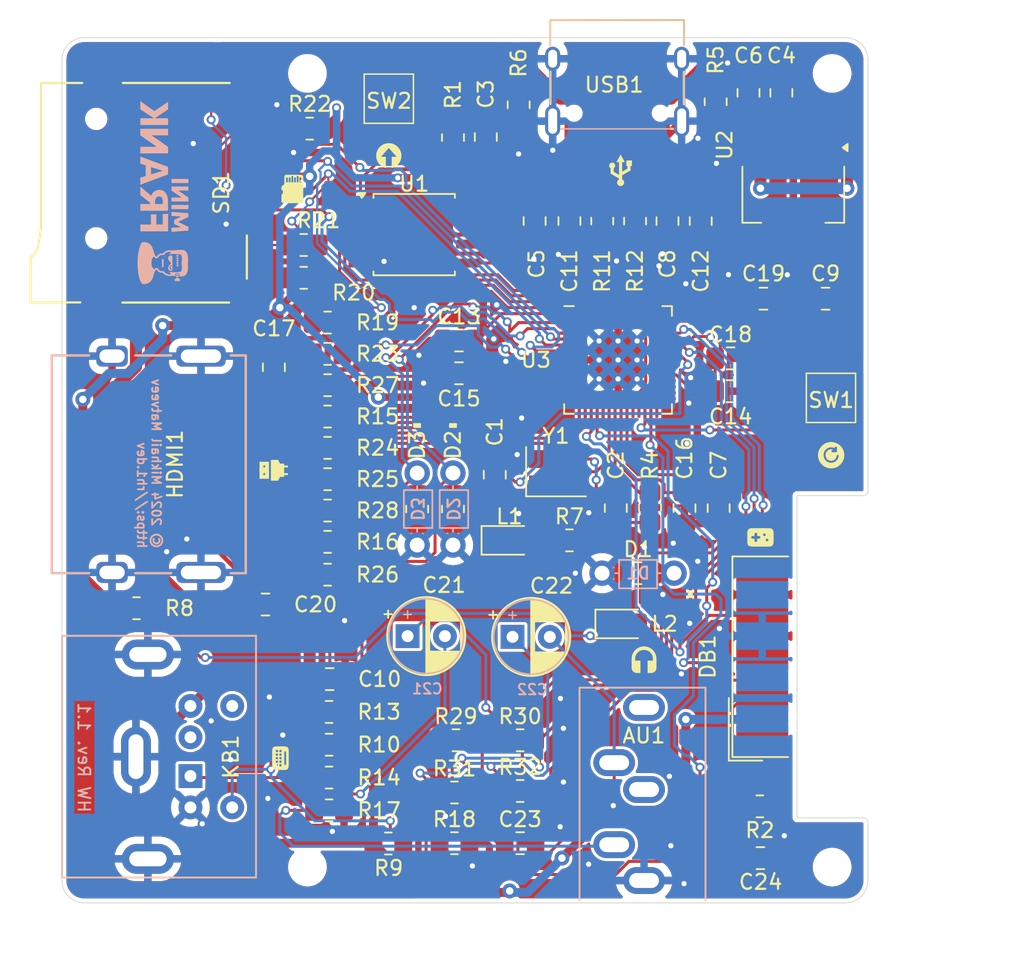
<source format=kicad_pcb>
(kicad_pcb (version 20240108) (generator "pcbnew") (generator_version "8.0")
  (title_block (title "RP2040 Minimal Design Example") (date "2024-01-16") (rev "1.1") (company "Raspberry Pi Ltd"))
  (layers (0 "F.Cu" signal) (31 "B.Cu" signal) (34 "B.Paste" user) (35 "F.Paste" user) (36 "B.SilkS" user "B.Silkscreen") (37 "F.SilkS" user "F.Silkscreen") (38 "B.Mask" user) (39 "F.Mask" user) (44 "Edge.Cuts" user))
  (net 0 "")
  (net 1 "GND")
  (net 2 "VBUS")
  (net 3 "/XIN")
  (net 4 "/XOUT")
  (net 5 "+3V3")
  (net 6 "+1V1")
  (net 7 "/~{USB_BOOT}")
  (net 8 "/GPIO15")
  (net 9 "/GPIO14")
  (net 10 "/GPIO13")
  (net 11 "/GPIO12")
  (net 12 "/GPIO11")
  (net 13 "/GPIO10")
  (net 14 "/GPIO9")
  (net 15 "/GPIO8")
  (net 16 "/GPIO7")
  (net 17 "/GPIO6")
  (net 18 "/GPIO5")
  (net 19 "/GPIO4")
  (net 20 "/GPIO3")
  (net 21 "/GPIO2")
  (net 22 "/GPIO1")
  (net 23 "/GPIO0")
  (net 24 "/GPIO25")
  (net 25 "/GPIO24")
  (net 26 "/GPIO23")
  (net 27 "/GPIO22")
  (net 28 "/GPIO21")
  (net 29 "/GPIO20")
  (net 30 "/GPIO19")
  (net 31 "/GPIO18")
  (net 32 "/GPIO17")
  (net 33 "/GPIO16")
  (net 34 "/RUN")
  (net 35 "/SWD")
  (net 36 "/SWCLK")
  (net 37 "/QSPI_SS")
  (net 38 "Net-(U3-USB_DP)")
  (net 39 "Net-(U3-USB_DM)")
  (net 40 "/QSPI_SD2")
  (net 41 "/QSPI_SD1")
  (net 42 "/D+")
  (net 43 "/QSPI_SD0")
  (net 44 "/QSPI_SCLK")
  (net 45 "/QSPI_SD3")
  (net 46 "/D-")
  (net 47 "/L")
  (net 48 "/D2P")
  (net 49 "/D1P")
  (net 50 "/CLKN")
  (net 51 "/D1N")
  (net 52 "/D0N")
  (net 53 "/D2N")
  (net 54 "/D0P")
  (net 55 "/CLKP")
  (net 56 "/PS{slash}2 CLK")
  (net 57 "/PS{slash}2 DATA")
  (net 58 "/GPIO27")
  (net 59 "/GPIO28")
  (net 60 "/GPIO26")
  (net 61 "Net-(C2-Pad1)")
  (net 69 "Net-(USB1-CC1)")
  (net 70 "Net-(USB1-CC2)")
  (net 76 "/GPIO29")
  (net 77 "/R*")
  (net 78 "/L*")
  (net 79 "/R")
  (net 80 "Net-(C21-Pad1)")
  (net 81 "Net-(C22-Pad1)")
  (net 82 "/J1_DATA")
  (net 87 "Net-(L1-A)")
  (net 88 "Net-(L2-A)")
  (footprint "Capacitor_SMD:C_0805_2012Metric_Pad1.18x1.45mm_HandSolder" (layer "F.Cu") (at 103.3375 67.3)
    (property "Reference" "C10")
    (property "Value" "0.1u")
  )
  (footprint "Resistor_SMD:R_0805_2012Metric_Pad1.20x1.40mm_HandSolder" (layer "F.Cu") (at 90.4 62.55 180)
    (property "Reference" "R8")
    (property "Value" "1K")
  )
  (footprint "Resistor_SMD:R_0805_2012Metric_Pad1.20x1.40mm_HandSolder" (layer "F.Cu") (at 129.2 28.6 90)
    (property "Reference" "R5")
    (property "Value" "5.1K")
  )
  (footprint "Capacitor_SMD:C_0805_2012Metric_Pad1.18x1.45mm_HandSolder" (layer "F.Cu") (at 117.07 36.6 90)
    (property "Reference" "C5")
    (property "Value" "100n")
  )
  (footprint "Capacitor_SMD:C_0805_2012Metric_Pad1.18x1.45mm_HandSolder" (layer "F.Cu") (at 114.4 53.6 90)
    (property "Reference" "C1")
    (property "Value" "15p")
  )
  (footprint "LIBS:HDMI" (layer "F.Cu") (at 94.717912 52.9 -90)
    (property "Reference" "HDMI1")
    (property "Value" "HDMI")
  )
  (footprint "Resistor_SMD:R_0805_2012Metric_Pad1.20x1.40mm_HandSolder" (layer "F.Cu") (at 101.6 38.2)
    (property "Reference" "R21")
    (property "Value" "10K")
  )
  (footprint "Capacitor_SMD:C_0805_2012Metric_Pad1.18x1.45mm_HandSolder" (layer "F.Cu") (at 127.11 55.8375 -90)
    (property "Reference" "C16")
    (property "Value" "100n")
  )
  (footprint "Capacitor_SMD:C_0805_2012Metric_Pad1.18x1.45mm_HandSolder" (layer "F.Cu") (at 112 46.8 180)
    (property "Reference" "C15")
    (property "Value" "100n")
  )
  (footprint "Capacitor_SMD:C_0805_2012Metric_Pad1.18x1.45mm_HandSolder" (layer "F.Cu") (at 99.6 46.4 90)
    (property "Reference" "C17")
    (property "Value" "0.1u")
  )
  (footprint "Resistor_SMD:R_0805_2012Metric_Pad1.20x1.40mm_HandSolder" (layer "F.Cu") (at 116.1 74.8)
    (property "Reference" "R32")
    (property "Value" "1k")
  )
  (footprint "Capacitor_SMD:C_0805_2012Metric_Pad1.18x1.45mm_HandSolder" (layer "F.Cu") (at 113.8 30.9625 90)
    (property "Reference" "C3")
    (property "Value" "100n")
  )
  (footprint "Resistor_SMD:R_0805_2012Metric_Pad1.20x1.40mm_HandSolder" (layer "F.Cu") (at 111.6 31 90)
    (property "Reference" "R1")
    (property "Value" "1k")
  )
  (footprint "LIBS:Medved_CP_Radial_D5.0mm_P2.50mm" (layer "F.Cu") (at 108.56 64.42)
    (property "Reference" "C21")
    (property "Value" "10u")
  )
  (footprint "Capacitor_SMD:C_0805_2012Metric_Pad1.18x1.45mm_HandSolder" (layer "F.Cu") (at 112 44.6 180)
    (property "Reference" "C13")
    (property "Value" "100n")
  )
  (footprint "Resistor_SMD:R_0805_2012Metric_Pad1.20x1.40mm_HandSolder" (layer "F.Cu") (at 103.2 60.3)
    (property "Reference" "R26")
    (property "Value" "270R")
  )
  (footprint "Resistor_SMD:R_0805_2012Metric_Pad1.20x1.40mm_HandSolder" (layer "F.Cu") (at 116 28.8 90)
    (property "Reference" "R6")
    (property "Value" "5.1K")
  )
  (footprint "LIBS:Medved_Jack_3.5mm_CUI_SJ1-3535NG_Horizontal" (layer "F.Cu") (at 124.4 80.8 180)
    (property "Reference" "AU1")
    (property "Value" "AUDIO OUT")
  )
  (footprint "Capacitor_SMD:C_0805_2012Metric_Pad1.18x1.45mm_HandSolder" (layer "F.Cu") (at 132.4 41.8)
    (property "Reference" "C19")
    (property "Value" "100n")
  )
  (footprint "Capacitor_SMD:C_0805_2012Metric_Pad1.18x1.45mm_HandSolder" (layer "F.Cu") (at 128.2 36.6 90)
    (property "Reference" "C12")
    (property "Value" "1u")
  )
  (footprint "LIBS:Medved_SD_Card" (layer "F.Cu") (at 99 34.7 90)
    (property "Reference" "SD1")
    (property "Value" "Micro SD")
  )
  (footprint "Resistor_SMD:R_0805_2012Metric_Pad1.20x1.40mm_HandSolder" (layer "F.Cu") (at 103.3 71.7 180)
    (property "Reference" "R10")
    (property "Value" "1k")
  )
  (footprint "Resistor_SMD:R_0805_2012Metric_Pad1.20x1.40mm_HandSolder" (layer "F.Cu") (at 103.2 43.4)
    (property "Reference" "R19")
    (property "Value" "10K")
  )
  (footprint "Resistor_SMD:R_0805_2012Metric_Pad1.20x1.40mm_HandSolder" (layer "F.Cu") (at 119.4 58)
    (property "Reference" "R7")
    (property "Value" "1K")
  )
  (footprint "Resistor_SMD:R_0805_2012Metric_Pad1.20x1.40mm_HandSolder" (layer "F.Cu") (at 123.8 36.6 -90)
    (property "Reference" "R12")
    (property "Value" "27")
  )
  (footprint "LIBS:Button_SMD_3x3x2" (layer "F.Cu") (at 108.95 26.745 -90)
    (property "Reference" "SW2")
    (property "Value" "Flash Button" (hide yes))
  )
  (footprint "Connector_Dsub:DSUB-9_Male_EdgeMount_P2.77mm" (layer "F.Cu") (at 132.32 65.8 90)
    (property "Reference" "DB1")
    (property "Value" "Joystick")
  )
  (footprint "Resistor_SMD:R_0805_2012Metric_Pad1.20x1.40mm_HandSolder" (layer "F.Cu") (at 103.3 73.9)
    (property "Reference" "R14")
    (property "Value" "100R")
  )
  (footprint "Crystal:Crystal_SMD_3225-4Pin_3.2x2.5mm" (layer "F.Cu") (at 118.5 53.4)
    (property "Reference" "Y1")
    (property "Value" "ABM8-272-T3")
  )
  (footprint "LIBS:MountingHole_2.1mm" (layer "F.Cu") (at 137 79.9)
    (property "Reference" "REF**" (hide yes))
    (property "Value" "MountingHole_2.1mm")
  )
  (footprint "Resistor_SMD:R_0805_2012Metric_Pad1.20x1.40mm_HandSolder" (layer "F.Cu") (at 103.2 47.6)
    (property "Reference" "R27")
    (property "Value" "270R")
  )
  (footprint "LIBS:Button_SMD_3x3x2" (layer "F.Cu") (at 138.575 46.8 -90)
    (property "Reference" "SW1")
    (property "Value" "Reset Button" (hide yes))
  )
  (footprint "Resistor_SMD:R_0805_2012Metric_Pad1.20x1.40mm_HandSolder" (layer "F.Cu") (at 132.16 75.83 180)
    (property "Reference" "R2")
    (property "Value" "1k")
  )
  (footprint "LIBS:Medved_SOT-223-3_TabPin2" (layer "F.Cu") (at 134.4 34.8 -90)
    (property "Reference" "U2")
    (property "Value" "NCP1117-3.3_SOT223")
  )
  (footprint "Resistor_SMD:R_0805_2012Metric_Pad1.20x1.40mm_HandSolder" (layer "F.Cu") (at 102 30.4)
    (property "Reference" "R22")
    (property "Value" "10K")
  )
  (footprint "Resistor_SMD:R_0805_2012Metric_Pad1.20x1.40mm_HandSolder" (layer "F.Cu") (at 103.2 56)
    (property "Reference" "R28")
    (property "Value" "270R")
  )
  (footprint "LED_SMD:LED_0805_2012Metric_Pad1.15x1.40mm_HandSolder" (layer "F.Cu") (at 115.375 58)
    (property "Reference" "L1")
    (property "Value" "LED")
  )
  (footprint "Resistor_SMD:R_0805_2012Metric_Pad1.20x1.40mm_HandSolder" (layer "F.Cu") (at 116.1 71.4)
    (property "Reference" "R30")
    (property "Value" "2k")
  )
  (footprint "Capacitor_SMD:C_0805_2012Metric_Pad1.18x1.45mm_HandSolder" (layer "F.Cu") (at 132.2 79.3)
    (property "Reference" "C24")
    (property "Value" "10n")
  )
  (footprint "Resistor_SMD:R_0805_2012Metric_Pad1.20x1.40mm_HandSolder" (layer "F.Cu") (at 103.2 51.8)
    (property "Reference" "R24")
    (property "Value" "270R")
  )
  (footprint "Capacitor_SMD:C_0805_2012Metric_Pad1.18x1.45mm_HandSolder" (layer "F.Cu") (at 125.97 36.6 90)
    (property "Reference" "C8")
    (property "Value" "1u")
  )
  (footprint "Resistor_SMD:R_0805_2012Metric_Pad1.20x1.40mm_HandSolder" (layer "F.Cu") (at 101.6 40.4)
    (property "Reference" "R20")
    (property "Value" "10K")
  )
  (footprint "Capacitor_SMD:C_0805_2012Metric_Pad1.18x1.45mm_HandSolder" (layer "F.Cu") (at 130.2 48)
    (property "Reference" "C14")
    (property "Value" "100n")
  )
  (footprint "Resistor_SMD:R_0805_2012Metric_Pad1.20x1.40mm_HandSolder" (layer "F.Cu") (at 103.2 49.7)
    (property "Reference" "R15")
    (property "Value" "270R")
  )
  (footprint "Capacitor_SMD:C_0805_2012Metric_Pad1.18x1.45mm_HandSolder" (layer "F.Cu") (at 116.1 78.3)
    (property "Reference" "C23")
    (property "Value" "10n")
  )
  (footprint "Capacitor_SMD:C_0805_2012Metric_Pad1.18x1.45mm_HandSolder" (layer "F.Cu") (at 122.51 55.8375 90)
    (property "Reference" "C2")
    (property "Value" "15p")
  )
  (footprint "Resistor_SMD:R_0805_2012Metric_Pad1.20x1.40mm_HandSolder" (layer "F.Cu") (at 103.2 58.1)
    (property "Reference" "R16")
    (property "Value" "270R")
  )
  (footprint "LIBS:R_0805_PLUS" (layer "F.Cu") (at 109.2 55.9 -90)
    (property "Reference" "D3")
    (property "Value" "3V3")
  )
  (footprint "LIBS:MountingHole_2.1mm" (layer "F.Cu") (at 137 26.7)
    (property "Reference" "REF**" (hide yes))
    (property "Value" "MountingHole_2.1mm")
  )
  (footprint "Capacitor_SMD:C_0805_2012Metric_Pad1.18x1.45mm_HandSolder" (layer "F.Cu") (at 99.0375 62.3)
    (property "Reference" "C20")
    (property "Value" "0.1u")
  )
  (footprint "Resistor_SMD:R_0805_2012Metric_Pad1.20x1.40mm_HandSolder" (layer "F.Cu") (at 103.2 45.5)
    (property "Reference" "R23")
    (property "Value" "270R")
  )
  (footprint "Resistor_SMD:R_0805_2012Metric_Pad1.20x1.40mm_HandSolder" (layer "F.Cu") (at 107.27 78.32)
    (property "Reference" "R9")
    (property "Value" "1k")
  )
  (footprint "LIBS:RP2040-QFN-56" (layer "F.Cu") (at 122.66 45.9075)
    (property "Reference" "U3")
    (property "Value" "RP2040")
  )
  (footprint "Package_SO:SOIC-8_5.23x5.23mm_P1.27mm" (layer "F.Cu") (at 109 37.505)
    (property "Reference" "U1")
    (property "Value" "W25Q128JVS")
  )
  (footprint "LED_SMD:LED_0805_2012Metric_Pad1.15x1.40mm_HandSolder" (layer "F.Cu") (at 123 63.6)
    (property "Reference" "L2")
    (property "Value" "LED")
  )
  (footprint "Capacitor_SMD:C_0805_2012Metric_Pad1.18x1.45mm_HandSolder" (layer "F.Cu") (at 136.5625 41.8)
    (property "Reference" "C9")
    (property "Value" "10u")
  )
  (footprint "Capacitor_SMD:C_0805_2012Metric_Pad1.18x1.45mm_HandSolder" (layer "F.Cu") (at 130.2 45.8)
    (property "Reference" "C18")
    (property "Value" "100n")
  )
  (footprint "LIBS:R_0805_PLUS" (layer "F.Cu") (at 124 60.2 180)
    (property "Reference" "D1")
    (property "Value" "3V3")
  )
  (footprint "Resistor_SMD:R_0805_2012Metric_Pad1.20x1.40mm_HandSolder" (layer "F.Cu") (at 103.3 76.1)
    (property "Reference" "R17")
    (property "Value" "330R")
  )
  (footprint "LIBS:MountingHole_2.1mm" (layer "F.Cu") (at 101.85 26.7)
    (property "Reference" "REF**" (hide yes))
    (property "Value" "MountingHole_2.1mm")
  )
  (footprint "Resistor_SMD:R_0805_2012Metric_Pad1.20x1.40mm_HandSolder" (layer "F.Cu") (at 111.7 78.3)
    (property "Reference" "R18")
    (property "Value" "330R")
  )
  (footprint "Resistor_SMD:R_0805_2012Metric_Pad1.20x1.40mm_HandSolder" (layer "F.Cu") (at 103.3 69.5)
    (property "Reference" "R13")
    (property "Value" "100R")
  )
  (footprint "Capacitor_SMD:C_0805_2012Metric_Pad1.18x1.45mm_HandSolder" (layer "F.Cu") (at 133.6 28 90)
    (property "Reference" "C4")
    (property "Value" "10u")
  )
  (footprint "Resistor_SMD:R_0805_2012Metric_Pad1.20x1.40mm_HandSolder" (layer "F.Cu") (at 103.2 53.9)
    (property "Reference" "R25")
    (property "Value" "270R")
  )
  (footprint "Capacitor_SMD:C_0805_2012Metric_Pad1.18x1.45mm_HandSolder" (layer "F.Cu") (at 129.4 55.8375 -90)
    (property "Reference" "C7")
    (property "Value" "100n")
  )
  (footprint "Resistor_SMD:R_0805_2012Metric_Pad1.20x1.40mm_HandSolder" (layer "F.Cu") (at 111.7 74.9)
    (property "Reference" "R31")
    (property "Value" "2k")
  )
  (footprint "LIBS:Connector_Mini-DIN_Female_6Pin_2rows" (layer "F.Cu") (at 94.01 73.8 -90)
    (property "Reference" "KB1")
    (property "Value" "PS/2")
  )
  (footprint "Resistor_SMD:R_0805_2012Metric_Pad1.20x1.40mm_HandSolder" (layer "F.Cu") (at 121.6 36.6 -90)
    (property "Reference" "R11")
    (property "Value" "27")
  )
  (footprint "LIBS:R_0805_PLUS" (layer "F.Cu") (at 111.6 55.9 -90)
    (property "Reference" "D2")
    (property "Value" "3V3")
  )
  (footprint "LIBS:Medved_CP_Radial_D5.0mm_P2.50mm" (layer "F.Cu") (at 115.59 64.47)
    (property "Reference" "C22")
    (property "Value" "10u")
  )
  (footprint "LIBS:USB-TYPE-C-31-M-12_lib2" (layer "F.Cu") (at 122.6 23.115 180)
    (property "Reference" "USB1")
    (property "Value" "USB Type C")
  )
  (footprint "Resistor_SMD:R_0805_2012Metric_Pad1.20x1.40mm_HandSolder" (layer "F.Cu") (at 124.8 55.8 -90)
    (property "Reference" "R4")
    (property "Value" "1k")
  )
  (footprint "Capacitor_SMD:C_0805_2012Metric_Pad1.18x1.45mm_HandSolder" (layer "F.Cu") (at 119.4 36.6 90)
    (property "Reference" "C11")
    (property "Value" "100n")
  )
  (footprint "LIBS:MountingHole_2.1mm" (layer "F.Cu") (at 101.85 79.9)
    (property "Reference" "REF**" (hide yes))
    (property "Value" "MountingHole_2.1mm")
  )
  (footprint "Capacitor_SMD:C_0805_2012Metric_Pad1.18x1.45mm_HandSolder" (layer "F.Cu") (at 131.4 28 90)
    (property "Reference" "C6")
    (property "Value" "10u")
  )
  (footprint "Resistor_SMD:R_0805_2012Metric_Pad1.20x1.40mm_HandSolder" (layer "F.Cu") (at 111.8 71.4)
    (property "Reference" "R29")
    (property "Value" "1k")
  )
  (gr_poly (pts (xy 92.739032 33.767999) (xy 92.739032 34.049781) (xy 93.874094 34.049781) (xy 93.874094 33.767999)) (stroke (width -0.000001)) (fill solid) (layer "B.SilkS"))
  (gr_poly (pts (xy 92.512508 35.275259) (xy 92.511008 35.234759) (xy 92.508317 35.194339) (xy 92.504438 35.154023) (xy 92.499373 35.11384) (xy 92.493125 35.073815) (xy 92.485698 35.033974) (xy 92.477094 34.994343) (xy 92.472964 34.977262) (xy 92.468482 34.960284) (xy 92.463649 34.943415) (xy 92.458468 34.926659) (xy 92.452941 34.910022) (xy 92.447071 34.893509) (xy 92.440858 34.877125) (xy 92.434307 34.860877) (xy 92.427418 34.844768) (xy 92.420194 34.828805) (xy 92.412637 34.812993) (xy 92.40475 34.797336) (xy 92.396534 34.781841) (xy 92.387992 34.766512) (xy 92.379126 34.751355) (xy 92.369938 34.736375) (xy 92.361027 34.723298) (xy 92.351748 34.71051) (xy 92.342108 34.698018) (xy 92.332115 34.685828) (xy 92.321777 34.673948) (xy 92.3111 34.662385) (xy 92.300092 34.651146) (xy 92.288761 34.640237) (xy 92.277114 34.629666) (xy 92.265159 34.61944) (xy 92.252903 34.609566) (xy 92.240354 34.600051) (xy 92.227519 34.590902) (xy 92.214406 34.582125) (xy 92.201022 34.573728) (xy 92.187375 34.565718) (xy 92.171693 34.558593) (xy 92.155841 34.551912) (xy 92.13983 34.545677) (xy 92.123669 34.53989) (xy 92.107366 34.534554) (xy 92.090933 34.52967) (xy 92.074377 34.525241) (xy 92.05771 34.521268) (xy 92.04094 34.517755) (xy 92.024076 34.514702) (xy 92.007129 34.512113) (xy 91.990107 34.509988) (xy 91.973021 34.508332) (xy 91.95588 34.507145) (xy 91.938693 34.506429) (xy 91.921469 34.506187) (xy 91.899605 34.506303) (xy 91.877827 34.5073) (xy 91.85616 34.509171) (xy 91.834629 34.511907) (xy 91.813259 34.515502) (xy 91.792076 34.519946) (xy 91.771104 34.525232) (xy 91.750369 34.531352) (xy 91.729896 34.538298) (xy 91.70971 34.546062) (xy 91.689836 34.554636) (xy 91.6703 34.564012) (xy 91.651126 34.574181) (xy 91.63234 34.585137) (xy 91.613966 34.596871) (xy 91.596031 34.609375) (xy 91.578243 34.623953) (xy 91.561018 34.639115) (xy 91.544366 34.654843) (xy 91.5283 34.67112) (xy 91.512833 34.68793) (xy 91.497976 34.705255) (xy 91.483742 34.723077) (xy 91.470143 34.741381) (xy 91.457191 34.760148) (xy 91.444899 34.779361) (xy 91.433279 34.799004) (xy 91.422344 34.81906) (xy 91.412105 34.83951) (xy 91.402574 34.860339) (xy 91.393765 34.881529) (xy 91.385688 34.903062) (xy 90.655438 34.291874) (xy 90.655438 34.855437) (xy 91.302344 35.367406) (xy 91.302344 35.45075) (xy 90.655438 35.45075) (xy 90.655438 35.907156) (xy 92.159594 35.907156) (xy 92.159594 35.454718) (xy 91.635719 35.454718) (xy 91.635719 35.343593) (xy 91.635998 35.32085) (xy 91.636835 35.298758) (xy 91.638231 35.277318) (xy 91.640184 35.256529) (xy 91.642695 35.23639) (xy 91.645765 35.216903) (xy 91.649393 35.198067) (xy 91.653578 35.179882) (xy 91.658322 35.162348) (xy 91.663624 35.145466) (xy 91.669484 35.129234) (xy 91.675903 35.113653) (xy 91.682879 35.098724) (xy 91.690413 35.084446) (xy 91.698506 35.070819) (xy 91.707157 35.057843) (xy 91.711437 35.051354) (xy 91.715912 35.045038) (xy 91.720576 35.0389) (xy 91.725424 35.032942) (xy 91.73045 35.027167) (xy 91.735649 35.021577) (xy 91.741015 35.016176) (xy 91.746543 35.010966) (xy 91.752227 35.00595) (xy 91.758062 35.001131) (xy 91.770162 34.992095) (xy 91.782801 34.983881) (xy 91.795933 34.976512) (xy 91.809516 34.97001) (xy 91.823506 34.964398) (xy 91.837858 34.959698) (xy 91.845157 34.957698) (xy 91.85253 34.955935) (xy 91.859971 34.95441) (xy 91.867476 34.953129) (xy 91.875039 34.952092) (xy 91.882655 34.951304) (xy 91.890317 34.950767) (xy 91.898021 34.950483) (xy 91.905761 34.950456) (xy 91.913532 34.950688) (xy 91.913532 34.950687) (xy 91.927722 34.950263) (xy 91.941782 34.950832) (xy 91.955665 34.952371) (xy 91.969328 34.954855) (xy 91.982728 34.958262) (xy 91.995819 34.962568) (xy 92.008558 34.96775) (xy 92.0209 34.973783) (xy 92.032802 34.980645) (xy 92.044218 34.988312) (xy 92.055106 34.996761) (xy 92.065421 35.005968) (xy 92.075118 35.015909) (xy 92.084153 35.026562) (xy 92.092483 35.037902) (xy 92.100063 35.049906) (xy 92.108136 35.065797) (xy 92.115643 35.081923) (xy 92.122583 35.098267) (xy 92.128951 35.114815) (xy 92.134744 35.131551) (xy 92.139959 35.14846) (xy 92.144593 35.165527) (xy 92.148642 35.182738) (xy 92.152104 35.200076) (xy 92.154974 35.217527) (xy 92.157249 35.235075) (xy 92.158927 35.252706) (xy 92.160004 35.270404) (xy 92.160476 35.288154) (xy 92.160341 35.305941) (xy 92.159594 35.323749) (xy 92.159594 35.454718) (xy 92.159594 35.907156) (xy 92.512813 35.907156) (xy 92.512813 35.315812)) (stroke (width -0.000001)) (fill solid) (layer "B.SilkS"))
  (gr_poly (pts (xy 91.619844 29.704) (xy 92.512813 29.116625) (xy 92.512813 28.600688) (xy 91.592063 29.227749) (xy 90.651469 28.553062) (xy 90.651469 29.104719) (xy 91.560313 29.704) (xy 90.651469 29.704) (xy 90.651469 30.160405) (xy 92.512813 30.160405) (xy 92.512813 29.704)) (stroke (width -0.000001)) (fill solid) (layer "B.SilkS"))
  (gr_poly (pts (xy 91.239241 38.104653) (xy 91.239241 38.104652) (xy 91.239241 38.104653)) (stroke (width -0.000001)) (fill solid) (layer "B.SilkS"))
  (gr_poly (pts (xy 93.037085 40.257699) (xy 93.037085 40.350568) (xy 93.229172 40.350568) (xy 93.229172 40.257699)) (stroke (width -0.000001)) (fill solid) (layer "B.SilkS"))
  (gr_poly (pts (xy 90.651469 32.271781) (xy 90.651469 32.744062) (xy 91.012626 32.867094) (xy 91.012626 33.577499) (xy 90.651469 33.692593) (xy 90.651469 34.164874) (xy 91.373782 33.895355) (xy 91.373782 33.462406) (xy 91.373782 32.986156) (xy 92.159594 33.224281) (xy 91.373782 33.462406) (xy 91.373782 33.895355) (xy 92.512813 33.470343) (xy 92.512813 32.966312)) (stroke (width -0.000001)) (fill solid) (layer "B.SilkS"))
  (gr_poly (pts (xy 92.802572 38.962154) (xy 92.800374 38.952492) (xy 92.796825 38.943635) (xy 92.792016 38.935584) (xy 92.78604 38.928342) (xy 92.77899 38.921912) (xy 92.770959 38.916295) (xy 92.762038 38.911493) (xy 92.752321 38.90751) (xy 92.7419 38.904347) (xy 92.730867 38.902006) (xy 92.719316 38.90049) (xy 92.707339 38.899801) (xy 92.695029 38.899941) (xy 92.682477 38.900913) (xy 92.669777 38.902719) (xy 92.657021 38.90536) (xy 92.644302 38.90884) (xy 92.631712 38.91316) (xy 92.619344 38.918323) (xy 92.607291 38.924331) (xy 92.595645 38.931186) (xy 92.584498 38.938891) (xy 92.573944 38.947448) (xy 92.564075 38.956858) (xy 92.554983 38.967125) (xy 92.546761 38.97825) (xy 92.539501 38.990237) (xy 92.533297 39.003086) (xy 92.52824 39.0168) (xy 92.524424 39.031382) (xy 92.521941 39.046834) (xy 92.5198 39.07051) (xy 92.518839 39.092627) (xy 92.518988 39.113262) (xy 92.520177 39.132493) (xy 92.522337 39.150397) (xy 92.525398 39.167051) (xy 92.529291 39.182533) (xy 92.533946 39.196921) (xy 92.539295 39.210292) (xy 92.545267 39.222724) (xy 92.551793 39.234294) (xy 92.558804 39.24508) (xy 92.56623 39.255159) (xy 92.574001 39.264609) (xy 92.582049 39.273508) (xy 92.590303 39.281933) (xy 92.607153 39.29767) (xy 92.623997 39.312442) (xy 92.640278 39.326868) (xy 92.65544 39.341569) (xy 92.662428 39.349217) (xy 92.668928 39.357166) (xy 92.67487 39.365494) (xy 92.680186 39.374278) (xy 92.684805 39.383597) (xy 92.688658 39.393526) (xy 92.691675 39.404145) (xy 92.693788 39.415531) (xy 92.691692 39.426824) (xy 92.688723 39.437317) (xy 92.684947 39.447092) (xy 92.68043 39.45623) (xy 92.675238 39.464812) (xy 92.669438 39.472921) (xy 92.663095 39.480636) (xy 92.656277 39.488041) (xy 92.592535 39.545855) (xy 92.576473 39.562899) (xy 92.568787 39.572259) (xy 92.56142 39.582284) (xy 92.554437 39.593058) (xy 92.547905 39.604661) (xy 92.54189 39.617174) (xy 92.536458 39.63068) (xy 92.531675 39.64526) (xy 92.527608 39.660995) (xy 92.524323 39.677967) (xy 92.521886 39.696257) (xy 92.520363 39.715947) (xy 92.51982 39.737117) (xy 92.520324 39.75985) (xy 92.521941 39.784228) (xy 92.524075 39.799714) (xy 92.527586 39.814327) (xy 92.53238 39.828067) (xy 92.538362 39.840939) (xy 92.545436 39.852943) (xy 92.553509 39.864084) (xy 92.562485 39.874362) (xy 92.57227 39.883781) (xy 92.582768 39.892343) (xy 92.593886 39.900051) (xy 92.605528 39.906907) (xy 92.6176 39.912913) (xy 92.630007 39.918072) (xy 92.642654 39.922386) (xy 92.655446 39.925859) (xy 92.668289 39.928492) (xy 92.681087 39.930287) (xy 92.693747 39.931248) (xy 92.706173 39.931377) (xy 92.71827 39.930676) (xy 92.729944 39.929148) (xy 92.733078 39.928487) (xy 92.733078 39.858443) (xy 92.726471 39.857841) (xy 92.719931 39.856916) (xy 92.713467 39.855673) (xy 92.707093 39.854118) (xy 92.700816 39.852256) (xy 92.69465 39.850092) (xy 92.688603 39.847631) (xy 92.682688 39.84488) (xy 92.676914 39.841842) (xy 92.671293 39.838523) (xy 92.665834 39.83493) (xy 92.660549 39.831066) (xy 92.655449 39.826937) (xy 92.650544 39.822549) (xy 92.645844 39.817907) (xy 92.641361 39.813016) (xy 92.637127 39.807909) (xy 92.633169 39.802621) (xy 92.62949 39.797163) (xy 92.626095 39.791548) (xy 92.622987 39.785786) (xy 92.620171 39.779889) (xy 92.61765 39.773867) (xy 92.615427 39.767733) (xy 92.613507 39.761498) (xy 92.611893 39.755173) (xy 92.61059 39.748769) (xy 92.6096 39.742298) (xy 92.608928 39.73577) (xy 92.608578 39.729198) (xy 92.608552 39.722593) (xy 92.608856 39.715965) (xy 92.608857 39.715965) (xy 92.608681 39.709043) (xy 92.608837 39.702185) (xy 92.609318 39.695402) (xy 92.610117 39.688701) (xy 92.611227 39.68209) (xy 92.612641 39.675578) (xy 92.614352 39.669174) (xy 92.616353 39.662885) (xy 92.618636 39.65672) (xy 92.621196 39.650687) (xy 92.624025 39.644794) (xy 92.627115 39.639051) (xy 92.63046 39.633465) (xy 92.634053 39.628044) (xy 92.637886 39.622798) (xy 92.641954 39.617734) (xy 92.646248 39.612861) (xy 92.650761 39.608187) (xy 92.655487 39.60372) (xy 92.660419 39.599469) (xy 92.665549 39.595442) (xy 92.670871 39.591648) (xy 92.676378 39.588094) (xy 92.682062 39.58479) (xy 92.687916 39.581743) (xy 92.693934 39.578962) (xy 92.700108 39.576455) (xy 92.706431 39.574231) (xy 92.712897 39.572298) (xy 92.719498 39.570664) (xy 92.726228 39.569338) (xy 92.733078 39.568328) (xy 92.733078 39.668737) (xy 92.731111 39.667569) (xy 92.72911 39.666501) (xy 92.727078 39.665533) (xy 92.725019 39.664663) (xy 92.722935 39.663892) (xy 92.720829 39.663218) (xy 92.718706 39.662642) (xy 92.716568 39.662163) (xy 92.714418 39.661781) (xy 92.712259 39.661494) (xy 92.710096 39.661303) (xy 92.707931 39.661207) (xy 92.705766 39.661205) (xy 92.703607 39.661298) (xy 92.701454 39.661483) (xy 92.699313 39.661762) (xy 92.697186 39.662134) (xy 92.695076 39.662597) (xy 92.692987 39.663152) (xy 92.690921 39.663798) (xy 92.688883 39.664535) (xy 92.686875 39.665362) (xy 92.6849 39.666278) (xy 92.682961 39.667284) (xy 92.681062 39.668378) (xy 92.679207 39.66956) (xy 92.677398 39.67083) (xy 92.675638 39.672187) (xy 92.673931 39.67363) (xy 92.672279 39.67516) (xy 92.670687 39.676776) (xy 92.669157 39.678476) (xy 92.667706 39.680245) (xy 92.666349 39.682062) (xy 92.665086 39.683925) (xy 92.663916 39.68583) (xy 92.662839 39.687774) (xy 92.661856 39.689754) (xy 92.660967 39.691767) (xy 92.660171 39.693809) (xy 92.659469 39.695876) (xy 92.658861 39.697967) (xy 92.658346 39.700077) (xy 92.657925 39.702203) (xy 92.657597 39.704342) (xy 92.657363 39.706491) (xy 92.657223 39.708647) (xy 92.657176 39.710806) (xy 92.657223 39.712965) (xy 92.657363 39.71512) (xy 92.657597 39.717269) (xy 92.657925 39.719409) (xy 92.658346 39.721535) (xy 92.658861 39.723645) (xy 92.659469 39.725735) (xy 92.660171 39.727803) (xy 92.660967 39.729845) (xy 92.661856 39.731857) (xy 92.662839 39.733837) (xy 92.663916 39.735781) (xy 92.665086 39.737687) (xy 92.666349 39.739549) (xy 92.667706 39.741367) (xy 92.669157 39.743135) (xy 92.670687 39.744836) (xy 92.672279 39.746451) (xy 92.673931 39.747981) (xy 92.675638 39.749425) (xy 92.677398 39.750782) (xy 92.679207 39.752052) (xy 92.681062 39.753234) (xy 92.682961 39.754328) (xy 92.6849 39.755333) (xy 92.686875 39.75625) (xy 92.690921 39.757813) (xy 92.695076 39.759014) (xy 92.699313 39.759849) (xy 92.703607 39.760314) (xy 92.707931 39.760405) (xy 92.712259 39.760117) (xy 92.714418 39.759831) (xy 92.716568 39.759448) (xy 92.718706 39.758969) (xy 92.720829 39.758393) (xy 92.722935 39.75772) (xy 92.725019 39.756949) (xy 92.727078 39.756079) (xy 92.72911 39.75511) (xy 92.731111 39.754042) (xy 92.733078 39.752874) (xy 92.733078 39.858443) (xy 92.733078 39.928487) (xy 92.7411 39.926795) (xy 92.751644 39.923619) (xy 92.76148 39.919624) (xy 92.770513 39.914811) (xy 92.77865 39.909184) (xy 92.785795 39.902744) (xy 92.791853 39.895494) (xy 92.79673 39.887436) (xy 92.800331 39.878574) (xy 92.802561 39.868908) (xy 92.803325 39.858443) (xy 92.803325 38.972618)) (stroke (width -0.000001)) (fill solid) (layer "B.SilkS"))
  (gr_poly (pts (xy 93.229046 40.186256) (xy 93.228673 40.183117) (xy 93.228059 40.180023) (xy 93.22721 40.176977) (xy 93.226132 40.173985) (xy 93.224832 40.171049) (xy 93.223315 40.168174) (xy 93.221588 40.165364) (xy 93.219657 40.162622) (xy 93.217528 40.159953) (xy 93.212701 40.154848) (xy 93.207157 40.150081) (xy 93.200944 40.145681) (xy 93.194114 40.141682) (xy 93.186713 40.138114) (xy 93.178794 40.135009) (xy 93.170404 40.132398) (xy 93.161593 40.130313) (xy 93.15241 40.128785) (xy 93.142906 40.127845) (xy 93.133128 40.127524) (xy 93.128173 40.127605) (xy 93.123281 40.127845) (xy 93.11846 40.128239) (xy 93.113716 40.128785) (xy 93.109054 40.129477) (xy 93.10448 40.130313) (xy 93.100001 40.131288) (xy 93.095624 40.132398) (xy 93.091353 40.13364) (xy 93.087195 40.135009) (xy 93.083157 40.136502) (xy 93.079243 40.138114) (xy 93.075461 40.139842) (xy 93.071817 40.141682) (xy 93.068316 40.14363) (xy 93.064965 40.145681) (xy 93.06177 40.147833) (xy 93.058736 40.150081) (xy 93.055871 40.15242) (xy 93.05318 40.154848) (xy 93.050669 40.157361) (xy 93.048344 40.159953) (xy 93.046212 40.162622) (xy 93.044278 40.165364) (xy 93.042549 40.168174) (xy 93.041031 40.171049) (xy 93.039729 40.173985) (xy 93.03865 40.176977) (xy 93.037801 40.180023) (xy 93.037187 40.183117) (xy 93.036813 40.186256) (xy 93.036688 40.189437) (xy 93.036688 40.21444) (xy 93.229172 40.21444) (xy 93.229172 40.189437)) (stroke (width -0.000001)) (fill solid) (layer "B.SilkS"))
  (gr_poly (pts (xy 92.151656 36.117499) (xy 92.151656 36.827906) (xy 91.727 36.827906) (xy 91.727 36.149249) (xy 91.365844 36.149249) (xy 91.365844 36.827906) (xy 90.655438 36.827906) (xy 90.655438 37.288281) (xy 92.512813 37.288281) (xy 92.512813 36.117499)) (stroke (width -0.000001)) (fill solid) (layer "B.SilkS"))
  (gr_poly (pts (xy 93.195438 34.549843) (xy 93.874094 34.549843) (xy 93.874094 34.279968) (xy 92.739032 34.279968) (xy 92.739032 34.549843) (xy 93.417688 35.018155) (xy 92.739032 35.018155) (xy 92.739032 35.288031) (xy 93.874094 35.288031) (xy 93.874094 35.018155)) (stroke (width -0.000001)) (fill solid) (layer "B.SilkS"))
  (gr_poly (pts (xy 92.739032 35.518218) (xy 92.739032 35.8) (xy 93.874094 35.8) (xy 93.874094 35.518218)) (stroke (width -0.000001)) (fill solid) (layer "B.SilkS"))
  (gr_poly (pts (xy 93.229172 40.47479) (xy 93.229172 40.400178) (xy 93.036688 40.400178) (xy 93.036688 40.47479) (xy 92.956122 40.47479) (xy 92.956122 40.617268) (xy 93.316088 40.617268) (xy 93.316088 40.47479)) (stroke (width -0.000001)) (fill solid) (layer "B.SilkS"))
  (gr_poly (pts (xy 93.852943 39.130239) (xy 93.849515 39.069941) (xy 93.844172 39.013762) (xy 93.837033 38.961557) (xy 93.828218 38.91318) (xy 93.817846 38.868486) (xy 93.806036 38.82733) (xy 93.792909 38.789565) (xy 93.778582 38.755048) (xy 93.763176 38.723632) (xy 93.746809 38.695171) (xy 93.729602 38.669521) (xy 93.711673 38.646536) (xy 93.693142 38.62607) (xy 93.674127 38.607979) (xy 93.654749 38.592117) (xy 93.635127 38.578338) (xy 93.61538 38.566497) (xy 93.595627 38.556448) (xy 93.575988 38.548047) (xy 93.556582 38.541147) (xy 93.537528 38.535604) (xy 93.518945 38.531271) (xy 93.483673 38.525657) (xy 93.451719 38.523142) (xy 93.424038 38.522562) (xy 93.366057 38.524137) (xy 93.283445 38.528391) (xy 93.076177 38.542108) (xy 92.865932 38.558058) (xy 92.71641 38.570584) (xy 92.715721 38.569966) (xy 92.715015 38.569369) (xy 92.714293 38.568791) (xy 92.713556 38.568234) (xy 92.712803 38.567698) (xy 92.712035 38.567183) (xy 92.711253 38.56669) (xy 92.710456 38.566219) (xy 92.704787 38.563494) (xy 92.699048 38.560946) (xy 92.693242 38.558577) (xy 92.687374 38.556386) (xy 92.681447 38.554375) (xy 92.675467 38.552545) (xy 92.669437 38.550896) (xy 92.663362 38.54943) (xy 92.657245 38.548148) (xy 92.651091 38.54705) (xy 92.644904 38.546137) (xy 92.638688 38.545411) (xy 92.632447 38.544873) (xy 92.626186 38.544522) (xy 92.619908 38.544361) (xy 92.613619 38.54439) (xy 92.599398 38.544881) (xy 92.585218 38.545874) (xy 92.571089 38.547366) (xy 92.557027 38.549356) (xy 92.543044 38.551842) (xy 92.529153 38.55482) (xy 92.515367 38.55829) (xy 92.5017 38.562249) (xy 92.47702 38.568762) (xy 92.452523 38.575888) (xy 92.42822 38.583624) (xy 92.404122 38.591966) (xy 92.38024 38.600909) (xy 92.356587 38.610449) (xy 92.333173 38.620583) (xy 92.31001 38.631306) (xy 92.302148 38.635334) (xy 92.294423 38.63959) (xy 92.286841 38.644071) (xy 92.279404 38.648772) (xy 92.272119 38.65369) (xy 92.264989 38.658821) (xy 92.25802 38.664161) (xy 92.251215 38.669707) (xy 92.244579 38.675454) (xy 92.238117 38.681398) (xy 92.231834 38.687536) (xy 92.225733 38.693864) (xy 92.21982 38.700379) (xy 92.214098 38.707075) (xy 92.208574 38.71395) (xy 92.20325 38.720999) (xy 92.200362 38.725486) (xy 92.197561 38.730026) (xy 92.194847 38.734618) (xy 92.192221 38.73926) (xy 92.189684 38.743951) (xy 92.187236 38.748689) (xy 92.184879 38.753475) (xy 92.182613 38.758306) (xy 92.165248 38.759139) (xy 92.147904 38.760274) (xy 92.130585 38.76171) (xy 92.113294 38.763446) (xy 92.096037 38.765483) (xy 92.078816 38.767818) (xy 92.061636 38.770453) (xy 92.0445 38.773387) (xy 92.028509 38.776344) (xy 92.012606 38.779708) (xy 91.9968 38.783476) (xy 91.981098 38.787647) (xy 91.965508 38.792218) (xy 91.950037 38.797187) (xy 91.934693 38.802553) (xy 91.919485 38.808312) (xy 91.91044 38.812694) (xy 91.901576 38.817383) (xy 91.8929 38.822374) (xy 91.88442 38.82766) (xy 91.876141 38.833236) (xy 91.868071 38.839094) (xy 91.860217 38.84523) (xy 91.852586 38.851636) (xy 91.845186 38.858307) (xy 91.838023 38.865236) (xy 91.831104 38.872418) (xy 91.824437 38.879845) (xy 91.818028 38.887513) (xy 91.811884 38.895415) (xy 91.806013 38.903545) (xy 91.800422 38.911896) (xy 91.787065 38.932503) (xy 91.780819 38.941957) (xy 91.774824 38.95084) (xy 91.769052 38.959145) (xy 91.763476 38.96687) (xy 91.758067 38.974008) (xy 91.752797 38.980556) (xy 91.734938 38.980556) (xy 91.73288 38.980331) (xy 91.730838 38.980025) (xy 91.728815 38.979641) (xy 91.726812 38.979178) (xy 91.724832 38.978637) (xy 91.722877 38.978021) (xy 91.720949 38.977329) (xy 91.71905 38.976562) (xy 91.717182 38.975721) (xy 91.715348 38.974808) (xy 91.71355 38.973824) (xy 91.71179 38.972768) (xy 91.71007 38.971642) (xy 91.708392 38.970448) (xy 91.706759 38.969185) (xy 91.705172 38.967856) (xy 91.702059 38.965198) (xy 91.698994 38.962488) (xy 91.695978 38.959727) (xy 91.693012 38.956914) (xy 91.690096 38.954051) (xy 91.687231 38.951139) (xy 91.684418 38.948178) (xy 91.681657 38.945168) (xy 91.678948 38.942111) (xy 91.676293 38.939007) (xy 91.673691 38.935857) (xy 91.671145 38.932661) (xy 91.668653 38.92942) (xy 91.666217 38.926136) (xy 91.663838 38.922808) (xy 91.661516 38.919437) (xy 91.650373 38.901662) (xy 91.639819 38.88355) (xy 91.629862 38.865115) (xy 91.62051 38.846373) (xy 91.611769 38.827338) (xy 91.603646 38.808025) (xy 91.596149 38.788449) (xy 91.589285 38.768625) (xy 91.584601 38.755729) (xy 91.580014 38.741513) (xy 91.575437 38.726069) (xy 91.570781 38.70949) (xy 91.560877 38.6733) (xy 91.555454 38.653875) (xy 91.549597 38.633687) (xy 91.524445 38.546871) (xy 91.517518 38.523981) (xy 91.510139 38.500746) (xy 91.502211 38.477233) (xy 91.493638 38.453506) (xy 91.484567 38.427415) (xy 91.474497 38.401776) (xy 91.463448 38.376613) (xy 91.451439 38.351953) (xy 91.438487 38.327822) (xy 91.424612 38.304245) (xy 91.409834 38.281248) (xy 91.394169 38.258858) (xy 91.377638 38.237099) (xy 91.36026 38.215998) (xy 91.342052 38.195581) (xy 91.323035 38.175873) (xy 91.303226 38.1569) (xy 91.282645 38.138689) (xy 91.26131 38.121264) (xy 91.239242 38.104653) (xy 91.239241 38.104653) (xy 91.219982 38.092882) (xy 91.200344 38.081864) (xy 91.180352 38.071605) (xy 91.160027 38.062113) (xy 91.139392 38.053392) (xy 91.118469 38.04545) (xy 91.09728 38.038293) (xy 91.075849 38.031926) (xy 91.054196 38.026355) (xy 91.032346 38.021588) (xy 91.010319 38.01763) (xy 90.988138 38.014488) (xy 90.965826 38.012167) (xy 90.943405 38.010674) (xy 90.920897 38.010015) (xy 90.898325 38.010196) (xy 90.879784 38.010357) (xy 90.861019 38.010891) (xy 90.85153 38.01132) (xy 90.841957 38.011871) (xy 90.832291 38.012551) (xy 90.822522 38.013371) (xy 90.819453 38.013692) (xy 90.816401 38.014114) (xy 90.81337 38.014634) (xy 90.810362 38.015253) (xy 90.807379 38.015969) (xy 90.804423 38.016782) (xy 90.801497 38.017691) (xy 90.798602 38.018694) (xy 90.795743 38.019792) (xy 90.792919 38.020983) (xy 90.790135 38.022267) (xy 90.787393 38.023642) (xy 90.784694 38.025107) (xy 90.78204 38.026663) (xy 90.779436 38.028307) (xy 90.776882 38.03004) (xy 90.774639 38.031631) (xy 90.772422 38.033256) (xy 90.770232 38.034915) (xy 90.768068 38.036607) (xy 90.765932 38.038333) (xy 90.763824 38.040092) (xy 90.761743 38.041883) (xy 90.759691 38.043706) (xy 90.757667 38.045561) (xy 90.755673 38.047447) (xy 90.753708 38.049365) (xy 90.751773 38.051313) (xy 90.749868 38.053292) (xy 90.747993 38.055302) (xy 90.74615 38.05734) (xy 90.744338 38.059409) (xy 90.736269 38.069359) (xy 90.728511 38.079543) (xy 90.72107 38.089953) (xy 90.71395 38.100581) (xy 90.707155 38.111421) (xy 90.700692 38.122465) (xy 90.694563 38.133705) (xy 90.688775 38.145133) (xy 90.672476 38.179864) (xy 90.657079 38.214984) (xy 90.642591 38.250474) (xy 90.629017 38.286317) (xy 90.616365 38.322496) (xy 90.60464 38.358993) (xy 90.59385 38.39579) (xy 90.584 38.432869) (xy 90.555283 38.553685) (xy 90.530495 38.675269) (xy 90.509648 38.797525) (xy 90.492754 38.920357) (xy 90.479825 39.04367) (xy 90.470871 39.167368) (xy 90.465905 39.291353) (xy 90.464938 39.415531) (xy 90.465841 39.507045) (xy 90.468481 39.596235) (xy 90.472752 39.683011) (xy 90.47855 39.76728) (xy 90.485768 39.848951) (xy 90.494301 39.927934) (xy 90.504045 40.004137) (xy 90.514895 40.077469) (xy 90.526744 40.147838) (xy 90.539488 40.215153) (xy 90.553021 40.279322) (xy 90.567239 40.340256) (xy 90.582035 40.397862) (xy 90.597306 40.452048) (xy 90.612945 40.502725) (xy 90.628847 40.5498) (xy 90.637451 40.574475) (xy 90.646757 40.598876) (xy 90.656758 40.622989) (xy 90.667447 40.646799) (xy 90.678819 40.670291) (xy 90.690865 40.69345) (xy 90.703579 40.716262) (xy 90.716954 40.738712) (xy 90.719824 40.743223) (xy 90.722798 40.747659) (xy 90.725875 40.75202) (xy 90.729053 40.756302) (xy 90.73233 40.760506) (xy 90.735706 40.764628) (xy 90.739177 40.768667) (xy 90.742743 40.772622) (xy 90.746403 40.776491) (xy 90.750154 40.780272) (xy 90.753995 40.783964) (xy 90.757925 40.787564) (xy 90.761942 40.791072) (xy 90.766045 40.794485) (xy 90.770231 40.797802) (xy 90.7745 40.801021) (xy 90.777093 40.802824) (xy 90.779737 40.804539) (xy 90.782431 40.806166) (xy 90.785173 40.807704) (xy 90.787959 40.809152) (xy 90.790788 40.810509) (xy 90.793658 40.811773) (xy 90.796566 40.812946) (xy 90.79951 40.814024) (xy 90.802487 40.815008) (xy 90.805496 40.815897) (xy 90.808535 40.81669) (xy 90.8116 40.817385) (xy 90.81469 40.817983) (xy 90.817802 40.818481) (xy 90.820935 40.818881) (xy 90.830703 40.819929) (xy 90.840369 40.820716) (xy 90.849942 40.82128) (xy 90.859432 40.821659) (xy 90.868847 40.821888) (xy 90.878196 40.822006) (xy 90.896738 40.822056) (xy 90.914239 40.822134) (xy 90.931712 40.821737) (xy 90.949149 40.820866) (xy 90.96654 40.819523) (xy 90.983876 40.81771) (xy 91.001146 40.815429) (xy 91.018343 40.812682) (xy 91.035455 40.80947) (xy 91.052474 40.805796) (xy 91.06939 40.801661) (xy 91.086194 40.797067) (xy 91.102877 40.792017) (xy 91.119428 40.786512) (xy 91.135838 40.780554) (xy 91.152099 40.774145) (xy 91.1682 40.767287) (xy 91.181466 40.760894) (xy 91.194538 40.754154) (xy 91.207408 40.747071) (xy 91.220071 40.73965) (xy 91.232521 40.731896) (xy 91.244751 40.723813) (xy 91.256754 40.715407) (xy 91.268524 40.706683) (xy 91.280055 40.697644) (xy 91.291341 40.688297) (xy 91.302374 40.678646) (xy 91.31315 40.668695) (xy 91.32366 40.658451) (xy 91.3339 40.647916) (xy 91.343862 40.637098) (xy 91.353541 40.625999) (xy 91.369391 40.605244) (xy 91.38466 40.584098) (xy 91.399344 40.562576) (xy 91.413435 40.540688) (xy 91.426927 40.518448) (xy 91.439816 40.495868) (xy 91.452094 40.472961) (xy 91.463755 40.449739) (xy 91.474793 40.426214) (xy 91.485203 40.4024) (xy 91.494978 40.378308) (xy 91.504113 40.353952) (xy 91.5126 40.329343) (xy 91.520434 40.304494) (xy 91.527609 40.279418) (xy 91.534119 40.254128) (xy 91.549752 40.197108) (xy 91.563637 40.145036) (xy 91.570074 40.12138) (xy 91.576256 40.099588) (xy 91.582243 40.079871) (xy 91.588094 40.062437) (xy 91.59342 40.047401) (xy 91.599086 40.032496) (xy 91.60509 40.017729) (xy 91.611429 40.003105) (xy 91.6181 39.988629) (xy 91.625102 39.974308) (xy 91.632431 39.960147) (xy 91.640085 39.946152) (xy 91.643191 39.940277) (xy 91.646434 39.934483) (xy 91.649812 39.928773) (xy 91.653322 39.92315) (xy 91.656964 39.917615) (xy 91.660735 39.912171) (xy 91.664633 39.906819) (xy 91.668657 39.901563) (xy 91.672806 39.896404) (xy 91.677077 39.891345) (xy 91.681468 39.886387) (xy 91.685978 39.881534) (xy 91.690605 39.876787) (xy 91.695348 39.872148) (xy 91.700204 39.86762) (xy 91.705172 39.863206) (xy 91.70674 39.861845) (xy 91.708359 39.860556) (xy 91.710025 39.859338) (xy 91.711737 39.858192) (xy 91.713492 39.857121) (xy 91.715287 39.856125) (xy 91.717121 39.855204) (xy 91.71899 39.85436) (xy 91.720893 39.853594) (xy 91.722827 39.852908) (xy 91.724789 39.852301) (xy 91.726776 39.851775) (xy 91.728788 39.851332) (xy 91.73082 39.850972) (xy 91.732871 39.850696) (xy 91.734938 39.850506) (xy 91.753194 39.850506) (xy 91.758333 39.857101) (xy 91.763649 39.864353) (xy 91.76917 39.872209) (xy 91.774923 39.880618) (xy 91.787239 39.898893) (xy 91.800819 39.918768) (xy 91.806372 39.927154) (xy 91.812211 39.935314) (xy 91.818329 39.943243) (xy 91.824718 39.950934) (xy 91.831371 39.958381) (xy 91.83828 39.965577) (xy 91.845439 39.972516) (xy 91.85284 39.979192) (xy 91.860476 39.985599) (xy 91.868339 39.991729) (xy 91.876422 39.997576) (xy 91.884718 40.003135) (xy 91.89322 40.008398) (xy 91.901919 40.01336) (xy 91.910809 40.018013) (xy 91.919882 40.022352) (xy 91.935002 40.028229) (xy 91.95027 40.033679) (xy 91.965679 40.038699) (xy 91.981218 40.043288) (xy 91.996879 40.047443) (xy 92.012652 40.051162) (xy 92.028529 40.05444) (xy 92.044501 40.057278) (xy 92.061569 40.060422) (xy 92.078687 40.06325) (xy 92.095852 40.065762) (xy 92.113058 40.067956) (xy 92.130302 40.069832) (xy 92.14758 40.07139) (xy 92.164886 40.07263) (xy 92.182216 40.073549) (xy 92.184571 40.078267) (xy 92.187005 40.082943) (xy 92.189519 40.087576) (xy 92.19211 40.092164) (xy 92.19478 40.096709) (xy 92.197527 40.101207) (xy 92.200351 40.105658) (xy 92.20325 40.110062) (xy 92.206594 40.114439) (xy 92.210022 40.118743) (xy 92.213536 40.122974) (xy 92.217133 40.127131) (xy 92.220812 40.131213) (xy 92.224572 40.135217) (xy 92.228412 40.139144) (xy 92.23233 40.142992) (xy 92.236325 40.146759) (xy 92.240397 40.150445) (xy 92.244543 40.154048) (xy 92.248763 40.157568) (xy 92.253055 40.161002) (xy 92.257419 40.164351) (xy 92.261852 40.167612) (xy 92.266354 40.170784) (xy 92.280033 40.179152) (xy 92.293872 40.18723) (xy 92.307865 40.195016) (xy 92.322008 40.202509) (xy 92.336296 40.209706) (xy 92.350724 40.216606) (xy 92.365289 40.223206) (xy 92.379984 40.229505) (xy 92.394806 40.235501) (xy 92.409749 40.241191) (xy 92.424809 40.246574) (xy 92.439982 40.251648) (xy 92.455262 40.256411) (xy 92.470645 40.26086) (xy 92.486126 40.264995) (xy 92.501701 40.268812) (xy 92.515377 40.272797) (xy 92.529166 40.276327) (xy 92.543055 40.279401) (xy 92.557034 40.282018) (xy 92.571091 40.284174) (xy 92.585215 40.285868) (xy 92.599395 40.287098) (xy 92.613619 40.287862) (xy 92.617334 40.287886) (xy 92.617334 40.178772) (xy 92.614413 40.178721) (xy 92.604022 40.178272) (xy 92.593662 40.177467) (xy 92.583341 40.176306) (xy 92.57307 40.174792) (xy 92.562857 40.172925) (xy 92.552711 40.170708) (xy 92.542641 40.168142) (xy 92.532657 40.165228) (xy 92.510664 40.159237) (xy 92.488839 40.152697) (xy 92.467193 40.14561) (xy 92.445736 40.137982) (xy 92.424478 40.129816) (xy 92.40343 40.121115) (xy 92.3826 40.111883) (xy 92.362 40.102124) (xy 92.357015 40.099699) (xy 92.352115 40.097126) (xy 92.347303 40.094408) (xy 92.342582 40.091547) (xy 92.337955 40.088545) (xy 92.333426 40.085405) (xy 92.328996 40.08213) (xy 92.32467 40.078722) (xy 92.320449 40.075183) (xy 92.316338 40.071516) (xy 92.31234 40.067723) (xy 92.308456 40.063807) (xy 92.304691 40.05977) (xy 92.301047 40.055614) (xy 92.297527 40.051343) (xy 92.294135 40.046959) (xy 92.290689 40.041547) (xy 92.287429 40.036028) (xy 92.284358 40.030406) (xy 92.281477 40.024686) (xy 92.27879 40.018872) (xy 92.276298 40.01297) (xy 92.274004 40.006985) (xy 92.27191 40.000921) (xy 92.258813 39.964409) (xy 92.219125 39.964409) (xy 92.199614 39.964139) (xy 92.180121 39.963434) (xy 92.160653 39.962296) (xy 92.141218 39.960725) (xy 92.121822 39.958721) (xy 92.102474 39.956285) (xy 92.08318 39.953418) (xy 92.063947 39.950121) (xy 92.051003 39.947806) (xy 92.03813 39.945157) (xy 92.025334 39.942176) (xy 92.012623 39.938863) (xy 92.000001 39.935222) (xy 91.987477 39.931253) (xy 91.975056 39.926958) (xy 91.962744 39.92234) (xy 91.957147 39.919489) (xy 91.951668 39.916447) (xy 91.94631 39.913218) (xy 91.941079 39.909807) (xy 91.935978 39.906216) (xy 91.931011 39.902452) (xy 91.926184 39.898516) (xy 91.9215 39.894414) (xy 91.916964 39.890148) (xy 91.912581 39.885724) (xy 91.908354 39.881145) (xy 91.904287 39.876414) (xy 91.900387 39.871537) (xy 91.896655 39.866516) (xy 91.893098 39.861357) (xy 91.889719 39.856062) (xy 91.88136 39.842537) (xy 91.872628 39.829261) (xy 91.863528 39.816241) (xy 91.854067 39.803486) (xy 91.844251 39.791002) (xy 91.834085 39.778797) (xy 91.823574 39.766879) (xy 91.812725 39.755256) (xy 91.797247 39.741365) (xy 91.733747 39.741365) (xy 91.727306 39.741699) (xy 91.720902 39.742291) (xy 91.714543 39.74314) (xy 91.708236 39.744243) (xy 91.701988 39.745597) (xy 91.695808 39.7472) (xy 91.689701 39.749048) (xy 91.683676 39.751139) (xy 91.67774 39.753471) (xy 91.6719 39.75604) (xy 91.666164 39.758843) (xy 91.660538 39.761879) (xy 91.655031 39.765145) (xy 91.649649 39.768637) (xy 91.6444 39.772353) (xy 91.639291 39.77629) (xy 91.633127 39.781362) (xy 91.627102 39.786593) (xy 91.62122 39.791979) (xy 91.615483 39.797517) (xy 91.609894 39.803205) (xy 91.604457 39.80904) (xy 91.599173 39.815018) (xy 91.594047 39.821137) (xy 91.570896 39.808545) (xy 91.549216 39.794261) (xy 91.529013 39.778247) (xy 91.510288 39.760465) (xy 91.493044 39.740878) (xy 91.477284 39.71945) (xy 91.463012 39.696143) (xy 91.45023 39.67092) (xy 91.43894 39.643743) (xy 91.429146 39.614576) (xy 91.420851 39.583381) (xy 91.414058 39.550121) (xy 91.408769 39.514759) (xy 91.404988 39.477257) (xy 91.402717 39.437579) (xy 91.40196 39.395687) (xy 91.402625 39.356121) (xy 91.40462 39.318514) (xy 91.407945 39.282834) (xy 91.412601 39.249048) (xy 91.415427 39.232855) (xy 91.418587 39.217125) (xy 91.422078 39.201852) (xy 91.425902 39.187032) (xy 91.430059 39.172663) (xy 91.434548 39.158739) (xy 91.43937 39.145256) (xy 91.444525 39.132212) (xy 91.450011 39.119601) (xy 91.455831 39.107419) (xy 91.461983 39.095664) (xy 91.468467 39.08433) (xy 91.475284 39.073414) (xy 91.482434 39.062911) (xy 91.489916 39.052819) (xy 91.497731 39.043132) (xy 91.505878 39.033846) (xy 91.514358 39.024959) (xy 91.52317 39.016465) (xy 91.532315 39.008361) (xy 91.541792 39.000642) (xy 91.551602 38.993306) (xy 91.561744 38.986347) (xy 91.572219 38.979762) (xy 91.575763 38.984951) (xy 91.579402 38.990069) (xy 91.583135 38.995115) (xy 91.58696 39.000087) (xy 91.590877 39.004985) (xy 91.594885 39.009807) (xy 91.598982 39.014552) (xy 91.603167 39.019218) (xy 91.607439 39.023805) (xy 91.611797 39.028311) (xy 91.61624 39.032735) (xy 91.620767 39.037076) (xy 91.625376 39.041332) (xy 91.630067 39.045502) (xy 91.634838 39.049585) (xy 91.639688 39.053581) (xy 91.644797 39.057518) (xy 91.650046 39.061234) (xy 91.655428 39.064726) (xy 91.660936 39.067991) (xy 91.666561 39.071027) (xy 91.672298 39.073831) (xy 91.678137 39.0764) (xy 91.684074 39.078731) (xy 91.690098 39.080823) (xy 91.696205 39.082671) (xy 91.702386 39.084273) (xy 91.708633 39.085627) (xy 91.71494 39.08673) (xy 91.721299 39.087579) (xy 91.727703 39.088172) (xy 91.734144 39.088505) (xy 91.797247 39.088505) (xy 91.812726 39.074615) (xy 91.82361 39.062967) (xy 91.834146 39.051016) (xy 91.844328 39.038772) (xy 91.85415 39.026241) (xy 91.863607 39.013431) (xy 91.872691 39.000351) (xy 91.881397 38.987009) (xy 91.889719 38.973412) (xy 91.89312 38.968154) (xy 91.896696 38.963031) (xy 91.900442 38.958046) (xy 91.904355 38.953202) (xy 91.90843 38.948504) (xy 91.912663 38.943955) (xy 91.91705 38.93956) (xy 91.921586 38.935322) (xy 91.926267 38.931244) (xy 91.93109 38.927331) (xy 91.936049 38.923587) (xy 91.94114 38.920016) (xy 91.94636 38.91662) (xy 91.951703 38.913405) (xy 91.957166 38.910374) (xy 91.962745 38.907531) (xy 91.975056 38.902912) (xy 91.987477 38.898618) (xy 92.000001 38.894649) (xy 92.012621 38.891008) (xy 92.025331 38.887695) (xy 92.038124 38.884714) (xy 92.050994 38.882066) (xy 92.063933 38.879752) (xy 92.082724 38.876559) (xy 92.101575 38.873795) (xy 92.12048 38.87146) (xy 92.139431 38.869556) (xy 92.158421 38.868083) (xy 92.177443 38.867041) (xy 92.196489 38.866432) (xy 92.215553 38.866256) (xy 92.255241 38.866256) (xy 92.268338 38.83014) (xy 92.270432 38.824076) (xy 92.272726 38.818091) (xy 92.275218 38.812189) (xy 92.277906 38.806375) (xy 92.280786 38.800655) (xy 92.283857 38.795033) (xy 92.287117 38.789514) (xy 92.290563 38.784102) (xy 92.292492 38.781466) (xy 92.294475 38.778873) (xy 92.296511 38.776324) (xy 92.2986 38.773821) (xy 92.30074 38.771363) (xy 92.302931 38.768953) (xy 92.305173 38.76659) (xy 92.307464 38.764275) (xy 92.309803 38.762009) (xy 92.31219 38.759794) (xy 92.314624 38.757629) (xy 92.317105 38.755515) (xy 92.31963 38.753453) (xy 92.322201 38.751445) (xy 92.324815 38.74949) (xy 92.327473 38.74759) (xy 92.351211 38.733928) (xy 92.37544 38.721226) (xy 92.400131 38.709495) (xy 92.425254 38.698748) (xy 92.450781 38.688997) (xy 92.47668 38.680253) (xy 92.502924 38.672528) (xy 92.529482 38.665834) (xy 92.539466 38.66292) (xy 92.549536 38.660353) (xy 92.559682 38.658136) (xy 92.569895 38.65627) (xy 92.580166 38.654755) (xy 92.590487 38.653595) (xy 92.600847 38.652789) (xy 92.611238 38.65234) (xy 92.614162 38.652254) (xy 92.617082 38.652258) (xy 92.619997 38.652351) (xy 92.622904 38.652532) (xy 92.625802 38.652801) (xy 92.628688 38.653158) (xy 92.631561 38.653603) (xy 92.634419 38.654134) (xy 92.637259 38.654752) (xy 92.640079 38.655456) (xy 92.642878 38.656246) (xy 92.645653 38.657121) (xy 92.648404 38.658082) (xy 92.651126 38.659126) (xy 92.65382 38.660255) (xy 92.656482 38.661468) (xy 92.6578 38.66218) (xy 92.659093 38.662932) (xy 92.660358 38.663725) (xy 92.661595 38.664558) (xy 92.662804 38.665429) (xy 92.663982 38.666338) (xy 92.665131 38.667285) (xy 92.666247 38.668268) (xy 92.667332 38.669286) (xy 92.668383 38.670339) (xy 92.6694 38.671426) (xy 92.670382 38.672546) (xy 92.671328 38.673699) (xy 92.672238 38.674883) (xy 92.67311 38.676098) (xy 92.673944 38.677343) (xy 92.674998 38.679265) (xy 92.67599 38.681216) (xy 92.676918 38.683194) (xy 92.677784 38.685198) (xy 92.678585 38.687226) (xy 92.679322 38.689276) (xy 92.679995 38.691348) (xy 92.680603 38.693438) (xy 92.681145 38.695547) (xy 92.681621 38.697672) (xy 92.682031 38.699812) (xy 92.682375 38.701966) (xy 92.682651 38.704131) (xy 92.682859 38.706306) (xy 92.683 38.70849) (xy 92.683072 38.710681) (xy 92.683072 38.730921) (xy 92.554088 38.820218) (xy 92.733147 38.811233) (xy 92.812302 38.808058) (xy 92.884933 38.805782) (xy 92.951331 38.804417) (xy 93.01179 38.803977) (xy 93.066603 38.804477) (xy 93.116063 38.805931) (xy 93.116063 38.903165) (xy 93.050182 38.903165) (xy 93.050182 38.952774) (xy 93.116063 38.952774) (xy 93.116063 39.060328) (xy 93.050182 39.060328) (xy 93.050182 39.109937) (xy 93.116063 39.109937) (xy 93.116063 39.21749) (xy 93.050182 39.21749) (xy 93.050182 39.2671) (xy 93.116063 39.2671) (xy 93.116063 39.374653) (xy 93.050182 39.374653) (xy 93.050182 39.424262) (xy 93.116063 39.424262) (xy 93.116063 39.531815) (xy 93.050182 39.531815) (xy 93.050182 39.581425) (xy 93.116063 39.581425) (xy 93.116063 39.688184) (xy 93.166863 39.688184) (xy 93.166863 39.581425) (xy 93.233141 39.581425) (xy 93.233141 39.531815) (xy 93.166863 39.531815) (xy 93.166863 39.424262) (xy 93.233141 39.424262) (xy 93.233141 39.374653) (xy 93.166863 39.374653) (xy 93.166863 39.267099) (xy 93.233141 39.267099) (xy 93.233141 39.21749) (xy 93.166863 39.21749) (xy 93.166863 39.109937) (xy 93.233141 39.109937) (xy 93.233141 39.060328) (xy 93.166863 39.060328) (xy 93.166863 38.952774) (xy 93.233141 38.952774) (xy 93.233141 38.903165) (xy 93.168847 38.903165) (xy 93.168847 38.808709) (xy 93.18485 38.809932) (xy 93.20013 38.811293) (xy 93.214703 38.812792) (xy 93.228588 38.814427) (xy 93.241802 38.816197) (xy 93.254365 38.818101) (xy 93.266292 38.820139) (xy 93.277603 38.822308) (xy 93.288316 38.824608) (xy 93.298447 38.827037) (xy 93.308015 38.829596) (xy 93.317038 38.832282) (xy 93.325534 38.835094) (xy 93.33352 38.838032) (xy 93.341015 38.841093) (xy 93.348036 38.844279) (xy 93.354602 38.847586) (xy 93.360729 38.851014) (xy 93.366437 38.854562) (xy 93.371742 38.858229) (xy 93.376663 38.862013) (xy 93.381217 38.865915) (xy 93.385423 38.869931) (xy 93.389299 38.874063) (xy 93.392862 38.878307) (xy 93.396129 38.882664) (xy 93.39912 38.887132) (xy 93.401852 38.89171) (xy 93.404342 38.896398) (xy 93.406609 38.901193) (xy 93.40867 38.906095) (xy 93.410544 38.911102) (xy 93.415398 38.926377) (xy 93.419635 38.942667) (xy 93.423287 38.959874) (xy 93.426383 38.9779) (xy 93.431029 39.016014) (xy 93.433817 39.056222) (xy 93.434989 39.097737) (xy 93.434787 39.139772) (xy 93.433453 39.18154) (xy 93.431231 39.222252) (xy 93.42509 39.297366) (xy 93.418302 39.358815) (xy 93.410544 39.415531) (xy 93.418302 39.472023) (xy 93.42509 39.533277) (xy 93.431231 39.608213) (xy 93.434787 39.690591) (xy 93.434989 39.73262) (xy 93.433817 39.774169) (xy 93.431029 39.814458) (xy 93.426383 39.852705) (xy 93.419635 39.888132) (xy 93.410544 39.919959) (xy 93.403255 39.936393) (xy 93.393251 39.951585) (xy 93.379798 39.965496) (xy 93.362163 39.978082) (xy 93.339611 39.989304) (xy 93.311411 39.999119) (xy 93.276826 40.007487) (xy 93.235125 40.014365) (xy 93.185574 40.019714) (xy 93.127437 40.023491) (xy 93.059983 40.025656) (xy 92.982477 40.026166) (xy 92.794376 40.02206) (xy 92.557263 40.010843) (xy 92.686247 40.099743) (xy 92.686247 40.120381) (xy 92.686224 40.121856) (xy 92.686167 40.12333) (xy 92.686077 40.1248) (xy 92.685952 40.126268) (xy 92.685795 40.127731) (xy 92.685604 40.129189) (xy 92.685379 40.130643) (xy 92.685122 40.132091) (xy 92.684831 40.133532) (xy 92.684508 40.134967) (xy 92.684152 40.136394) (xy 92.683762 40.137813) (xy 92.683341 40.139224) (xy 92.682887 40.140626) (xy 92.6824 40.142018) (xy 92.681881 40.143399) (xy 92.681117 40.145483) (xy 92.680258 40.14752) (xy 92.679307 40.149507) (xy 92.678267 40.151443) (xy 92.677139 40.153323) (xy 92.675927 40.155146) (xy 92.674632 40.156908) (xy 92.673257 40.158608) (xy 92.671805 40.160241) (xy 92.670277 40.161805) (xy 92.668676 40.163298) (xy 92.667004 40.164717) (xy 92.665264 40.166058) (xy 92.663458 40.16732) (xy 92.661588 40.168499) (xy 92.659657 40.169593) (xy 92.656984 40.170772) (xy 92.654283 40.171872) (xy 92.651554 40.172892) (xy 92.6488 40.173832) (xy 92.646022 40.174691) (xy 92.643222 40.175469) (xy 92.640402 40.176166) (xy 92.637564 40.176781) (xy 92.634709 40.177315) (xy 92.63184 40.177766) (xy 92.628957 40.178134) (xy 92.626064 40.178419) (xy 92.623161 40.178621) (xy 92.62025 40.178738) (xy 92.617334 40.178772) (xy 92.617334 40.287886) (xy 92.619919 40.287902) (xy 92.626206 40.287747) (xy 92.632476 40.287397) (xy 92.638725 40.286854) (xy 92.644948 40.286119) (xy 92.651141 40.285193) (xy 92.6573 40.284077) (xy 92.66342 40.282771) (xy 92.669497 40.281278) (xy 92.675526 40.279597) (xy 92.681503 40.27773) (xy 92.687424 40.275677) (xy 92.693284 40.273441) (xy 92.699079 40.271021) (xy 92.704805 40.26842) (xy 92.710457 40.265637) (xy 92.716013 40.261668) (xy 92.83195 40.270747) (xy 92.997 40.283099) (xy 92.997 40.189437) (xy 92.997176 40.184117) (xy 92.997696 40.178878) (xy 92.998554 40.173725) (xy 92.99974 40.168663) (xy 93.001248 40.163699) (xy 93.003067 40.158839) (xy 93.005191 40.154088) (xy 93.00761 40.149452) (xy 93.010318 40.144937) (xy 93.013305 40.140548) (xy 93.016563 40.136293) (xy 93.020085 40.132175) (xy 93.023861 40.128202) (xy 93.027885 40.124379) (xy 93.036638 40.117206) (xy 93.04628 40.110702) (xy 93.056745 40.104915) (xy 93.067966 40.09989) (xy 93.079879 40.095675) (xy 93.092417 40.092316) (xy 93.105515 40.089858) (xy 93.119108 40.08835) (xy 93.133128 40.087837) (xy 93.140187 40.087966) (xy 93.147145 40.08835) (xy 93.153993 40.088983) (xy 93.160724 40.089858) (xy 93.16733 40.090971) (xy 93.173803 40.092316) (xy 93.180134 40.093886) (xy 93.186316 40.095675) (xy 93.19234 40.097679) (xy 93.198199 40.09989) (xy 93.203883 40.102304) (xy 93.209387 40.104915) (xy 93.2147 40.107716) (xy 93.219815 40.110702) (xy 93.224725 40.113867) (xy 93.22942 40.117206) (xy 93.233894 40.120711) (xy 93.238137 40.124379) (xy 93.242142 40.128202) (xy 93.245901 40.132175) (xy 93.249405 40.136293) (xy 93.252647 40.140548) (xy 93.255619 40.144937) (xy 93.258311 40.149452) (xy 93.260718 40.154088) (xy 93.26283 40.158839) (xy 93.264638 40.163699) (xy 93.266137 40.168663) (xy 93.267316 40.173725) (xy 93.268168 40.178878) (xy 93.268685 40.184117) (xy 93.26886 40.189437) (xy 93.26886 40.301753) (xy 93.317384 40.304481) (xy 93.36029 40.306614) (xy 93.396275 40.308003) (xy 93.411266 40.308372) (xy 93.424038 40.308499) (xy 93.483673 40.305404) (xy 93.518945 40.29979) (xy 93.556582 40.289915) (xy 93.595627 40.274613) (xy 93.635127 40.252724) (xy 93.654749 40.238945) (xy 93.674127 40.223082) (xy 93.693142 40.204991) (xy 93.711673 40.184526) (xy 93.729602 40.161541) (xy 93.746809 40.13589) (xy 93.763176 40.10743) (xy 93.778582 40.076014) (xy 93.792909 40.041496) (xy 93.806036 40.003732) (xy 93.817846 39.962575) (xy 93.828218 39.917881) (xy 93.837033 39.869505) (xy 93.844172 39.817299) (xy 93.849515 39.761121) (xy 93.852943 39.700823) (xy 93.854338 39.63626) (xy 93.853578 39.567287) (xy 93.850546 39.493759) (xy 93.845122 39.415531) (xy 93.850546 39.337302) (xy 93.853578 39.263774) (xy 93.854338 39.194801)) (stroke (width -0.000001)) (fill solid) (layer "B.SilkS"))
  (gr_poly (pts (xy 92.109191 39.108349) (xy 92.109191 39.722315) (xy 92.214363 39.648099) (xy 92.214363 39.182962)) (stroke (width -0.000001)) (fill solid) (layer "B.SilkS"))
  (gr_poly (pts (xy 91.405532 30.850968) (xy 92.512813 30.850968) (xy 92.512813 30.410437) (xy 90.651469 30.410437) (xy 90.651469 30.850969) (xy 91.75875 31.620906) (xy 90.651469 31.620906) (xy 90.651469 32.061437) (xy 92.512813 32.061437) (xy 92.512813 31.620906)) (stroke (width -0.000001)) (fill solid) (layer "B.SilkS"))
  (gr_poly (pts (xy 93.179563 36.653281) (xy 93.874094 36.323875) (xy 93.874094 36.069875) (xy 92.739032 35.982562) (xy 92.739032 36.256406) (xy 93.374031 36.292124) (xy 92.917625 36.518343) (xy 92.917625 36.788218) (xy 93.374031 37.010469) (xy 92.739032 37.046187) (xy 92.739032 37.320031) (xy 93.874094 37.236687) (xy 93.874094 36.982687)) (stroke (width -0.000001)) (fill solid) (layer "B.SilkS"))
  (gr_poly (pts (xy 99.883745 52.603) (xy 100.010743 52.857) (xy 100.289 52.857) (xy 100.289 52.984) (xy 100.543 52.984) (xy 100.543 53.111) (xy 100.289 53.111) (xy 100.289 53.492) (xy 100.543 53.492) (xy 100.543 53.619) (xy 100.289 53.619) (xy 100.289 53.746) (xy 100.010743 53.746) (xy 99.883745 54) (xy 99.4 54) (xy 99.4 52.603)) (stroke (width -0.000001)) (fill solid) (layer "F.SilkS"))
  (gr_poly (pts (xy 107.343703 31.376156) (xy 107.386705 31.379426) (xy 107.42908 31.384809) (xy 107.470777 31.392254) (xy 107.511741 31.401707) (xy 107.551921 31.413115) (xy 107.591262 31.426425) (xy 107.629712 31.441583) (xy 107.667216 31.458537) (xy 107.703723 31.477233) (xy 107.739179 31.497618) (xy 107.773531 31.519639) (xy 107.806725 31.543243) (xy 107.838709 31.568376) (xy 107.869429 31.594986) (xy 107.898832 31.623019) (xy 107.926865 31.652422) (xy 107.953475 31.683142) (xy 107.978608 31.715126) (xy 108.002212 31.74832) (xy 108.024233 31.782672) (xy 108.044618 31.818128) (xy 108.063314 31.854635) (xy 108.080268 31.89214) (xy 108.095426 31.930589) (xy 108.108736 31.96993) (xy 108.120144 32.01011) (xy 108.129597 32.051074) (xy 108.137042 32.092771) (xy 108.142426 32.135147) (xy 108.145695 32.178148) (xy 108.146796 32.221722) (xy 108.145987 32.259041) (xy 108.143581 32.295944) (xy 108.139613 32.332397) (xy 108.134116 32.368367) (xy 108.127122 32.403821) (xy 108.118666 32.438725) (xy 108.108782 32.473047) (xy 108.097502 32.506753) (xy 108.08486 32.539811) (xy 108.07089 32.572187) (xy 108.055626 32.603847) (xy 108.039099 32.63476) (xy 108.021345 32.664892) (xy 108.002397 32.694209) (xy 107.982287 32.722679) (xy 107.961051 32.750268) (xy 107.93872 32.776944) (xy 107.915329 32.802672) (xy 107.89091 32.827421) (xy 107.865499 32.851157) (xy 107.839127 32.873846) (xy 107.811829 32.895456) (xy 107.783638 32.915954) (xy 107.754588 32.935306) (xy 107.724711 32.953479) (xy 107.694042 32.970441) (xy 107.662614 32.986157) (xy 107.63046 33.000596) (xy 107.597615 33.013723) (xy 107.56411 33.025506) (xy 107.529981 33.035911) (xy 107.49526 33.044906) (xy 107.49526 32.286875) (xy 107.821028 32.286875) (xy 107.30013 31.700823) (xy 106.779231 32.286875) (xy 107.104669 32.286875) (xy 107.104669 33.044906) (xy 107.069978 33.035911) (xy 107.035877 33.025506) (xy 107.002399 33.013723) (xy 106.969577 33.000596) (xy 106.90604 32.970441) (xy 106.845532 32.935306) (xy 106.788323 32.895456) (xy 106.73468 32.851157) (xy 106.684872 32.802672) (xy 106.639167 32.750268) (xy 106.597835 32.694209) (xy 106.561142 32.63476) (xy 106.529359 32.572187) (xy 106.515391 32.539811) (xy 106.502752 32.506753) (xy 106.491474 32.473047) (xy 106.481591 32.438725) (xy 106.473136 32.403821) (xy 106.466143 32.368367) (xy 106.460646 32.332397) (xy 106.456678 32.295944) (xy 106.454272 32.259041) (xy 106.453463 32.221722) (xy 106.454565 32.178148) (xy 106.457834 32.135147) (xy 106.463217 32.092771) (xy 106.470662 32.051074) (xy 106.480115 32.01011) (xy 106.491523 31.96993) (xy 106.504833 31.930589) (xy 106.519991 31.89214) (xy 106.536945 31.854635) (xy 106.555641 31.818128) (xy 106.576026 31.782672) (xy 106.598047 31.74832) (xy 106.621651 31.715126) (xy 106.646784 31.683142) (xy 106.673394 31.652422) (xy 106.701427 31.623019) (xy 106.73083 31.594986) (xy 106.76155 31.568376) (xy 106.793534 31.543243) (xy 106.826728 31.519639) (xy 106.86108 31.497618) (xy 106.896536 31.477233) (xy 106.933043 31.458537) (xy 106.970548 31.441583) (xy 107.008997 31.426425) (xy 107.048338 31.413115) (xy 107.088518 31.401707) (xy 107.129482 31.392254) (xy 107.171179 31.384809) (xy 107.213555 31.379426) (xy 107.256556 31.376156) (xy 107.30013 31.375055)) (stroke (width -0.000001)) (fill solid) (layer "F.SilkS"))
  (gr_line (start 111.4 50.4) (end 111.4 50.2) (stroke (width 0.12)) (layer "F.SilkS"))
  (gr_line (start 127.4 61.8) (end 127.4 61.4) (stroke (width 0.12)) (layer "F.SilkS"))
  (gr_poly (pts (xy 132.703344 57.182749) (xy 132.755612 57.18354) (xy 132.780057 57.184403) (xy 132.803335 57.185692) (xy 132.825417 57.18749) (xy 132.846271 57.189884) (xy 132.857081 57.19146) (xy 132.867823 57.193291) (xy 132.878485 57.195402) (xy 132.889055 57.197819) (xy 132.899523 57.200568) (xy 132.909874 57.203676) (xy 132.920099 57.207167) (xy 132.930185 57.211068) (xy 132.94012 57.215405) (xy 132.949893 57.220203) (xy 132.95949 57.225489) (xy 132.968902 57.231287) (xy 132.978115 57.237626) (xy 132.987119 57.244529) (xy 132.9959 57.252023) (xy 133.004448 57.260134) (xy 133.01256 57.268683) (xy 133.020054 57.277465) (xy 133.026958 57.286469) (xy 133.033296 57.295683) (xy 133.039095 57.305095) (xy 133.044381 57.314693) (xy 133.049179 57.324465) (xy 133.053516 57.3344) (xy 133.057417 57.344486) (xy 133.060909 57.354711) (xy 133.064017 57.365062) (xy 133.066766 57.375529) (xy 133.069184 57.3861) (xy 133.071295 57.396762) (xy 133.073127 57.407503) (xy 133.074704 57.418313) (xy 133.077097 57.439167) (xy 133.078895 57.461248) (xy 133.080183 57.484526) (xy 133.081046 57.50897) (xy 133.081569 57.534551) (xy 133.081836 57.561238) (xy 133.081945 57.617806) (xy 133.081945 57.982192) (xy 133.081836 58.038761) (xy 133.081046 58.091029) (xy 133.080183 58.115474) (xy 133.078895 58.138752) (xy 133.077097 58.160834) (xy 133.074704 58.181688) (xy 133.073127 58.192498) (xy 133.071295 58.20324) (xy 133.069184 58.213902) (xy 133.066766 58.224472) (xy 133.064017 58.234939) (xy 133.060909 58.245291) (xy 133.057417 58.255516) (xy 133.053516 58.265602) (xy 133.049179 58.275537) (xy 133.044381 58.285309) (xy 133.039095 58.294907) (xy 133.033296 58.304319) (xy 133.026958 58.313532) (xy 133.020054 58.322535) (xy 133.01256 58.331317) (xy 133.004448 58.339865) (xy 132.9959 58.347976) (xy 132.987119 58.355471) (xy 132.978115 58.362374) (xy 132.968902 58.368713) (xy 132.95949 58.374512) (xy 132.949893 58.379798) (xy 132.94012 58.384596) (xy 132.930185 58.388933) (xy 132.920099 58.392834) (xy 132.909874 58.396326) (xy 132.899523 58.399433) (xy 132.889055 58.402183) (xy 132.878485 58.404601) (xy 132.867823 58.406712) (xy 132.857081 58.408544) (xy 132.846271 58.410121) (xy 132.825417 58.412513) (xy 132.803335 58.414312) (xy 132.780057 58.4156) (xy 132.755612 58.416463) (xy 132.730031 58.416986) (xy 132.703344 58.417253) (xy 132.646776 58.417361) (xy 131.753223 58.417361) (xy 131.696655 58.417253) (xy 131.644388 58.416463) (xy 131.619943 58.4156) (xy 131.596665 58.414312) (xy 131.574584 58.412513) (xy 131.553731 58.410121) (xy 131.542921 58.408544) (xy 131.532179 58.406712) (xy 131.521517 58.404601) (xy 131.510946 58.402183) (xy 131.500479 58.399433) (xy 131.490127 58.396326) (xy 131.479903 58.392834) (xy 131.469817 58.388933) (xy 131.459882 58.384596) (xy 131.45011 58.379798) (xy 131.440512 58.374512) (xy 131.4311 58.368713) (xy 131.421886 58.362374) (xy 131.412882 58.355471) (xy 131.4041 58.347976) (xy 131.395551 58.339865) (xy 131.38744 58.331317) (xy 131.379946 58.322535) (xy 131.373043 58.313532) (xy 131.366705 58.304319) (xy 131.360905 58.294907) (xy 131.35562 58.285309) (xy 131.350821 58.275537) (xy 131.346485 58.265602) (xy 131.342584 58.255516) (xy 131.339092 58.245291) (xy 131.335985 58.234939) (xy 131.333236 58.224472) (xy 131.330818 58.213902) (xy 131.328708 58.20324) (xy 131.326877 58.192498) (xy 131.325301 58.181688) (xy 131.322907 58.160834) (xy 131.321108 58.138752) (xy 131.31982 58.115474) (xy 131.318957 58.091029) (xy 131.318434 58.065448) (xy 131.318166 58.038761) (xy 131.318056 57.982192) (xy 131.318056 57.8) (xy 131.58264 57.8) (xy 131.582755 57.804539) (xy 131.583095 57.809018) (xy 131.583656 57.813432) (xy 131.584432 57.817775) (xy 131.585417 57.822042) (xy 131.586605 57.826227) (xy 131.587992 57.830325) (xy 131.589571 57.83433) (xy 131.591337 57.838237) (xy 131.593285 57.84204) (xy 131.595408 57.845733) (xy 131.597702 57.849311) (xy 131.600161 57.852769) (xy 131.60278 57.856101) (xy 131.605552 57.859301) (xy 131.608472 57.862364) (xy 131.611535 57.865284) (xy 131.614735 57.868056) (xy 131.618067 57.870674) (xy 131.621524 57.873133) (xy 131.625103 57.875427) (xy 131.628796 57.87755) (xy 131.632599 57.879498) (xy 131.636505 57.881264) (xy 131.64051 57.882843) (xy 131.644608 57.88423) (xy 131.648793 57.885418) (xy 131.65306 57.886403) (xy 131.657403 57.887179) (xy 131.661817 57.887739) (xy 131.666296 57.88808) (xy 131.670835 57.888195) (xy 131.803126 57.888195) (xy 131.803126 58.020486) (xy 131.803241 58.025025) (xy 131.803582 58.029504) (xy 131.804142 58.033918) (xy 131.804918 58.038261) (xy 131.805903 58.042528) (xy 131.807091 58.046713) (xy 131.808478 58.050811) (xy 131.810057 58.054816) (xy 131.811823 58.058723) (xy 131.813771 58.062526) (xy 131.815895 58.066219) (xy 131.818189 58.069797) (xy 131.820647 58.073255) (xy 131.823266 58.076587) (xy 131.826038 58.079787) (xy 131.828958 58.08285) (xy 131.832021 58.08577) (xy 131.835221 58.088542) (xy 131.838553 58.09116) (xy 131.842011 58.093619) (xy 131.845589 58.095913) (xy 131.849282 58.098036) (xy 131.853085 58.099984) (xy 131.856992 58.10175) (xy 131.860997 58.103329) (xy 131.865095 58.104716) (xy 131.86928 58.105904) (xy 131.873547 58.106889) (xy 131.87789 58.107665) (xy 131.882304 58.108225) (xy 131.886783 58.108566) (xy 131.891321 58.108681) (xy 131.89586 58.108566) (xy 131.900339 58.108225) (xy 131.904753 58.107665) (xy 131.909096 58.106889) (xy 131.913362 58.105904) (xy 131.917548 58.104716) (xy 131.921645 58.103329) (xy 131.92565 58.10175) (xy 131.929557 58.099984) (xy 131.93336 58.098036) (xy 131.937053 58.095913) (xy 131.940631 58.093619) (xy 131.944089 58.09116) (xy 131.947421 58.088542) (xy 131.950621 58.08577) (xy 131.953684 58.08285) (xy 131.956604 58.079787) (xy 131.959376 58.076587) (xy 131.961994 58.073255) (xy 131.964453 58.069797) (xy 131.966747 58.066219) (xy 131.968871 58.062526) (xy 131.970818 58.058723) (xy 131.972584 58.054816) (xy 131.974163 58.050811) (xy 131.97555 58.046713) (xy 131.976738 58.042528) (xy 131.977723 58.038261) (xy 131.978499 58.033918) (xy 131.97906 58.029504) (xy 131.9794 58.025025) (xy 131.979515 58.020486) (xy 131.979515 57.976389) (xy 132.552778 57.976389) (xy 132.552778 57.977271) (xy 132.552893 57.98181) (xy 132.553233 57.986289) (xy 132.553794 57.990703) (xy 132.55457 57.995046) (xy 132.555555 57.999313) (xy 132.556743 58.003498) (xy 132.558129 58.007596) (xy 132.559709 58.011601) (xy 132.561475 58.015508) (xy 132.563422 58.01931) (xy 132.565546 58.023004) (xy 132.56784 58.026582) (xy 132.570299 58.03004) (xy 132.572917 58.033371) (xy 132.575689 58.036572) (xy 132.578609 58.039634) (xy 132.581672 58.042555) (xy 132.584872 58.045327) (xy 132.588204 58.047945) (xy 132.591662 58.050404) (xy 132.59524 58.052698) (xy 132.598933 58.054821) (xy 132.602736 58.056769) (xy 132.606643 58.058535) (xy 132.610648 58.060114) (xy 132.614746 58.061501) (xy 132.618931 58.062689) (xy 132.623198 58.063674) (xy 132.627541 58.064449) (xy 132.631955 58.06501) (xy 132.636434 58.065351) (xy 132.640972 58.065466) (xy 132.645511 58.065351) (xy 132.64999 58.06501) (xy 132.654404 58.064449) (xy 132.658747 58.063674) (xy 132.663014 58.062689) (xy 132.667199 58.061501) (xy 132.671297 58.060114) (xy 132.675302 58.058535) (xy 132.679209 58.056769) (xy 132.683012 58.054821) (xy 132.686705 58.052698) (xy 132.690283 58.050404) (xy 132.693741 58.047945) (xy 132.697073 58.045327) (xy 132.700273 58.042555) (xy 132.703336 58.039634) (xy 132.706256 58.036572) (xy 132.709028 58.033371) (xy 132.711646 58.03004) (xy 132.714105 58.026582) (xy 132.716399 58.023004) (xy 132.718523 58.01931) (xy 132.72047 58.015508) (xy 132.722236 58.011601) (xy 132.723815 58.007596) (xy 132.725202 58.003498) (xy 132.72639 57.999313) (xy 132.727375 57.995046) (xy 132.728151 57.990703) (xy 132.728712 57.986289) (xy 132.729052 57.98181) (xy 132.729167 57.977271) (xy 132.729167 57.976389) (xy 132.729052 57.971851) (xy 132.728712 57.967372) (xy 132.728151 57.962958) (xy 132.727375 57.958614) (xy 132.72639 57.954347) (xy 132.725202 57.950162) (xy 132.723815 57.946064) (xy 132.722236 57.942059) (xy 132.72047 57.938153) (xy 132.718523 57.93435) (xy 132.716399 57.930656) (xy 132.714105 57.927078) (xy 132.711646 57.92362) (xy 132.709028 57.920289) (xy 132.706256 57.917089) (xy 132.703336 57.914026) (xy 132.700273 57.911106) (xy 132.697073 57.908334) (xy 132.693741 57.905715) (xy 132.690283 57.903257) (xy 132.686705 57.900963) (xy 132.683012 57.898839) (xy 132.679209 57.896891) (xy 132.675302 57.895125) (xy 132.671297 57.893546) (xy 132.667199 57.89216) (xy 132.663014 57.890971) (xy 132.658747 57.889986) (xy 132.654404 57.889211) (xy 132.64999 57.88865) (xy 132.645511 57.888309) (xy 132.640972 57.888195) (xy 132.636434 57.888309) (xy 132.631955 57.88865) (xy 132.627541 57.889211) (xy 132.623198 57.889986) (xy 132.618931 57.890971) (xy 132.614746 57.89216) (xy 132.610648 57.893546) (xy 132.606643 57.895125) (xy 132.602736 57.896891) (xy 132.598933 57.898839) (xy 132.59524 57.900963) (xy 132.591662 57.903257) (xy 132.588204 57.905715) (xy 132.584872 57.908334) (xy 132.581672 57.911106) (xy 132.578609 57.914026) (xy 132.575689 57.917089) (xy 132.572917 57.920289) (xy 132.570299 57.92362) (xy 132.56784 57.927078) (xy 132.565546 57.930656) (xy 132.563422 57.93435) (xy 132.561475 57.938153) (xy 132.559709 57.942059) (xy 132.558129 57.946064) (xy 132.556743 57.950162) (xy 132.555555 57.954347) (xy 132.55457 57.958614) (xy 132.553794 57.962958) (xy 132.553233 57.967372) (xy 132.552893 57.971851) (xy 132.552778 57.976389) (xy 131.979515 57.976389) (xy 131.979515 57.888195) (xy 132.111806 57.888195) (xy 132.116344 57.88808) (xy 132.120823 57.887739) (xy 132.125237 57.887179) (xy 132.12958 57.886403) (xy 132.133847 57.885418) (xy 132.138033 57.88423) (xy 132.142131 57.882843) (xy 132.146136 57.881264) (xy 132.150042 57.879498) (xy 132.153845 57.87755) (xy 132.157538 57.875427) (xy 132.161117 57.873133) (xy 132.164575 57.870674) (xy 132.167906 57.868056) (xy 132.171106 57.865284) (xy 132.174169 57.862364) (xy 132.177089 57.859301) (xy 132.179861 57.856101) (xy 132.18248 57.852769) (xy 132.184938 57.849311) (xy 132.187232 57.845733) (xy 132.189356 57.84204) (xy 132.191304 57.838237) (xy 132.19307 57.83433) (xy 132.194649 57.830325) (xy 132.196035 57.826227) (xy 132.197224 57.822042) (xy 132.198209 57.817775) (xy 132.198984 57.813432) (xy 132.199545 57.809018) (xy 132.199886 57.804539) (xy 132.2 57.8) (xy 132.199886 57.795462) (xy 132.199545 57.790983) (xy 132.198984 57.786569) (xy 132.198209 57.782226) (xy 132.197224 57.777959) (xy 132.196035 57.773773) (xy 132.194649 57.769675) (xy 132.19307 57.76567) (xy 132.191304 57.761764) (xy 132.189356 57.757961) (xy 132.187232 57.754268) (xy 132.184938 57.750689) (xy 132.18248 57.747232) (xy 132.179861 57.7439) (xy 132.177089 57.7407) (xy 132.174169 57.737637) (xy 132.171106 57.734717) (xy 132.167906 57.731945) (xy 132.164575 57.729326) (xy 132.161117 57.726868) (xy 132.157538 57.724574) (xy 132.153845 57.72245) (xy 132.150042 57.720502) (xy 132.146136 57.718736) (xy 132.142131 57.717157) (xy 132.138033 57.715771) (xy 132.133847 57.714582) (xy 132.12958 57.713598) (xy 132.125237 57.712822) (xy 132.120823 57.712261) (xy 132.116344 57.711921) (xy 132.111806 57.711806) (xy 131.979515 57.711806) (xy 131.979515 57.623611) (xy 132.376389 57.623611) (xy 132.376389 57.624493) (xy 132.376504 57.629032) (xy 132.376844 57.633511) (xy 132.377405 57.637925) (xy 132.378181 57.642268) (xy 132.379166 57.646535) (xy 132.380354 57.65072) (xy 132.381741 57.654818) (xy 132.38332 57.658823) (xy 132.385086 57.66273) (xy 132.387033 57.666533) (xy 132.389157 57.670226) (xy 132.391451 57.673804) (xy 132.39391 57.677262) (xy 132.396528 57.680594) (xy 132.3993 57.683794) (xy 132.40222 57.686857) (xy 132.405283 57.689777) (xy 132.408483 57.692549) (xy 132.411815 57.695167) (xy 132.415273 57.697626) (xy 132.418851 57.69992) (xy 132.422544 57.702043) (xy 132.426347 57.703991) (xy 132.430254 57.705757) (xy 132.434259 57.707336) (xy 132.438357 57.708723) (xy 132.442542 57.709911) (xy 132.446809 57.710896) (xy 132.451152 57.711672) (xy 132.455566 57.712232) (xy 132.460045 57.712573) (xy 132.464584 57.712688) (xy 132.469122 57.712573) (xy 132.473601 57.712232) (xy 132.478015 57.711672) (xy 132.482358 57.710896) (xy 132.486625 57.709911) (xy 132.49081 57.708723) (xy 132.494908 57.707336) (xy 132.498913 57.705757) (xy 132.50282 57.703991) (xy 132.506623 57.702043) (xy 132.510316 57.69992) (xy 132.513895 57.697626) (xy 132.517352 57.695167) (xy 132.520684 57.692549) (xy 132.523884 57.689777) (xy 132.526947 57.686857) (xy 132.529867 57.683794) (xy 132.532639 57.680594) (xy 132.535257 57.677262) (xy 132.537716 57.673804) (xy 132.54001 57.670226) (xy 132.542134 57.666533) (xy 132.544081 57.66273) (xy 132.545847 57.658823) (xy 132.547427 57.654818) (xy 132.548813 57.65072) (xy 132.550001 57.646535) (xy 132.550986 57.642268) (xy 132.551762 57.637925) (xy 132.552323 57.633511) (xy 132.552663 57.629032) (xy 132.552778 57.624493) (xy 132.552778 57.623611) (xy 132.552663 57.619073) (xy 132.552323 57.614594) (xy 132.551762 57.61018) (xy 132.550986 57.605837) (xy 132.550001 57.60157) (xy 132.548813 57.597385) (xy 132.547427 57.593287) (xy 132.545847 57.589282) (xy 132.544081 57.585376) (xy 132.542134 57.581573) (xy 132.54001 57.57788) (xy 132.537716 57.574301) (xy 132.535257 57.570843) (xy 132.532639 57.567512) (xy 132.529867 57.564312) (xy 132.526947 57.561249) (xy 132.523884 57.558328) (xy 132.520684 57.555556) (xy 132.517352 57.552938) (xy 132.513895 57.550479) (xy 132.510316 57.548185) (xy 132.506623 57.546062) (xy 132.50282 57.544114) (xy 132.498913 57.542348) (xy 132.494908 57.540769) (xy 132.49081 57.539382) (xy 132.486625 57.538194) (xy 132.482358 57.537209) (xy 132.478015 57.536433) (xy 132.473601 57.535872) (xy 132.469122 57.535532) (xy 132.464584 57.535417) (xy 132.460045 57.535532) (xy 132.455566 57.535872) (xy 132.451152 57.536433) (xy 132.446809 57.537209) (xy 132.442542 57.538194) (xy 132.438357 57.539382) (xy 132.434259 57.540769) (xy 132.430254 57.542348) (xy 132.426347 57.544114) (xy 132.422544 57.546062) (xy 132.418851 57.548185) (xy 132.415273 57.550479) (xy 132.411815 57.552938) (xy 132.408483 57.555556) (xy 132.405283 57.558328) (xy 132.40222 57.561249) (xy 132.3993 57.564312) (xy 132.396528 57.567512) (xy 132.39391 57.570843) (xy 132.391451 57.574301) (xy 132.389157 57.57788) (xy 132.387033 57.581573) (xy 132.385086 57.585376) (xy 132.38332 57.589282) (xy 132.381741 57.593287) (xy 132.380354 57.597385) (xy 132.379166 57.60157) (xy 132.378181 57.605837) (xy 132.377405 57.61018) (xy 132.376844 57.614594) (xy 132.376504 57.619073) (xy 132.376389 57.623611) (xy 131.979515 57.623611) (xy 131.979515 57.579514) (xy 131.9794 57.574976) (xy 131.97906 57.570497) (xy 131.978499 57.566083) (xy 131.977723 57.56174) (xy 131.976738 57.557473) (xy 131.97555 57.553288) (xy 131.974163 57.54919) (xy 131.972584 57.545185) (xy 131.970818 57.541278) (xy 131.968871 57.537476) (xy 131.966747 57.533782) (xy 131.964453 57.530204) (xy 131.961994 57.526746) (xy 131.959376 57.523414) (xy 131.956604 57.520214) (xy 131.953684 57.517151) (xy 131.950621 57.514231) (xy 131.947421 57.511459) (xy 131.944089 57.508841) (xy 131.940631 57.506382) (xy 131.937053 57.504088) (xy 131.93336 57.501964) (xy 131.929557 57.500017) (xy 131.92565 57.498251) (xy 131.921645 57.496671) (xy 131.917547 57.495285) (xy 131.913362 57.494096) (xy 131.909095 57.493112) (xy 131.904752 57.492336) (xy 131.900338 57.491775) (xy 131.895859 57.491434) (xy 131.891321 57.49132) (xy 131.886782 57.491434) (xy 131.882303 57.491775) (xy 131.87789 57.492336) (xy 131.873546 57.493112) (xy 131.86928 57.494096) (xy 131.865094 57.495285) (xy 131.860997 57.496671) (xy 131.856992 57.498251) (xy 131.853085 57.500017) (xy 131.849282 57.501964) (xy 131.845589 57.504088) (xy 131.84201 57.506382) (xy 131.838553 57.508841) (xy 131.835221 57.511459) (xy 131.832021 57.514231) (xy 131.828958 57.517151) (xy 131.826038 57.520214) (xy 131.823266 57.523414) (xy 131.820647 57.526746) (xy 131.818189 57.530204) (xy 131.815894 57.533782) (xy 131.813771 57.537476) (xy 131.811823 57.541278) (xy 131.810057 57.545185) (xy 131.808478 57.54919) (xy 131.807091 57.553288) (xy 131.805903 57.557473) (xy 131.804918 57.56174) (xy 131.804142 57.566083) (xy 131.803582 57.570497) (xy 131.803241 57.574976) (xy 131.803126 57.579514) (xy 131.803126 57.711806) (xy 131.670835 57.711806) (xy 131.666296 57.711921) (xy 131.661817 57.712261) (xy 131.657403 57.712822) (xy 131.65306 57.713598) (xy 131.648793 57.714582) (xy 131.644608 57.715771) (xy 131.64051 57.717157) (xy 131.636505 57.718736) (xy 131.632599 57.720502) (xy 131.628796 57.72245) (xy 131.625103 57.724574) (xy 131.621524 57.726868) (xy 131.618067 57.729326) (xy 131.614735 57.731945) (xy 131.611535 57.734717) (xy 131.608472 57.737637) (xy 131.605552 57.7407) (xy 131.60278 57.7439) (xy 131.600161 57.747232) (xy 131.597702 57.750689) (xy 131.595408 57.754268) (xy 131.593285 57.757961) (xy 131.591337 57.761764) (xy 131.589571 57.76567) (xy 131.587992 57.769675) (xy 131.586605 57.773773) (xy 131.585417 57.777959) (xy 131.584432 57.782226) (xy 131.583656 57.786569) (xy 131.583095 57.790983) (xy 131.582755 57.795462) (xy 131.58264 57.8) (xy 131.318056 57.8) (xy 131.318056 57.617806) (xy 131.318166 57.561238) (xy 131.318957 57.50897) (xy 131.31982 57.484526) (xy 131.321108 57.461248) (xy 131.322907 57.439167) (xy 131.325301 57.418313) (xy 131.326877 57.407503) (xy 131.328708 57.396762) (xy 131.330818 57.3861) (xy 131.333236 57.375529) (xy 131.335985 57.365062) (xy 131.339092 57.354711) (xy 131.342584 57.344486) (xy 131.346485 57.3344) (xy 131.350821 57.324465) (xy 131.35562 57.314693) (xy 131.360905 57.305095) (xy 131.366705 57.295683) (xy 131.373043 57.286469) (xy 131.379946 57.277465) (xy 131.38744 57.268683) (xy 131.395551 57.260134) (xy 131.4041 57.252023) (xy 131.412882 57.244529) (xy 131.421886 57.237626) (xy 131.4311 57.231287) (xy 131.440512 57.225489) (xy 131.45011 57.220203) (xy 131.459882 57.215405) (xy 131.469817 57.211068) (xy 131.479903 57.207167) (xy 131.490127 57.203676) (xy 131.500479 57.200568) (xy 131.510946 57.197819) (xy 131.521517 57.195402) (xy 131.532179 57.193291) (xy 131.542921 57.19146) (xy 131.553731 57.189884) (xy 131.574584 57.18749) (xy 131.596665 57.185692) (xy 131.619943 57.184403) (xy 131.644388 57.18354) (xy 131.669968 57.183017) (xy 131.696655 57.182749) (xy 131.753223 57.182639) (xy 132.646776 57.182639)) (stroke (width -0.000001)) (fill solid) (layer "F.SilkS"))
  (gr_line (start 111.4 50.2) (end 111.8 50.2) (stroke (width 0.12)) (layer "F.SilkS"))
  (gr_poly (pts (xy 123.114667 32.646806) (xy 122.934908 32.646806) (xy 122.934908 33.284398) (xy 123.290351 33.079284) (xy 123.290351 32.904113) (xy 123.21733 32.904113) (xy 123.21733 32.533366) (xy 123.590777 32.533366) (xy 123.590777 32.904113) (xy 123.5 32.904113) (xy 123.5 33.2) (xy 122.934904 33.526347) (xy 122.934904 33.803122) (xy 122.949517 33.811074) (xy 122.96343 33.81997) (xy 122.976609 33.829758) (xy 122.989021 33.840384) (xy 123.000632 33.851797) (xy 123.011409 33.863942) (xy 123.021318 33.876768) (xy 123.030326 33.890221) (xy 123.0384 33.904248) (xy 123.045505 33.918797) (xy 123.051609 33.933815) (xy 123.056679 33.949249) (xy 123.06068 33.965047) (xy 123.063579 33.981154) (xy 123.065343 33.99752) (xy 123.065939 34.01409) (xy 123.065631 34.026209) (xy 123.064718 34.038172) (xy 123.063216 34.049962) (xy 123.061138 34.061566) (xy 123.0585 34.072968) (xy 123.055316 34.084153) (xy 123.051602 34.095106) (xy 123.047373 34.105813) (xy 123.042643 34.116259) (xy 123.037428 34.126427) (xy 123.031742 34.136305) (xy 123.025601 34.145876) (xy 123.019018 34.155126) (xy 123.01201 34.164039) (xy 123.004591 34.172601) (xy 122.996776 34.180798) (xy 122.98858 34.188613) (xy 122.980018 34.196032) (xy 122.971104 34.203041) (xy 122.961855 34.209623) (xy 122.952284 34.215765) (xy 122.942407 34.221451) (xy 122.932239 34.226666) (xy 122.921794 34.231396) (xy 122.911087 34.235625) (xy 122.900134 34.239339) (xy 122.88895 34.242523) (xy 122.877548 34.245161) (xy 122.865945 34.247239) (xy 122.854155 34.248741) (xy 122.842194 34.249654) (xy 122.830075 34.249961) (xy 122.817956 34.249654) (xy 122.805993 34.248741) (xy 122.794203 34.247239) (xy 122.7826 34.245161) (xy 122.771198 34.242523) (xy 122.760013 34.239339) (xy 122.74906 34.235625) (xy 122.738353 34.231396) (xy 122.727908 34.226666) (xy 122.71774 34.221451) (xy 122.707863 34.215765) (xy 122.698292 34.209623) (xy 122.689042 34.203041) (xy 122.680129 34.196032) (xy 122.671566 34.188613) (xy 122.66337 34.180798) (xy 122.655555 34.172601) (xy 122.648136 34.164039) (xy 122.641128 34.155126) (xy 122.634545 34.145876) (xy 122.628404 34.136305) (xy 122.622718 34.126427) (xy 122.617502 34.116259) (xy 122.612772 34.105813) (xy 122.608543 34.095106) (xy 122.604829 34.084153) (xy 122.601646 34.072968) (xy 122.599008 34.061566) (xy 122.59693 34.049962) (xy 122.595427 34.038172) (xy 122.594515 34.026209) (xy 122.594207 34.01409) (xy 122.594357 34.005782) (xy 122.594803 33.997519) (xy 122.595541 33.989308) (xy 122.596567 33.981154) (xy 122.597877 33.973065) (xy 122.599466 33.965046) (xy 122.601331 33.957105) (xy 122.603468 33.949249) (xy 122.605871 33.941483) (xy 122.608537 33.933814) (xy 122.611462 33.92625) (xy 122.614642 33.918796) (xy 122.618071 33.91146) (xy 122.621748 33.904247) (xy 122.625666 33.897164) (xy 122.629821 33.890219) (xy 122.634211 33.883417) (xy 122.63883 33.876766) (xy 122.643674 33.870271) (xy 122.648739 33.86394) (xy 122.654022 33.857779) (xy 122.659517 33.851795) (xy 122.66522 33.845994) (xy 122.671128 33.840383) (xy 122.677236 33.834968) (xy 122.68354 33.829756) (xy 122.690036 33.824754) (xy 122.696719 33.819969) (xy 122.703586 33.815406) (xy 122.710633 33.811073) (xy 122.717854 33.806976) (xy 122.725246 33.803122) (xy 122.725246 33.744) (xy 122.16015 33.417702) (xy 122.16015 33.057336) (xy 122.14904 33.050098) (xy 122.138495 33.042209) (xy 122.128534 33.033703) (xy 122.119179 33.024618) (xy 122.110451 33.014989) (xy 122.102372 33.004853) (xy 122.094962 32.994248) (xy 122.088243 32.983208) (xy 122.082235 32.97177) (xy 122.076959 32.959972) (xy 122.072438 32.947849) (xy 122.068691 32.935437) (xy 122.06574 32.922774) (xy 122.063606 32.909895) (xy 122.06231 32.896837) (xy 122.061874 32.883637) (xy 122.062139 32.873201) (xy 122.062924 32.862901) (xy 122.064218 32.852749) (xy 122.066007 32.842757) (xy 122.068279 32.832939) (xy 122.07102 32.823308) (xy 122.074218 32.813876) (xy 122.07786 32.804657) (xy 122.081933 32.795662) (xy 122.086423 32.786906) (xy 122.091319 32.7784) (xy 122.096608 32.770158) (xy 122.102276 32.762193) (xy 122.108311 32.754517) (xy 122.114699 32.747144) (xy 122.121429 32.740086) (xy 122.128486 32.733356) (xy 122.135859 32.726966) (xy 122.143535 32.720931) (xy 122.151499 32.715262) (xy 122.159741 32.709973) (xy 122.168246 32.705077) (xy 122.177002 32.700585) (xy 122.185996 32.696512) (xy 122.195216 32.69287) (xy 122.204648 32.689671) (xy 122.214279 32.68693) (xy 122.224097 32.684658) (xy 122.234089 32.682868) (xy 122.244242 32.681574) (xy 122.254543 32.680788) (xy 122.264979 32.680523) (xy 122.275415 32.680788) (xy 122.285716 32.681574) (xy 122.295868 32.682868) (xy 122.30586 32.684658) (xy 122.315678 32.68693) (xy 122.32531 32.689671) (xy 122.334741 32.69287) (xy 122.343961 32.696512) (xy 122.352955 32.700585) (xy 122.361711 32.705077) (xy 122.370217 32.709973) (xy 122.378458 32.715262) (xy 122.386423 32.720931) (xy 122.394098 32.726966) (xy 122.401471 32.733356) (xy 122.408529 32.740086) (xy 122.415258 32.747144) (xy 122.421647 32.754517) (xy 122.427681 32.762193) (xy 122.433349 32.770158) (xy 122.438638 32.7784) (xy 122.443534 32.786906) (xy 122.448025 32.795662) (xy 122.452097 32.804657) (xy 122.455739 32.813876) (xy 122.458937 32.823308) (xy 122.461678 32.832939) (xy 122.46395 32.842757) (xy 122.465739 32.852749) (xy 122.467033 32.862901) (xy 122.467819 32.873201) (xy 122.468084 32.883637) (xy 122.467974 32.890252) (xy 122.467647 32.896837) (xy 122.467105 32.903387) (xy 122.466351 32.909896) (xy 122.465388 32.91636) (xy 122.464218 32.922776) (xy 122.462843 32.929137) (xy 122.461267 32.93544) (xy 122.459492 32.94168) (xy 122.45752 32.947853) (xy 122.452999 32.959977) (xy 122.447724 32.971777) (xy 122.441716 32.983216) (xy 122.434997 32.994256) (xy 122.427587 33.004863) (xy 122.419508 33.014998) (xy 122.415224 33.019878) (xy 122.41078 33.024626) (xy 122.40618 33.029239) (xy 122.401425 33.033711) (xy 122.396519 33.038037) (xy 122.391464 33.042215) (xy 122.386263 33.046238) (xy 122.380918 33.050102) (xy 122.375432 33.053803) (xy 122.369807 33.057336) (xy 122.369807 33.296998) (xy 122.72525 33.502208) (xy 122.72525 32.646806) (xy 122.545491 32.646806) (xy 122.830079 32.133295)) (stroke (width -0.000001)) (fill solid) (layer "F.SilkS"))
  (gr_line (start 109.4 50.3) (end 109 50.3) (stroke (width 0.12)) (layer "F.SilkS"))
  (gr_line (start 127.6 61.8) (end 127.4 61.8) (stroke (width 0.12)) (layer "F.SilkS"))
  (gr_line (start 111.8 50.3) (end 111.4 50.3) (stroke (width 0.12)) (layer "F.SilkS"))
  (gr_line (start 109 50.4) (end 109 50.2) (stroke (width 0.12)) (layer "F.SilkS"))
  (gr_line (start 109.4 50.4) (end 109 50.4) (stroke (width 0.12)) (layer "F.SilkS"))
  (gr_line (start 127.4 61.4) (end 127.6 61.4) (stroke (width 0.12)) (layer "F.SilkS"))
  (gr_poly (pts (xy 99.48567 72.203375) (xy 99.486624 72.134017) (xy 99.489212 72.073549) (xy 99.491374 72.046393) (xy 99.494252 72.021152) (xy 99.497947 71.997726) (xy 99.502562 71.97601) (xy 99.508198 71.955904) (xy 99.514958 71.937305) (xy 99.522944 71.92011) (xy 99.532258 71.904219) (xy 99.543002 71.889528) (xy 99.555279 71.875935) (xy 99.561944 71.869598) (xy 99.568872 71.863658) (xy 99.576073 71.8581) (xy 99.583562 71.852913) (xy 99.591352 71.848084) (xy 99.599454 71.843599) (xy 99.607882 71.839446) (xy 99.616648 71.835613) (xy 99.625766 71.832086) (xy 99.635247 71.828853) (xy 99.655354 71.823216) (xy 99.677069 71.818602) (xy 99.700496 71.814907) (xy 99.725737 71.812029) (xy 99.752893 71.809866) (xy 99.782067 71.808317) (xy 99.813362 71.807278) (xy 99.88272 71.806324) (xy 99.961784 71.806188) (xy 100.120534 71.806188) (xy 100.199597 71.806324) (xy 100.268955 71.807278) (xy 100.329423 71.809866) (xy 100.356579 71.812029) (xy 100.381819 71.814907) (xy 100.405246 71.818602) (xy 100.426962 71.823216) (xy 100.447068 71.828853) (xy 100.465667 71.835613) (xy 100.482862 71.843599) (xy 100.498753 71.852913) (xy 100.513444 71.863658) (xy 100.527037 71.875935) (xy 100.533374 71.8826) (xy 100.539314 71.889528) (xy 100.544872 71.89673) (xy 100.550059 71.904219) (xy 100.554888 71.912008) (xy 100.559373 71.92011) (xy 100.563526 71.928538) (xy 100.567359 71.937305) (xy 100.570886 71.946422) (xy 100.57412 71.955904) (xy 100.579756 71.97601) (xy 100.58437 71.997726) (xy 100.588065 72.021152) (xy 100.590943 72.046393) (xy 100.593106 72.073549) (xy 100.594655 72.102723) (xy 100.595694 72.134017) (xy 100.596648 72.203375) (xy 100.596784 72.282438) (xy 100.596784 72.917438) (xy 100.596648 72.996502) (xy 100.595694 73.06586) (xy 100.593106 73.126329) (xy 100.590943 73.153485) (xy 100.588065 73.178726) (xy 100.58437 73.202153) (xy 100.579756 73.223868) (xy 100.57412 73.243975) (xy 100.567359 73.262574) (xy 100.559373 73.279768) (xy 100.550059 73.29566) (xy 100.539314 73.31035) (xy 100.527037 73.323943) (xy 100.520372 73.330279) (xy 100.513444 73.33622) (xy 100.506242 73.341777) (xy 100.498753 73.346964) (xy 100.490964 73.351794) (xy 100.482862 73.356278) (xy 100.474434 73.360431) (xy 100.465667 73.364264) (xy 100.45655 73.367791) (xy 100.447068 73.371024) (xy 100.426962 73.37666) (xy 100.405246 73.381275) (xy 100.381819 73.38497) (xy 100.358659 73.38761) (xy 100.358659 73.056344) (xy 100.361722 73.056267) (xy 100.364745 73.056037) (xy 100.367725 73.055658) (xy 100.370656 73.055135) (xy 100.373536 73.05447) (xy 100.376361 73.053668) (xy 100.379127 73.052732) (xy 100.381831 73.051666) (xy 100.384468 73.050474) (xy 100.387035 73.049159) (xy 100.389528 73.047726) (xy 100.391943 73.046177) (xy 100.394277 73.044517) (xy 100.396526 73.04275) (xy 100.398686 73.040879) (xy 100.400753 73.038908) (xy 100.402725 73.03684) (xy 100.404596 73.03468) (xy 100.406363 73.032431) (xy 100.408023 73.030097) (xy 100.409571 73.027682) (xy 100.411005 73.025189) (xy 100.412319 73.022622) (xy 100.413512 73.019985) (xy 100.414578 73.017282) (xy 100.415514 73.014516) (xy 100.416316 73.011691) (xy 100.416981 73.008811) (xy 100.417504 73.005879) (xy 100.417883 73.0029) (xy 100.418113 72.999876) (xy 100.41819 72.996813) (xy 100.41819 72.203063) (xy 100.418113 72.2) (xy 100.417883 72.196977) (xy 100.417504 72.193997) (xy 100.416981 72.191066) (xy 100.416316 72.188186) (xy 100.415514 72.185361) (xy 100.414578 72.182595) (xy 100.413512 72.179891) (xy 100.412319 72.177254) (xy 100.411005 72.174687) (xy 100.409571 72.172194) (xy 100.408023 72.169779) (xy 100.406363 72.167445) (xy 100.404596 72.165196) (xy 100.402725 72.163036) (xy 100.400753 72.160969) (xy 100.398686 72.158997) (xy 100.396526 72.157126) (xy 100.394277 72.155359) (xy 100.391943 72.153699) (xy 100.389528 72.152151) (xy 100.387035 72.150717) (xy 100.384468 72.149403) (xy 100.381831 72.14821) (xy 100.379127 72.147144) (xy 100.376361 72.146208) (xy 100.373536 72.145406) (xy 100.370656 72.144741) (xy 100.367725 72.144218) (xy 100.364745 72.143839) (xy 100.361722 72.143609) (xy 100.358659 72.143532) (xy 100.355596 72.143609) (xy 100.352572 72.143839) (xy 100.349593 72.144218) (xy 100.346662 72.144741) (xy 100.343781 72.145406) (xy 100.340957 72.146208) (xy 100.33819 72.147144) (xy 100.335487 72.14821) (xy 100.33285 72.149403) (xy 100.330283 72.150717) (xy 100.32779 72.152151) (xy 100.325375 72.153699) (xy 100.323041 72.155359) (xy 100.320792 72.157126) (xy 100.318632 72.158997) (xy 100.316564 72.160969) (xy 100.314593 72.163036) (xy 100.312722 72.165196) (xy 100.310955 72.167445) (xy 100.309295 72.169779) (xy 100.307746 72.172194) (xy 100.306313 72.174687) (xy 100.304998 72.177254) (xy 100.303806 72.179891) (xy 100.30274 72.182595) (xy 100.301804 72.185361) (xy 100.301002 72.188186) (xy 100.300337 72.191066) (xy 100.299814 72.193997) (xy 100.299435 72.196977) (xy 100.299205 72.2) (xy 100.299128 72.203063) (xy 100.299128 72.996813) (xy 100.299205 72.999876) (xy 100.299435 73.0029) (xy 100.299814 73.005879) (xy 100.300337 73.008811) (xy 100.301002 73.011691) (xy 100.301804 73.014516) (xy 100.30274 73.017282) (xy 100.303806 73.019985) (xy 100.304998 73.022622) (xy 100.306313 73.025189) (xy 100.307746 73.027682) (xy 100.309295 73.030097) (xy 100.310955 73.032431) (xy 100.312722 73.03468) (xy 100.314593 73.03684) (xy 100.316564 73.038908) (xy 100.318632 73.040879) (xy 100.320792 73.04275) (xy 100.323041 73.044517) (xy 100.325375 73.046177) (xy 100.32779 73.047726) (xy 100.330283 73.049159) (xy 100.33285 73.050474) (xy 100.335487 73.051666) (xy 100.33819 73.052732) (xy 100.340957 73.053668) (xy 100.343781 73.05447) (xy 100.346662 73.055135) (xy 100.349593 73.055658) (xy 100.352572 73.056037) (xy 100.355596 73.056267) (xy 100.358659 73.056344) (xy 100.358659 73.38761) (xy 100.356579 73.387848) (xy 100.329423 73.39001) (xy 100.300249 73.39156) (xy 100.268955 73.392598) (xy 100.199597 73.393552) (xy 100.120534 73.393688) (xy 100.041159 73.393688) (xy 100.041159 73.155563) (xy 100.045244 73.15546) (xy 100.049275 73.155153) (xy 100.053247 73.154648) (xy 100.057156 73.15395) (xy 100.060996 73.153064) (xy 100.064763 73.151994) (xy 100.068451 73.150747) (xy 100.072056 73.149325) (xy 100.075572 73.147736) (xy 100.078994 73.145983) (xy 100.082318 73.144072) (xy 100.085539 73.142007) (xy 100.088651 73.139794) (xy 100.091649 73.137438) (xy 100.094529 73.134943) (xy 100.097286 73.132314) (xy 100.099914 73.129558) (xy 100.102409 73.126678) (xy 100.104765 73.123679) (xy 100.106978 73.120567) (xy 100.109043 73.117347) (xy 100.110954 73.114023) (xy 100.112707 73.1106) (xy 100.114296 73.107084) (xy 100.115718 73.10348) (xy 100.116966 73.099792) (xy 100.118035 73.096025) (xy 100.118921 73.092185) (xy 100.119619 73.088276) (xy 100.120124 73.084304) (xy 100.120431 73.080273) (xy 100.120534 73.076188) (xy 100.120431 73.072103) (xy 100.120124 73.068072) (xy 100.119619 73.0641) (xy 100.118921 73.060191) (xy 100.118035 73.056351) (xy 100.116966 73.052584) (xy 100.115718 73.048896) (xy 100.114296 73.045292) (xy 100.112707 73.041776) (xy 100.110954 73.038353) (xy 100.109043 73.035029) (xy 100.106978 73.031809) (xy 100.104765 73.028697) (xy 100.102409 73.025698) (xy 100.099914 73.022818) (xy 100.097286 73.020062) (xy 100.094529 73.017433) (xy 100.091649 73.014939) (xy 100.088651 73.012582) (xy 100.085539 73.010369) (xy 100.082318 73.008305) (xy 100.078994 73.006393) (xy 100.075572 73.00464) (xy 100.072056 73.003051) (xy 100.068451 73.00163) (xy 100.064763 73.000382) (xy 100.060996 72.999312) (xy 100.057156 72.998426) (xy 100.053247 72.997728) (xy 100.049275 72.997223) (xy 100.045244 72.996916) (xy 100.041159 72.996813) (xy 100.041159 72.917438) (xy 100.045244 72.917335) (xy 100.049275 72.917028) (xy 100.053247 72.916523) (xy 100.057156 72.915825) (xy 100.060996 72.914939) (xy 100.064763 72.913869) (xy 100.068451 72.912622) (xy 100.072056 72.9112) (xy 100.075572 72.909611) (xy 100.078994 72.907858) (xy 100.082318 72.905947) (xy 100.085539 72.903882) (xy 100.088651 72.901669) (xy 100.091649 72.899313) (xy 100.094529 72.896818) (xy 100.097286 72.89419) (xy 100.099914 72.891433) (xy 100.102409 72.888553) (xy 100.104765 72.885554) (xy 100.106978 72.882442) (xy 100.109043 72.879222) (xy 100.110954 72.875898) (xy 100.112707 72.872475) (xy 100.114296 72.868959) (xy 100.115718 72.865355) (xy 100.116966 72.861667) (xy 100.118035 72.8579) (xy 100.118921 72.85406) (xy 100.119619 72.850151) (xy 100.120124 72.846179) (xy 100.120431 72.842148) (xy 100.120534 72.838063) (xy 100.120431 72.833978) (xy 100.120124 72.829947) (xy 100.119619 72.825975) (xy 100.118921 72.822066) (xy 100.118035 72.818226) (xy 100.116966 72.81446) (xy 100.115718 72.810771) (xy 100.114296 72.807167) (xy 100.112707 72.803651) (xy 100.110954 72.800228) (xy 100.109043 72.796904) (xy 100.106978 72.793684) (xy 100.104765 72.790572) (xy 100.102409 72.787573) (xy 100.099914 72.784693) (xy 100.097286 72.781937) (xy 100.094529 72.779308) (xy 100.091649 72.776814) (xy 100.088651 72.774457) (xy 100.085539 72.772244) (xy 100.082318 72.77018) (xy 100.078994 72.768268) (xy 100.075572 72.766515) (xy 100.072056 72.764926) (xy 100.068451 72.763505) (xy 100.064763 72.762257) (xy 100.060996 72.761187) (xy 100.057156 72.760301) (xy 100.053247 72.759603) (xy 100.049275 72.759098) (xy 100.045244 72.758791) (xy 100.041159 72.758688) (xy 100.041159 72.679313) (xy 100.045244 72.67921) (xy 100.049275 72.678903) (xy 100.053247 72.678399) (xy 100.057156 72.677701) (xy 100.060996 72.676814) (xy 100.064763 72.675745) (xy 100.068451 72.674497) (xy 100.072056 72.673076) (xy 100.075572 72.671486) (xy 100.078994 72.669733) (xy 100.082318 72.667822) (xy 100.085539 72.665757) (xy 100.088651 72.663544) (xy 100.091649 72.661188) (xy 100.094529 72.658693) (xy 100.097286 72.656065) (xy 100.099914 72.653309) (xy 100.102409 72.650428) (xy 100.104765 72.64743) (xy 100.106978 72.644318) (xy 100.109043 72.641097) (xy 100.110954 72.637773) (xy 100.112707 72.634351) (xy 100.114296 72.630835) (xy 100.115718 72.62723) (xy 100.116966 72.623542) (xy 100.118035 72.619776) (xy 100.118921 72.615935) (xy 100.119619 72.612026) (xy 100.120124 72.608054) (xy 100.120431 72.604023) (xy 100.120534 72.599938) (xy 100.120431 72.595853) (xy 100.120124 72.591822) (xy 100.119619 72.58785) (xy 100.118921 72.583941) (xy 100.118035 72.580101) (xy 100.116966 72.576334) (xy 100.115718 72.572646) (xy 100.114296 72.569041) (xy 100.112707 72.565525) (xy 100.110954 72.562103) (xy 100.109043 72.558779) (xy 100.106978 72.555558) (xy 100.104765 72.552446) (xy 100.102409 72.549448) (xy 100.099914 72.546568) (xy 100.097286 72.543811) (xy 100.094529 72.541183) (xy 100.091649 72.538688) (xy 100.088651 72.536332) (xy 100.085539 72.534119) (xy 100.082318 72.532054) (xy 100.078994 72.530143) (xy 100.075572 72.52839) (xy 100.072056 72.526801) (xy 100.068451 72.525379) (xy 100.064763 72.524131) (xy 100.060996 72.523062) (xy 100.057156 72.522176) (xy 100.053247 72.521478) (xy 100.049275 72.520973) (xy 100.045244 72.520666) (xy 100.041159 72.520563) (xy 100.041159 72.441188) (xy 100.045244 72.441085) (xy 100.049275 72.440778) (xy 100.053247 72.440274) (xy 100.057156 72.439576) (xy 100.060996 72.438689) (xy 100.064763 72.43762) (xy 100.068451 72.436372) (xy 100.072056 72.434951) (xy 100.075572 72.433361) (xy 100.078994 72.431608) (xy 100.082318 72.429697) (xy 100.085539 72.427632) (xy 100.088651 72.425419) (xy 100.091649 72.423063) (xy 100.094529 72.420568) (xy 100.097286 72.41794) (xy 100.099914 72.415184) (xy 100.102409 72.412303) (xy 100.104765 72.409305) (xy 100.106978 72.406193) (xy 100.109043 72.402972) (xy 100.110954 72.399648) (xy 100.112707 72.396226) (xy 100.114296 72.39271) (xy 100.115718 72.389105) (xy 100.116966 72.385417) (xy 100.118035 72.381651) (xy 100.118921 72.37781) (xy 100.119619 72.373901) (xy 100.120124 72.369929) (xy 100.120431 72.365898) (xy 100.120534 72.361813) (xy 100.120431 72.357728) (xy 100.120124 72.353697) (xy 100.119619 72.349725) (xy 100.118921 72.345816) (xy 100.118035 72.341976) (xy 100.116966 72.338209) (xy 100.115718 72.334521) (xy 100.114296 72.330916) (xy 100.112707 72.3274) (xy 100.110954 72.323978) (xy 100.109043 72.320654) (xy 100.106978 72.317433) (xy 100.104765 72.314321) (xy 100.102409 72.311323) (xy 100.099914 72.308443) (xy 100.097286 72.305686) (xy 100.094529 72.303058) (xy 100.091649 72.300563) (xy 100.088651 72.298207) (xy 100.085539 72.295994) (xy 100.082318 72.293929) (xy 100.078994 72.292018) (xy 100.075572 72.290265) (xy 100.072056 72.288676) (xy 100.068451 72.287254) (xy 100.064763 72.286007) (xy 100.060996 72.284937) (xy 100.057156 72.284051) (xy 100.053247 72.283353) (xy 100.049275 72.282848) (xy 100.045244 72.282541) (xy 100.041159 72.282438) (xy 100.041159 72.203063) (xy 100.045244 72.20296) (xy 100.049275 72.202653) (xy 100.053247 72.202149) (xy 100.057156 72.201451) (xy 100.060996 72.200564) (xy 100.064763 72.199495) (xy 100.068451 72.198247) (xy 100.072056 72.196826) (xy 100.075572 72.195236) (xy 100.078994 72.193483) (xy 100.082318 72.191572) (xy 100.085539 72.189507) (xy 100.088651 72.187294) (xy 100.091649 72.184938) (xy 100.094529 72.182443) (xy 100.097286 72.179815) (xy 100.099914 72.177059) (xy 100.102409 72.174178) (xy 100.104765 72.17118) (xy 100.106978 72.168068) (xy 100.109043 72.164847) (xy 100.110954 72.161523) (xy 100.112707 72.158101) (xy 100.114296 72.154585) (xy 100.115718 72.15098) (xy 100.116966 72.147292) (xy 100.118035 72.143526) (xy 100.118921 72.139685) (xy 100.119619 72.135776) (xy 100.120124 72.131804) (xy 100.120431 72.127773) (xy 100.120534 72.123688) (xy 100.120431 72.119603) (xy 100.120124 72.115572) (xy 100.119619 72.1116) (xy 100.118921 72.107691) (xy 100.118035 72.103851) (xy 100.116966 72.100084) (xy 100.115718 72.096396) (xy 100.114296 72.092791) (xy 100.112707 72.089275) (xy 100.110954 72.085853) (xy 100.109043 72.082529) (xy 100.106978 72.079308) (xy 100.104765 72.076196) (xy 100.102409 72.073198) (xy 100.099914 72.070318) (xy 100.097286 72.067561) (xy 100.094529 72.064933) (xy 100.091649 72.062438) (xy 100.088651 72.060082) (xy 100.085539 72.057869) (xy 100.082318 72.055804) (xy 100.078994 72.053893) (xy 100.075572 72.05214) (xy 100.072056 72.050551) (xy 100.068451 72.049129) (xy 100.064763 72.047882) (xy 100.060996 72.046812) (xy 100.057156 72.045926) (xy 100.053247 72.045228) (xy 100.049275 72.044723) (xy 100.045244 72.044416) (xy 100.041159 72.044313) (xy 100.037074 72.044416) (xy 100.033043 72.044723) (xy 100.029071 72.045228) (xy 100.025162 72.045926) (xy 100.021321 72.046812) (xy 100.017555 72.047882) (xy 100.013867 72.049129) (xy 100.010262 72.050551) (xy 100.006746 72.05214) (xy 100.003324 72.053893) (xy 100 72.055804) (xy 99.996779 72.057869) (xy 99.993667 72.060082) (xy 99.990669 72.062438) (xy 99.987788 72.064933) (xy 99.985032 72.067561) (xy 99.982404 72.070318) (xy 99.979909 72.073198) (xy 99.977553 72.076196) (xy 99.97534 72.079308) (xy 99.973275 72.082529) (xy 99.971364 72.085853) (xy 99.969611 72.089275) (xy 99.968021 72.092791) (xy 99.9666 72.096396) (xy 99.965352 72.100084) (xy 99.964283 72.103851) (xy 99.963396 72.107691) (xy 99.962698 72.1116) (xy 99.962194 72.115572) (xy 99.961887 72.119603) (xy 99.961784 72.123688) (xy 99.961887 72.127773) (xy 99.962194 72.131804) (xy 99.962698 72.135776) (xy 99.963396 72.139685) (xy 99.964283 72.143526) (xy 99.965352 72.147292) (xy 99.9666 72.15098) (xy 99.968021 72.154585) (xy 99.969611 72.158101) (xy 99.971364 72.161523) (xy 99.973275 72.164847) (xy 99.97534 72.168068) (xy 99.977553 72.17118) (xy 99.979909 72.174178) (xy 99.982404 72.177059) (xy 99.985032 72.179815) (xy 99.987788 72.182443) (xy 99.990669 72.184938) (xy 99.993667 72.187294) (xy 99.996779 72.189507) (xy 100 72.191572) (xy 100.003324 72.193483) (xy 100.006746 72.195236) (xy 100.010262 72.196826) (xy 100.013867 72.198247) (xy 100.017555 72.199495) (xy 100.021321 72.200564) (xy 100.025162 72.201451) (xy 100.029071 72.202149) (xy 100.033043 72.202653) (xy 100.037074 72.20296) (xy 100.041159 72.203063) (xy 100.041159 72.282438) (xy 100.037074 72.282541) (xy 100.033043 72.282848) (xy 100.029071 72.283353) (xy 100.025162 72.284051) (xy 100.021321 72.284937) (xy 100.017555 72.286007) (xy 100.013867 72.287254) (xy 100.010262 72.288676) (xy 100.006746 72.290265) (xy 100.003324 72.292018) (xy 100 72.293929) (xy 99.996779 72.295994) (xy 99.993667 72.298207) (xy 99.990669 72.300563) (xy 99.987788 72.303058) (xy 99.985032 72.305686) (xy 99.982404 72.308443) (xy 99.979909 72.311323) (xy 99.977553 72.314321) (xy 99.97534 72.317433) (xy 99.973275 72.320654) (xy 99.971364 72.323978) (xy 99.969611 72.3274) (xy 99.968021 72.330916) (xy 99.9666 72.334521) (xy 99.965352 72.338209) (xy 99.964283 72.341976) (xy 99.963396 72.345816) (xy 99.962698 72.349725) (xy 99.962194 72.353697) (xy 99.961887 72.357728) (xy 99.961784 72.361813) (xy 99.961887 72.365898) (xy 99.962194 72.369929) (xy 99.962698 72.373901) (xy 99.963396 72.37781) (xy 99.964283 72.381651) (xy 99.965352 72.385417) (xy 99.9666 72.389105) (xy 99.968021 72.39271) (xy 99.969611 72.396226) (xy 99.971364 72.399648) (xy 99.973275 72.402972) (xy 99.97534 72.406193) (xy 99.977553 72.409305) (xy 99.979909 72.412303) (xy 99.982404 72.415184) (xy 99.985032 72.41794) (xy 99.987788 72.420568) (xy 99.990669 72.423063) (xy 99.993667 72.425419) (xy 99.996779 72.427632) (xy 100 72.429697) (xy 100.003324 72.431608) (xy 100.006746 72.433361) (xy 100.010262 72.434951) (xy 100.013867 72.436372) (xy 100.017555 72.43762) (xy 100.021321 72.438689) (xy 100.025162 72.439576) (xy 100.029071 72.440274) (xy 100.033043 72.440778) (xy 100.037074 72.441085) (xy 100.041159 72.441188) (xy 100.041159 72.520563) (xy 100.037074 72.520666) (xy 100.033043 72.520973) (xy 100.029071 72.521478) (xy 100.025162 72.522176) (xy 100.021321 72.523062) (xy 100.017555 72.524131) (xy 100.013867 72.525379) (xy 100.010262 72.526801) (xy 100.006746 72.52839) (xy 100.003324 72.530143) (xy 100 72.532054) (xy 99.996779 72.534119) (xy 99.993667 72.536332) (xy 99.990669 72.538688) (xy 99.987788 72.541183) (xy 99.985032 72.543811) (xy 99.982404 72.546568) (xy 99.979909 72.549448) (xy 99.977553 72.552446) (xy 99.97534 72.555558) (xy 99.973275 72.558779) (xy 99.971364 72.562103) (xy 99.969611 72.565525) (xy 99.968021 72.569041) (xy 99.9666 72.572646) (xy 99.965352 72.576334) (xy 99.964283 72.580101) (xy 99.963396 72.583941) (xy 99.962698 72.58785) (xy 99.962194 72.591822) (xy 99.961887 72.595853) (xy 99.961784 72.599938) (xy 99.961887 72.604023) (xy 99.962194 72.608054) (xy 99.962698 72.612026) (xy 99.963396 72.615935) (xy 99.964283 72.619776) (xy 99.965352 72.623542) (xy 99.9666 72.62723) (xy 99.968021 72.630835) (xy 99.969611 72.634351) (xy 99.971364 72.637773) (xy 99.973275 72.641097) (xy 99.97534 72.644318) (xy 99.977553 72.64743) (xy 99.979909 72.650428) (xy 99.982404 72.653309) (xy 99.985032 72.656065) (xy 99.987788 72.658693) (xy 99.990669 72.661188) (xy 99.993667 72.663544) (xy 99.996779 72.665757) (xy 100 72.667822) (xy 100.003324 72.669733) (xy 100.006746 72.671486) (xy 100.010262 72.673076) (xy 100.013867 72.674497) (xy 100.017555 72.675745) (xy 100.021321 72.676814) (xy 100.025162 72.677701) (xy 100.029071 72.678399) (xy 100.033043 72.678903) (xy 100.037074 72.67921) (xy 100.041159 72.679313) (xy 100.041159 72.758688) (xy 100.037074 72.758791) (xy 100.033043 72.759098) (xy 100.029071 72.759603) (xy 100.025162 72.760301) (xy 100.021321 72.761187) (xy 100.017555 72.762257) (xy 100.013867 72.763505) (xy 100.010262 72.764926) (xy 100.006746 72.766515) (xy 100.003324 72.768268) (xy 100 72.77018) (xy 99.996779 72.772244) (xy 99.993667 72.774457) (xy 99.990669 72.776814) (xy 99.987788 72.779308) (xy 99.985032 72.781937) (xy 99.982404 72.784693) (xy 99.979909 72.787573) (xy 99.977553 72.790572) (xy 99.97534 72.793684) (xy 99.973275 72.796904) (xy 99.971364 72.800228) (xy 99.969611 72.803651) (xy 99.968021 72.807167) (xy 99.9666 72.810771) (xy 99.965352 72.81446) (xy 99.964283 72.818226) (xy 99.963396 72.822066) (xy 99.962698 72.825975) (xy 99.962194 72.829947) (xy 99.961887 72.833978) (xy 99.961784 72.838063) (xy 99.961887 72.842148) (xy 99.962194 72.846179) (xy 99.962698 72.850151) (xy 99.963396 72.85406) (xy 99.964283 72.8579) (xy 99.965352 72.861667) (xy 99.9666 72.865355) (xy 99.968021 72.868959) (xy 99.969611 72.872475) (xy 99.971364 72.875898) (xy 99.973275 72.879222) (xy 99.97534 72.882442) (xy 99.977553 72.885554) (xy 99.979909 72.888553) (xy 99.982404 72.891433) (xy 99.985032 72.89419) (xy 99.987788 72.896818) (xy 99.990669 72.899313) (xy 99.993667 72.901669) (xy 99.996779 72.903882) (xy 100 72.905947) (xy 100.003324 72.907858) (xy 100.006746 72.909611) (xy 100.010262 72.9112) (xy 100.013867 72.912622) (xy 100.017555 72.913869) (xy 100.021321 72.914939) (xy 100.025162 72.915825) (xy 100.029071 72.916523) (xy 100.033043 72.917028) (xy 100.037074 72.917335) (xy 100.041159 72.917438) (xy 100.041159 72.996813) (xy 100.037074 72.996916) (xy 100.033043 72.997223) (xy 100.029071 72.997728) (xy 100.025162 72.998426) (xy 100.021321 72.999312) (xy 100.017555 73.000382) (xy 100.013867 73.00163) (xy 100.010262 73.003051) (xy 100.006746 73.00464) (xy 100.003324 73.006393) (xy 100 73.008305) (xy 99.996779 73.010369) (xy 99.993667 73.012582) (xy 99.990669 73.014939) (xy 99.987788 73.017433) (xy 99.985032 73.020062) (xy 99.982404 73.022818) (xy 99.979909 73.025698) (xy 99.977553 73.028697) (xy 99.97534 73.031809) (xy 99.973275 73.035029) (xy 99.971364 73.038353) (xy 99.969611 73.041776) (xy 99.968021 73.045292) (xy 99.9666 73.048896) (xy 99.965352 73.052584) (xy 99.964283 73.056351) (xy 99.963396 73.060191) (xy 99.962698 73.0641) (xy 99.962194 73.068072) (xy 99.961887 73.072103) (xy 99.961784 73.076188) (xy 99.961887 73.080273) (xy 99.962194 73.084304) (xy 99.962698 73.088276) (xy 99.963396 73.092185) (xy 99.964283 73.096025) (xy 99.965352 73.099792) (xy 99.9666 73.10348) (xy 99.968021 73.107084) (xy 99.969611 73.1106) (xy 99.971364 73.114023) (xy 99.973275 73.117347) (xy 99.97534 73.120567) (xy 99.977553 73.123679) (xy 99.979909 73.126678) (xy 99.982404 73.129558) (xy 99.985032 73.132314) (xy 99.987788 73.134943) (xy 99.990669 73.137438) (xy 99.993667 73.139794) (xy 99.996779 73.142007) (xy 100 73.144072) (xy 100.003324 73.145983) (xy 100.006746 73.147736) (xy 100.010262 73.149325) (xy 100.013867 73.150747) (xy 100.017555 73.151994) (xy 100.021321 73.153064) (xy 100.025162 73.15395) (xy 100.029071 73.154648) (xy 100.033043 73.155153) (xy 100.037074 73.15546) (xy 100.041159 73.155563) (xy 100.041159 73.393688) (xy 99.961784 73.393688) (xy 99.88272 73.393552) (xy 99.813362 73.392598) (xy 99.803034 73.392156) (xy 99.803034 73.155563) (xy 99.807119 73.15546) (xy 99.81115 73.155153) (xy 99.815122 73.154648) (xy 99.819031 73.15395) (xy 99.822871 73.153064) (xy 99.826637 73.151994) (xy 99.830326 73.150747) (xy 99.83393 73.149325) (xy 99.837446 73.147736) (xy 99.840869 73.145983) (xy 99.844193 73.144072) (xy 99.847413 73.142007) (xy 99.850525 73.139794) (xy 99.853524 73.137438) (xy 99.856404 73.134943) (xy 99.85916 73.132314) (xy 99.861789 73.129558) (xy 99.864283 73.126678) (xy 99.86664 73.123679) (xy 99.868853 73.120567) (xy 99.870917 73.117347) (xy 99.872829 73.114023) (xy 99.874582 73.1106) (xy 99.876171 73.107084) (xy 99.877592 73.10348) (xy 99.87884 73.099792) (xy 99.87991 73.096025) (xy 99.880796 73.092185) (xy 99.881494 73.088276) (xy 99.881999 73.084304) (xy 99.882306 73.080273) (xy 99.882409 73.076188) (xy 99.882306 73.072103) (xy 99.881999 73.068072) (xy 99.881494 73.0641) (xy 99.880796 73.060191) (xy 99.87991 73.056351) (xy 99.87884 73.052584) (xy 99.877592 73.048896) (xy 99.876171 73.045292) (xy 99.874582 73.041776) (xy 99.872829 73.038353) (xy 99.870917 73.035029) (xy 99.868853 73.031809) (xy 99.86664 73.028697) (xy 99.864283 73.025698) (xy 99.861789 73.022818) (xy 99.85916 73.020062) (xy 99.856404 73.017433) (xy 99.853524 73.014939) (xy 99.850525 73.012582) (xy 99.847413 73.010369) (xy 99.844193 73.008305) (xy 99.840869 73.006393) (xy 99.837446 73.00464) (xy 99.83393 73.003051) (xy 99.830326 73.00163) (xy 99.826637 73.000382) (xy 99.822871 72.999312) (xy 99.819031 72.998426) (xy 99.815122 72.997728) (xy 99.81115 72.997223) (xy 99.807119 72.996916) (xy 99.803034 72.996813) (xy 99.803034 72.917438) (xy 99.807119 72.917335) (xy 99.81115 72.917028) (xy 99.815122 72.916523) (xy 99.819031 72.915825) (xy 99.822871 72.914939) (xy 99.826637 72.913869) (xy 99.830326 72.912622) (xy 99.83393 72.9112) (xy 99.837446 72.909611) (xy 99.840869 72.907858) (xy 99.844193 72.905947) (xy 99.847413 72.903882) (xy 99.850525 72.901669) (xy 99.853524 72.899313) (xy 99.856404 72.896818) (xy 99.85916 72.89419) (xy 99.861789 72.891433) (xy 99.864283 72.888553) (xy 99.86664 72.885554) (xy 99.868853 72.882442) (xy 99.870917 72.879222) (xy 99.872829 72.875898) (xy 99.874582 72.872475) (xy 99.876171 72.868959) (xy 99.877592 72.865355) (xy 99.87884 72.861667) (xy 99.87991 72.8579) (xy 99.880796 72.85406) (xy 99.881494 72.850151) (xy 99.881999 72.846179) (xy 99.882306 72.842148) (xy 99.882409 72.838063) (xy 99.882306 72.833978) (xy 99.881999 72.829947) (xy 99.881494 72.825975) (xy 99.880796 72.822066) (xy 99.87991 72.818226) (xy 99.87884 72.81446) (xy 99.877592 72.810771) (xy 99.876171 72.807167) (xy 99.874582 72.803651) (xy 99.872829 72.800228) (xy 99.870917 72.796904) (xy 99.868853 72.793684) (xy 99.86664 72.790572) (xy 99.864283 72.787573) (xy 99.861789 72.784693) (xy 99.85916 72.781937) (xy 99.856404 72.779308) (xy 99.853524 72.776814) (xy 99.850525 72.774457) (xy 99.847413 72.772244) (xy 99.844193 72.77018) (xy 99.840869 72.768268) (xy 99.837446 72.766515) (xy 99.83393 72.764926) (xy 99.830326 72.763505) (xy 99.826637 72.762257) (xy 99.822871 72.761187) (xy 99.819031 72.760301) (xy 99.815122 72.759603) (xy 99.81115 72.759098) (xy 99.807119 72.758791) (xy 99.803034 72.758688) (xy 99.803034 72.679313) (xy 99.807119 72.67921) (xy 99.81115 72.678903) (xy 99.815122 72.678399) (xy 99.819031 72.677701) (xy 99.822871 72.676814) (xy 99.826637 72.675745) (xy 99.830326 72.674497) (xy 99.83393 72.673076) (xy 99.837446 72.671486) (xy 99.840869 72.669733) (xy 99.844193 72.667822) (xy 99.847413 72.665757) (xy 99.850525 72.663544) (xy 99.853524 72.661188) (xy 99.856404 72.658693) (xy 99.85916 72.656065) (xy 99.861789 72.653309) (xy 99.864283 72.650428) (xy 99.86664 72.64743) (xy 99.868853 72.644318) (xy 99.870917 72.641097) (xy 99.872829 72.637773) (xy 99.874582 72.634351) (xy 99.876171 72.630835) (xy 99.877592 72.62723) (xy 99.87884 72.623542) (xy 99.87991 72.619776) (xy 99.880796 72.615935) (xy 99.881494 72.612026) (xy 99.881999 72.608054) (xy 99.882306 72.604023) (xy 99.882409 72.599938) (xy 99.882306 72.595853) (xy 99.881999 72.591822) (xy 99.881494 72.58785) (xy 99.880796 72.583941) (xy 99.87991 72.580101) (xy 99.87884 72.576334) (xy 99.877592 72.572646) (xy 99.876171 72.569041) (xy 99.874582 72.565525) (xy 99.872829 72.562103) (xy 99.870917 72.558779) (xy 99.868853 72.555558) (xy 99.86664 72.552446) (xy 99.864283 72.549448) (xy 99.861789 72.546568) (xy 99.85916 72.543811) (xy 99.856404 72.541183) (xy 99.853524 72.538688) (xy 99.850525 72.536332) (xy 99.847413 72.534119) (xy 99.844193 72.532054) (xy 99.840869 72.530143) (xy 99.837446 72.52839) (xy 99.83393 72.526801) (xy 99.830326 72.525379) (xy 99.826637 72.524131) (xy 99.822871 72.523062) (xy 99.819031 72.522176) (xy 99.815122 72.521478) (xy 99.81115 72.520973) (xy 99.807119 72.520666) (xy 99.803034 72.520563) (xy 99.803034 72.441188) (xy 99.807119 72.441085) (xy 99.81115 72.440778) (xy 99.815122 72.440274) (xy 99.819031 72.439576) (xy 99.822871 72.438689) (xy 99.826637 72.43762) (xy 99.830326 72.436372) (xy 99.83393 72.434951) (xy 99.837446 72.433361) (xy 99.840869 72.431608) (xy 99.844193 72.429697) (xy 99.847413 72.427632) (xy 99.850525 72.425419) (xy 99.853524 72.423063) (xy 99.856404 72.420568) (xy 99.85916 72.41794) (xy 99.861789 72.415184) (xy 99.864283 72.412303) (xy 99.86664 72.409305) (xy 99.868853 72.406193) (xy 99.870917 72.402972) (xy 99.872829 72.399648) (xy 99.874582 72.396226) (xy 99.876171 72.39271) (xy 99.877592 72.389105) (xy 99.87884 72.385417) (xy 99.87991 72.381651) (xy 99.880796 72.37781) (xy 99.881494 72.373901) (xy 99.881999 72.369929) (xy 99.882306 72.365898) (xy 99.882409 72.361813) (xy 99.882306 72.357728) (xy 99.881999 72.353697) (xy 99.881494 72.349725) (xy 99.880796 72.345816) (xy 99.87991 72.341976) (xy 99.87884 72.338209) (xy 99.877592 72.334521) (xy 99.876171 72.330916) (xy 99.874582 72.3274) (xy 99.872829 72.323978) (xy 99.870917 72.320654) (xy 99.868853 72.317433) (xy 99.86664 72.314321) (xy 99.864283 72.311323) (xy 99.861789 72.308443) (xy 99.85916 72.305686) (xy 99.856404 72.303058) (xy 99.853524 72.300563) (xy 99.850525 72.298207) (xy 99.847413 72.295994) (xy 99.844193 72.293929) (xy 99.840869 72.292018) (xy 99.837446 72.290265) (xy 99.83393 72.288676) (xy 99.830326 72.287254) (xy 99.826637 72.286007) (xy 99.822871 72.284937) (xy 99.819031 72.284051) (xy 99.815122 72.283353) (xy 99.81115 72.282848) (xy 99.807119 72.282541) (xy 99.803034 72.282438) (xy 99.803034 72.203063) (xy 99.807119 72.20296) (xy 99.81115 72.202653) (xy 99.815122 72.202149) (xy 99.819031 72.201451) (xy 99.822871 72.200564) (xy 99.826637 72.199495) (xy 99.830326 72.198247) (xy 99.83393 72.196826) (xy 99.837446 72.195236) (xy 99.840869 72.193483) (xy 99.844193 72.191572) (xy 99.847413 72.189507) (xy 99.850525 72.187294) (xy 99.853524 72.184938) (xy 99.856404 72.182443) (xy 99.85916 72.179815) (xy 99.861789 72.177059) (xy 99.864283 72.174178) (xy 99.86664 72.17118) (xy 99.868853 72.168068) (xy 99.870917 72.164847) (xy 99.872829 72.161523) (xy 99.874582 72.158101) (xy 99.876171 72.154585) (xy 99.877592 72.15098) (xy 99.87884 72.147292) (xy 99.87991 72.143526) (xy 99.880796 72.139685) (xy 99.881494 72.135776) (xy 99.881999 72.131804) (xy 99.882306 72.127773) (xy 99.882409 72.123688) (xy 99.882306 72.119603) (xy 99.881999 72.115572) (xy 99.881494 72.1116) (xy 99.880796 72.107691) (xy 99.87991 72.103851) (xy 99.87884 72.100084) (xy 99.877592 72.096396) (xy 99.876171 72.092791) (xy 99.874582 72.089275) (xy 99.872829 72.085853) (xy 99.870917 72.082529) (xy 99.868853 72.079308) (xy 99.86664 72.076196) (xy 99.864283 72.073198) (xy 99.861789 72.070318) (xy 99.85916 72.067561) (xy 99.856404 72.064933) (xy 99.853524 72.062438) (xy 99.850525 72.060082) (xy 99.847413 72.057869) (xy 99.844193 72.055804) (xy 99.840869 72.053893) (xy 99.837446 72.05214) (xy 99.83393 72.050551) (xy 99.830326 72.049129) (xy 99.826637 72.047882) (xy 99.822871 72.046812) (xy 99.819031 72.045926) (xy 99.815122 72.045228) (xy 99.81115 72.044723) (xy 99.807119 72.044416) (xy 99.803034 72.044313) (xy 99.798949 72.044416) (xy 99.794918 72.044723) (xy 99.790946 72.045228) (xy 99.787037 72.045926) (xy 99.783197 72.046812) (xy 99.77943 72.047882) (xy 99.775742 72.049129) (xy 99.772138 72.050551) (xy 99.768622 72.05214) (xy 99.765199 72.053893) (xy 99.761875 72.055804) (xy 99.758655 72.057869) (xy 99.755543 72.060082) (xy 99.752544 72.062438) (xy 99.749664 72.064933) (xy 99.746907 72.067561) (xy 99.744279 72.070318) (xy 99.741784 72.073198) (xy 99.739428 72.076196) (xy 99.737215 72.079308) (xy 99.73515 72.082529) (xy 99.733239 72.085853) (xy 99.731486 72.089275) (xy 99.729897 72.092791) (xy 99.728475 72.096396) (xy 99.727228 72.100084) (xy 99.726158 72.103851) (xy 99.725272 72.107691) (xy 99.724574 72.1116) (xy 99.724069 72.115572) (xy 99.723762 72.119603) (xy 99.723659 72.123688) (xy 99.723762 72.127773) (xy 99.724069 72.131804) (xy 99.724574 72.135776) (xy 99.725272 72.139685) (xy 99.726158 72.143526) (xy 99.727228 72.147292) (xy 99.728475 72.15098) (xy 99.729897 72.154585) (xy 99.731486 72.158101) (xy 99.733239 72.161523) (xy 99.73515 72.164847) (xy 99.737215 72.168068) (xy 99.739428 72.17118) (xy 99.741784 72.174178) (xy 99.744279 72.177059) (xy 99.746907 72.179815) (xy 99.749664 72.182443) (xy 99.752544 72.184938) (xy 99.755543 72.187294) (xy 99.758655 72.189507) (xy 99.761875 72.191572) (xy 99.765199 72.193483) (xy 99.768622 72.195236) (xy 99.772138 72.196826) (xy 99.775742 72.198247) (xy 99.77943 72.199495) (xy 99.783197 72.200564) (xy 99.787037 72.201451) (xy 99.790946 72.202149) (xy 99.794918 72.202653) (xy 99.798949 72.20296) (xy 99.803034 72.203063) (xy 99.803034 72.282438) (xy 99.798949 72.282541) (xy 99.794918 72.282848) (xy 99.790946 72.283353) (xy 99.787037 72.284051) (xy 99.783197 72.284937) (xy 99.77943 72.286007) (xy 99.775742 72.287254) (xy 99.772138 72.288676) (xy 99.768622 72.290265) (xy 99.765199 72.292018) (xy 99.761875 72.293929) (xy 99.758655 72.295994) (xy 99.755543 72.298207) (xy 99.752544 72.300563) (xy 99.749664 72.303058) (xy 99.746907 72.305686) (xy 99.744279 72.308443) (xy 99.741784 72.311323) (xy 99.739428 72.314321) (xy 99.737215 72.317433) (xy 99.73515 72.320654) (xy 99.733239 72.323978) (xy 99.731486 72.3274) (xy 99.729897 72.330916) (xy 99.728475 72.334521) (xy 99.727228 72.338209) (xy 99.726158 72.341976) (xy 99.725272 72.345816) (xy 99.724574 72.349725) (xy 99.724069 72.353697) (xy 99.723762 72.357728) (xy 99.723659 72.361813) (xy 99.723762 72.365898) (xy 99.724069 72.369929) (xy 99.724574 72.373901) (xy 99.725272 72.37781) (xy 99.726158 72.381651) (xy 99.727228 72.385417) (xy 99.728475 72.389105) (xy 99.729897 72.39271) (xy 99.731486 72.396226) (xy 99.733239 72.399648) (xy 99.73515 72.402972) (xy 99.737215 72.406193) (xy 99.739428 72.409305) (xy 99.741784 72.412303) (xy 99.744279 72.415184) (xy 99.746907 72.41794) (xy 99.749664 72.420568) (xy 99.752544 72.423063) (xy 99.755543 72.425419) (xy 99.758655 72.427632) (xy 99.761875 72.429697) (xy 99.765199 72.431608) (xy 99.768622 72.433361) (xy 99.772138 72.434951) (xy 99.775742 72.436372) (xy 99.77943 72.43762) (xy 99.783197 72.438689) (xy 99.787037 72.439576) (xy 99.790946 72.440274) (xy 99.794918 72.440778) (xy 99.798949 72.441085) (xy 99.803034 72.441188) (xy 99.803034 72.520563) (xy 99.798949 72.520666) (xy 99.794918 72.520973) (xy 99.790946 72.521478) (xy 99.787037 72.522176) (xy 99.783197 72.523062) (xy 99.77943 72.524131) (xy 99.775742 72.525379) (xy 99.772138 72.526801) (xy 99.768622 72.52839) (xy 99.765199 72.530143) (xy 99.761875 72.532054) (xy 99.758655 72.534119) (xy 99.755543 72.536332) (xy 99.752544 72.538688) (xy 99.749664 72.541183) (xy 99.746907 72.543811) (xy 99.744279 72.546568) (xy 99.741784 72.549448) (xy 99.739428 72.552446) (xy 99.737215 72.555558) (xy 99.73515 72.558779) (xy 99.733239 72.562103) (xy 99.731486 72.565525) (xy 99.729897 72.569041) (xy 99.728475 72.572646) (xy 99.727228 72.576334) (xy 99.726158 72.580101) (xy 99.725272 72.583941) (xy 99.724574 72.58785) (xy 99.724069 72.591822) (xy 99.723762 72.595853) (xy 99.723659 72.599938) (xy 99.723762 72.604023) (xy 99.724069 72.608054) (xy 99.724574 72.612026) (xy 99.725272 72.615935) (xy 99.726158 72.619776) (xy 99.727228 72.623542) (xy 99.728475 72.62723) (xy 99.729897 72.630835) (xy 99.731486 72.634351) (xy 99.733239 72.637773) (xy 99.73515 72.641097) (xy 99.737215 72.644318) (xy 99.739428 72.64743) (xy 99.741784 72.650428) (xy 99.744279 72.653309) (xy 99.746907 72.656065) (xy 99.749664 72.658693) (xy 99.752544 72.661188) (xy 99.755543 72.663544) (xy 99.758655 72.665757) (xy 99.761875 72.667822) (xy 99.765199 72.669733) (xy 99.768622 72.671486) (xy 99.772138 72.673076) (xy 99.775742 72.674497) (xy 99.77943 72.675745) (xy 99.783197 72.676814) (xy 99.787037 72.677701) (xy 99.790946 72.678399) (xy 99.794918 72.678903) (xy 99.798949 72.67921) (xy 99.803034 72.679313) (xy 99.803034 72.758688) (xy 99.798949 72.758791) (xy 99.794918 72.759098) (xy 99.790946 72.759603) (xy 99.787037 72.760301) (xy 99.783197 72.761187) (xy 99.77943 72.762257) (xy 99.775742 72.763505) (xy 99.772138 72.764926) (xy 99.768622 72.766515) (xy 99.765199 72.768268) (xy 99.761875 72.77018) (xy 99.758655 72.772244) (xy 99.755543 72.774457) (xy 99.752544 72.776814) (xy 99.749664 72.779308) (xy 99.746907 72.781937) (xy 99.744279 72.784693) (xy 99.741784 72.787573) (xy 99.739428 72.790572) (xy 99.737215 72.793684) (xy 99.73515 72.796904) (xy 99.733239 72.800228) (xy 99.731486 72.803651) (xy 99.729897 72.807167) (xy 99.728475 72.810771) (xy 99.727228 72.81446) (xy 99.726158 72.818226) (xy 99.725272 72.822066) (xy 99.724574 72.825975) (xy 99.724069 72.829947) (xy 99.723762 72.833978) (xy 99.723659 72.838063) (xy 99.723762 72.842148) (xy 99.724069 72.846179) (xy 99.724574 72.850151) (xy 99.725272 72.85406) (xy 99.726158 72.8579) (xy 99.727228 72.861667) (xy 99.728475 72.865355) (xy 99.729897 72.868959) (xy 99.731486 72.872475) (xy 99.733239 72.875898) (xy 99.73515 72.879222) (xy 99.737215 72.882442) (xy 99.739428 72.885554) (xy 99.741784 72.888553) (xy 99.744279 72.891433) (xy 99.746907 72.89419) (xy 99.749664 72.896818) (xy 99.752544 72.899313) (xy 99.755543 72.901669) (xy 99.758655 72.903882) (xy 99.761875 72.905947) (xy 99.765199 72.907858) (xy 99.768622 72.909611) (xy 99.772138 72.9112) (xy 99.775742 72.912622) (xy 99.77943 72.913869) (xy 99.783197 72.914939) (xy 99.787037 72.915825) (xy 99.790946 72.916523) (xy 99.794918 72.917028) (xy 99.798949 72.917335) (xy 99.803034 72.917438) (xy 99.803034 72.996813) (xy 99.798949 72.996916) (xy 99.794918 72.997223) (xy 99.790946 72.997728) (xy 99.787037 72.998426) (xy 99.783197 72.999312) (xy 99.77943 73.000382) (xy 99.775742 73.00163) (xy 99.772138 73.003051) (xy 99.768622 73.00464) (xy 99.765199 73.006393) (xy 99.761875 73.008305) (xy 99.758655 73.010369) (xy 99.755543 73.012582) (xy 99.752544 73.014939) (xy 99.749664 73.017433) (xy 99.746907 73.020062) (xy 99.744279 73.022818) (xy 99.741784 73.025698) (xy 99.739428 73.028697) (xy 99.737215 73.031809) (xy 99.73515 73.035029) (xy 99.733239 73.038353) (xy 99.731486 73.041776) (xy 99.729897 73.045292) (xy 99.728475 73.048896) (xy 99.727228 73.052584) (xy 99.726158 73.056351) (xy 99.725272 73.060191) (xy 99.724574 73.0641) (xy 99.724069 73.068072) (xy 99.723762 73.072103) (xy 99.723659 73.076188) (xy 99.723762 73.080273) (xy 99.724069 73.084304) (xy 99.724574 73.088276) (xy 99.725272 73.092185) (xy 99.726158 73.096025) (xy 99.727228 73.099792) (xy 99.728475 73.10348) (xy 99.729897 73.107084) (xy 99.731486 73.1106) (xy 99.733239 73.114023) (xy 99.73515 73.117347) (xy 99.737215 73.120567) (xy 99.739428 73.123679) (xy 99.741784 73.126678) (xy 99.744279 73.129558) (xy 99.746907 73.132314) (xy 99.749664 73.134943) (xy 99.752544 73.137438) (xy 99.755543 73.139794) (xy 99.758655 73.142007) (xy 99.761875 73.144072) (xy 99.765199 73.145983) (xy 99.768622 73.147736) (xy 99.772138 73.149325) (xy 99.775742 73.150747) (xy 99.77943 73.151994) (xy 99.783197 73.153064) (xy 99.787037 73.15395) (xy 99.790946 73.154648) (xy 99.794918 73.155153) (xy 99.798949 73.15546) (xy 99.803034 73.155563) (xy 99.803034 73.392156) (xy 99.752893 73.39001) (xy 99.725737 73.387848) (xy 99.700496 73.38497) (xy 99.677069 73.381275) (xy 99.655354 73.37666) (xy 99.635247 73.371024) (xy 99.616648 73.364264) (xy 99.599454 73.356278) (xy 99.583562 73.346964) (xy 99.568872 73.33622) (xy 99.555279 73.323943) (xy 99.548943 73.317278) (xy 99.543002 73.31035) (xy 99.537445 73.303149) (xy 99.532258 73.29566) (xy 99.527428 73.28787) (xy 99.522944 73.279768) (xy 99.518791 73.27134) (xy 99.514958 73.262574) (xy 99.511431 73.253456) (xy 99.508198 73.243975) (xy 99.502562 73.223868) (xy 99.497947 73.202153) (xy 99.494252 73.178726) (xy 99.491374 73.153485) (xy 99.489212 73.126329) (xy 99.487662 73.097155) (xy 99.486624 73.06586) (xy 99.48567 72.996502) (xy 99.485534 72.917438) (xy 99.485534 72.282438)) (stroke (width -0.000001)) (fill solid) (layer "F.SilkS"))
  (gr_line (start 111.8 50.4) (end 111.4 50.4) (stroke (width 0.12)) (layer "F.SilkS"))
  (gr_poly (pts (xy 124.44289 65.108116) (xy 124.485215 65.111335) (xy 124.526925 65.116635) (xy 124.567968 65.123965) (xy 124.60829 65.133271) (xy 124.64784 65.144502) (xy 124.686565 65.157605) (xy 124.724413 65.172528) (xy 124.761331 65.189218) (xy 124.797267 65.207623) (xy 124.832169 65.227692) (xy 124.865984 65.24937) (xy 124.89866 65.272607) (xy 124.930145 65.297349) (xy 124.960386 65.323544) (xy 124.98933 65.35114) (xy 125.016927 65.380085) (xy 125.043122 65.410326) (xy 125.067864 65.441811) (xy 125.091101 65.474487) (xy 125.112779 65.508302) (xy 125.132847 65.543204) (xy 125.151253 65.57914) (xy 125.167943 65.616058) (xy 125.182866 65.653906) (xy 125.195969 65.692631) (xy 125.2072 65.732181) (xy 125.216506 65.772503) (xy 125.223835 65.813545) (xy 125.229135 65.855255) (xy 125.232354 65.897581) (xy 125.233438 65.940469) (xy 125.233438 66.535782) (xy 125.232974 66.554163) (xy 125.231594 66.572303) (xy 125.229323 66.590179) (xy 125.226182 66.607769) (xy 125.222193 66.625051) (xy 125.21738 66.642001) (xy 125.211765 66.658597) (xy 125.20537 66.674818) (xy 125.198217 66.69064) (xy 125.190329 66.706041) (xy 125.181728 66.720999) (xy 125.172438 66.735491) (xy 125.16248 66.749495) (xy 125.151876 66.762989) (xy 125.140649 66.775949) (xy 125.128823 66.788354) (xy 125.116418 66.80018) (xy 125.103458 66.811407) (xy 125.089964 66.82201) (xy 125.07596 66.831969) (xy 125.061468 66.841259) (xy 125.04651 66.84986) (xy 125.031109 66.857748) (xy 125.015287 66.864901) (xy 124.999066 66.871296) (xy 124.98247 66.876911) (xy 124.96552 66.881724) (xy 124.948238 66.885713) (xy 124.930648 66.888854) (xy 124.912772 66.891125) (xy 124.894632 66.892505) (xy 124.876251 66.892969) (xy 124.638126 66.892969) (xy 124.638126 66.059532) (xy 124.995313 66.059532) (xy 124.995313 65.940469) (xy 124.994539 65.909835) (xy 124.99224 65.879602) (xy 124.988454 65.849809) (xy 124.983219 65.820493) (xy 124.976571 65.791692) (xy 124.968549 65.763442) (xy 124.95919 65.735781) (xy 124.94853 65.708747) (xy 124.936609 65.682377) (xy 124.923462 65.656708) (xy 124.909127 65.631778) (xy 124.893643 65.607625) (xy 124.877045 65.584285) (xy 124.859372 65.561796) (xy 124.840661 65.540195) (xy 124.820949 65.51952) (xy 124.800274 65.499809) (xy 124.778674 65.481098) (xy 124.756185 65.463425) (xy 124.732845 65.446827) (xy 124.708691 65.431342) (xy 124.683761 65.417008) (xy 124.658092 65.403861) (xy 124.631722 65.39194) (xy 124.604688 65.38128) (xy 124.577028 65.371921) (xy 124.548778 65.363899) (xy 124.519976 65.357252) (xy 124.490661 65.352016) (xy 124.460868 65.348231) (xy 124.430635 65.345932) (xy 124.400001 65.345157) (xy 124.369366 65.345932) (xy 124.339134 65.348231) (xy 124.309341 65.352016) (xy 124.280025 65.357252) (xy 124.251223 65.363899) (xy 124.222973 65.371921) (xy 124.195313 65.38128) (xy 124.168279 65.39194) (xy 124.141909 65.403861) (xy 124.11624 65.417008) (xy 124.09131 65.431342) (xy 124.067156 65.446827) (xy 124.043816 65.463425) (xy 124.021327 65.481098) (xy 123.999726 65.499809) (xy 123.979052 65.51952) (xy 123.95934 65.540195) (xy 123.940629 65.561796) (xy 123.922956 65.584285) (xy 123.906359 65.607625) (xy 123.890874 65.631778) (xy 123.87654 65.656708) (xy 123.863393 65.682377) (xy 123.851471 65.708747) (xy 123.840812 65.735781) (xy 123.831453 65.763442) (xy 123.823431 65.791692) (xy 123.816783 65.820493) (xy 123.811548 65.849809) (xy 123.807762 65.879602) (xy 123.805463 65.909835) (xy 123.804689 65.940469) (xy 123.804689 66.059532) (xy 124.161876 66.059532) (xy 124.161876 66.892969) (xy 123.923751 66.892969) (xy 123.90537 66.892505) (xy 123.887231 66.891125) (xy 123.869355 66.888854) (xy 123.851765 66.885713) (xy 123.834484 66.881724) (xy 123.817535 66.876911) (xy 123.800938 66.871296) (xy 123.784718 66.864901) (xy 123.768896 66.857748) (xy 123.753494 66.84986) (xy 123.738536 66.841259) (xy 123.724044 66.831969) (xy 123.71004 66.82201) (xy 123.696547 66.811407) (xy 123.683586 66.80018) (xy 123.671181 66.788354) (xy 123.659355 66.775949) (xy 123.648128 66.762989) (xy 123.637524 66.749495) (xy 123.627566 66.735491) (xy 123.618275 66.720999) (xy 123.609674 66.706041) (xy 123.601786 66.69064) (xy 123.594633 66.674818) (xy 123.588238 66.658597) (xy 123.582622 66.642001) (xy 123.577809 66.625051) (xy 123.57382 66.607769) (xy 123.570679 66.590179) (xy 123.568408 66.572303) (xy 123.567028 66.554163) (xy 123.566563 66.535782) (xy 123.566563 65.940469) (xy 123.567648 65.897581) (xy 123.570866 65.855255) (xy 123.576167 65.813545) (xy 123.583496 65.772503) (xy 123.592802 65.732181) (xy 123.604033 65.692631) (xy 123.617136 65.653906) (xy 123.632059 65.616058) (xy 123.64875 65.57914) (xy 123.667155 65.543204) (xy 123.687223 65.508302) (xy 123.708902 65.474487) (xy 123.732138 65.441811) (xy 123.75688 65.410326) (xy 123.783076 65.380085) (xy 123.810672 65.35114) (xy 123.839617 65.323544) (xy 123.869857 65.297349) (xy 123.901342 65.272607) (xy 123.934018 65.24937) (xy 123.967833 65.227692) (xy 124.002735 65.207623) (xy 124.038672 65.189218) (xy 124.07559 65.172528) (xy 124.113437 65.157605) (xy 124.152162 65.144502) (xy 124.191712 65.133271) (xy 124.232034 65.123965) (xy 124.273077 65.116635) (xy 124.314787 65.111335) (xy 124.357112 65.108116) (xy 124.400001 65.107032)) (stroke (width -0.000001)) (fill solid) (layer "F.SilkS"))
  (gr_line (start 127.6 61.4) (end 127.6 61.8) (stroke (width 0.12)) (layer "F.SilkS"))
  (gr_line (start 111.8 50.2) (end 111.8 50.4) (stroke (width 0.12)) (layer "F.SilkS"))
  (gr_poly (pts (xy 136.981475 51.410243) (xy 137.026263 51.413649) (xy 137.070401 51.419258) (xy 137.113832 51.427014) (xy 137.156501 51.436862) (xy 137.198352 51.448746) (xy 137.239331 51.462612) (xy 137.279381 51.478403) (xy 137.318448 51.496065) (xy 137.356475 51.515542) (xy 137.393409 51.536778) (xy 137.429192 51.559718) (xy 137.46377 51.584307) (xy 137.497087 51.610489) (xy 137.529088 51.638209) (xy 137.559718 51.667411) (xy 137.58892 51.698041) (xy 137.61664 51.730042) (xy 137.642822 51.763359) (xy 137.667411 51.797937) (xy 137.690352 51.83372) (xy 137.711588 51.870653) (xy 137.731065 51.908681) (xy 137.748726 51.947748) (xy 137.764518 51.987798) (xy 137.778384 52.028777) (xy 137.790268 52.070629) (xy 137.800116 52.113298) (xy 137.807872 52.156729) (xy 137.813481 52.200867) (xy 137.816887 52.245656) (xy 137.818035 52.29104) (xy 137.816887 52.336425) (xy 137.813481 52.381213) (xy 137.807872 52.425351) (xy 137.800116 52.468782) (xy 137.790268 52.511451) (xy 137.778384 52.553302) (xy 137.764518 52.594281) (xy 137.748726 52.634331) (xy 137.731065 52.673398) (xy 137.711588 52.711425) (xy 137.690352 52.748359) (xy 137.667411 52.784142) (xy 137.642822 52.81872) (xy 137.61664 52.852037) (xy 137.58892 52.884038) (xy 137.559718 52.914668) (xy 137.529088 52.94387) (xy 137.497087 52.97159) (xy 137.46377 52.997772) (xy 137.429192 53.022361) (xy 137.393409 53.045302) (xy 137.356475 53.066538) (xy 137.318448 53.086015) (xy 137.279381 53.103676) (xy 137.239331 53.119468) (xy 137.198352 53.133334) (xy 137.156501 53.145218) (xy 137.113832 53.155066) (xy 137.070401 53.162822) (xy 137.026263 53.168431) (xy 136.981475 53.171837) (xy 136.93609 53.172985) (xy 136.890706 53.171837) (xy 136.845917 53.168431) (xy 136.801779 53.162822) (xy 136.758348 53.155066) (xy 136.715679 53.145218) (xy 136.673827 53.133334) (xy 136.632848 53.119468) (xy 136.592798 53.103676) (xy 136.553731 53.086015) (xy 136.515703 53.066538) (xy 136.47877 53.045302) (xy 136.442987 53.022361) (xy 136.408409 52.997772) (xy 136.375092 52.97159) (xy 136.343091 52.94387) (xy 136.312461 52.914668) (xy 136.283259 52.884038) (xy 136.255539 52.852037) (xy 136.229357 52.81872) (xy 136.204768 52.784142) (xy 136.181828 52.748359) (xy 136.160592 52.711425) (xy 136.141115 52.673398) (xy 136.123453 52.634331) (xy 136.107662 52.594281) (xy 136.093796 52.553302) (xy 136.081912 52.511451) (xy 136.072064 52.468782) (xy 136.064308 52.425351) (xy 136.058699 52.381213) (xy 136.055293 52.336425) (xy 136.054146 52.29104) (xy 136.054411 52.280567) (xy 136.428972 52.280567) (xy 136.42955 52.30535) (xy 136.431285 52.330087) (xy 136.434175 52.354733) (xy 136.438221 52.379242) (xy 136.443424 52.403568) (xy 136.449783 52.427665) (xy 136.457298 52.451487) (xy 136.465969 52.47499) (xy 136.475796 52.498126) (xy 136.48678 52.520851) (xy 136.498919 52.543119) (xy 136.512215 52.564883) (xy 136.526667 52.586099) (xy 136.542275 52.60672) (xy 136.559039 52.626701) (xy 136.576959 52.645996) (xy 136.595891 52.66442) (xy 136.615504 52.681655) (xy 136.635751 52.697701) (xy 136.656587 52.712559) (xy 136.677968 52.726228) (xy 136.699847 52.738708) (xy 136.722179 52.75) (xy 136.74492 52.760103) (xy 136.768023 52.769017) (xy 136.791443 52.776743) (xy 136.815135 52.783281) (xy 136.839054 52.78863) (xy 136.863154 52.79279) (xy 136.887391 52.795761) (xy 136.911718 52.797544) (xy 136.93609 52.798138) (xy 136.960462 52.797544) (xy 136.984789 52.795761) (xy 137.009025 52.79279) (xy 137.033125 52.78863) (xy 137.057044 52.783281) (xy 137.080736 52.776743) (xy 137.104157 52.769017) (xy 137.127259 52.760103) (xy 137.15 52.75) (xy 137.172332 52.738708) (xy 137.194211 52.726228) (xy 137.215591 52.712559) (xy 137.236427 52.697701) (xy 137.256674 52.681655) (xy 137.276286 52.66442) (xy 137.295218 52.645996) (xy 137.310902 52.629218) (xy 137.325705 52.611917) (xy 137.339627 52.594123) (xy 137.352669 52.575868) (xy 137.364832 52.557181) (xy 137.376116 52.538094) (xy 137.38652 52.518635) (xy 137.396047 52.498837) (xy 137.404697 52.47873) (xy 137.412469 52.458343) (xy 137.419365 52.437709) (xy 137.425384 52.416856) (xy 137.430528 52.395815) (xy 137.434797 52.374618) (xy 137.438192 52.353294) (xy 137.440712 52.331874) (xy 137.44094 52.328559) (xy 137.440979 52.325289) (xy 137.440834 52.322067) (xy 137.440509 52.318898) (xy 137.440011 52.315785) (xy 137.439342 52.312734) (xy 137.43851 52.309746) (xy 137.437518 52.306828) (xy 137.436372 52.303982) (xy 137.435076 52.301212) (xy 137.433636 52.298523) (xy 137.432056 52.295918) (xy 137.430341 52.293401) (xy 137.428496 52.290977) (xy 137.426527 52.28865) (xy 137.424438 52.286422) (xy 137.422234 52.284299) (xy 137.419921 52.282284) (xy 137.417502 52.280381) (xy 137.414983 52.278595) (xy 137.412369 52.276928) (xy 137.409665 52.275386) (xy 137.406876 52.273971) (xy 137.404006 52.272689) (xy 137.401062 52.271543) (xy 137.398046 52.270536) (xy 137.394966 52.269674) (xy 137.391825 52.26896) (xy 137.388629 52.268397) (xy 137.385382 52.26799) (xy 137.382089 52.267743) (xy 137.378756 52.26766) (xy 137.37529 52.26775) (xy 137.371874 52.268017) (xy 137.368511 52.268457) (xy 137.365202 52.269064) (xy 137.361952 52.269835) (xy 137.358764 52.270765) (xy 137.355639 52.271848) (xy 137.352582 52.273081) (xy 137.349596 52.274459) (xy 137.346682 52.275977) (xy 137.343844 52.277631) (xy 137.341086 52.279415) (xy 137.33841 52.281327) (xy 137.335819 52.28336) (xy 137.333316 52.28551) (xy 137.330904 52.287773) (xy 137.328586 52.290143) (xy 137.326365 52.292618) (xy 137.324243 52.295191) (xy 137.322225 52.297858) (xy 137.320313 52.300615) (xy 137.318509 52.303456) (xy 137.316818 52.306379) (xy 137.315241 52.309376) (xy 137.313782 52.312445) (xy 137.312443 52.315581) (xy 137.311229 52.318779) (xy 137.310141 52.322034) (xy 137.309183 52.325341) (xy 137.308357 52.328697) (xy 137.307667 52.332096) (xy 137.307115 52.335534) (xy 137.304739 52.350488) (xy 137.301789 52.365351) (xy 137.298268 52.380104) (xy 137.294175 52.394729) (xy 137.28951 52.409208) (xy 137.284274 52.423521) (xy 137.278467 52.437652) (xy 137.27209 52.451581) (xy 137.265143 52.46529) (xy 137.257626 52.47876) (xy 137.24954 52.491974) (xy 137.240886 52.504913) (xy 137.231662 52.517559) (xy 137.221871 52.529892) (xy 137.211512 52.541896) (xy 137.200585 52.553551) (xy 137.186615 52.567149) (xy 137.17215 52.57987) (xy 137.157221 52.591714) (xy 137.141863 52.60268) (xy 137.126109 52.612769) (xy 137.109991 52.621981) (xy 137.093543 52.630316) (xy 137.076797 52.637773) (xy 137.059787 52.644353) (xy 137.042545 52.650055) (xy 137.025106 52.65488) (xy 137.007501 52.658828) (xy 136.989764 52.661899) (xy 136.971928 52.664092) (xy 136.954025 52.665408) (xy 136.93609 52.665847) (xy 136.918155 52.665408) (xy 136.900252 52.664092) (xy 136.882416 52.661899) (xy 136.864679 52.658828) (xy 136.847074 52.65488) (xy 136.829634 52.650055) (xy 136.812393 52.644353) (xy 136.795382 52.637773) (xy 136.778636 52.630316) (xy 136.762188 52.621981) (xy 136.74607 52.612769) (xy 136.730315 52.60268) (xy 136.714957 52.591714) (xy 136.700029 52.57987) (xy 136.685563 52.567149) (xy 136.671592 52.553551) (xy 136.658232 52.539163) (xy 136.645734 52.524257) (xy 136.634098 52.508869) (xy 136.623324 52.493032) (xy 136.613411 52.476781) (xy 136.604361 52.46015) (xy 136.596173 52.443175) (xy 136.588846 52.425889) (xy 136.582381 52.408328) (xy 136.576779 52.390525) (xy 136.572038 52.372515) (xy 136.568159 52.354332) (xy 136.565143 52.336011) (xy 136.562988 52.317587) (xy 136.561695 52.299094) (xy 136.561264 52.280567) (xy 136.561695 52.262039) (xy 136.562988 52.243546) (xy 136.565143 52.225122) (xy 136.568159 52.206801) (xy 136.572038 52.188619) (xy 136.576779 52.170608) (xy 136.582381 52.152805) (xy 136.588846 52.135243) (xy 136.596173 52.117957) (xy 136.604361 52.100982) (xy 136.613411 52.084351) (xy 136.623324 52.0681) (xy 136.634098 52.052263) (xy 136.645734 52.036874) (xy 136.658232 52.021968) (xy 136.671592 52.00758) (xy 136.691028 51.989022) (xy 136.711383 51.972141) (xy 136.73257 51.956936) (xy 136.754503 51.943406) (xy 136.777094 51.931552) (xy 136.800256 51.921371) (xy 136.823903 51.912865) (xy 136.847946 51.906032) (xy 136.872299 51.900871) (xy 136.896875 51.897384) (xy 136.921587 51.895567) (xy 136.946347 51.895422) (xy 136.971068 51.896948) (xy 136.995663 51.900144) (xy 137.020046 51.905009) (xy 137.044128 51.911544) (xy 136.976968 51.980295) (xy 136.973638 51.98397) (xy 136.970621 51.987844) (xy 136.967921 51.991897) (xy 136.965541 51.996111) (xy 136.963486 52.000465) (xy 136.961758 52.004941) (xy 136.960362 52.00952) (xy 136.959302 52.014182) (xy 136.95858 52.018909) (xy 136.958201 52.023681) (xy 136.958168 52.028479) (xy 136.958485 52.033284) (xy 136.959156 52.038076) (xy 136.960183 52.042837) (xy 136.961572 52.047547) (xy 136.963325 52.052187) (xy 136.965419 52.056683) (xy 136.967818 52.060968) (xy 136.970505 52.06503) (xy 136.973465 52.068858) (xy 136.97668 52.072443) (xy 136.980135 52.075772) (xy 136.983814 52.078835) (xy 136.987699 52.081622) (xy 136.991776 52.084121) (xy 136.996027 52.086322) (xy 137.000436 52.088214) (xy 137.004987 52.089787) (xy 137.009663 52.091028) (xy 137.014449 52.091929) (xy 137.019329 52.092477) (xy 137.024285 52.092662) (xy 137.25815 52.092662) (xy 137.261554 52.092576) (xy 137.264913 52.09232) (xy 137.268223 52.0919) (xy 137.27148 52.091318) (xy 137.27468 52.090579) (xy 137.277819 52.089688) (xy 137.280893 52.088648) (xy 137.283896 52.087464) (xy 137.286826 52.086139) (xy 137.289678 52.084679) (xy 137.292448 52.083086) (xy 137.295132 52.081365) (xy 137.297725 52.079521) (xy 137.300224 52.077558) (xy 137.302624 52.075479) (xy 137.304922 52.073288) (xy 137.307112 52.070991) (xy 137.309191 52.068591) (xy 137.311154 52.066092) (xy 137.312999 52.063499) (xy 137.314719 52.060815) (xy 137.316312 52.058045) (xy 137.317773 52.055193) (xy 137.319097 52.052263) (xy 137.320282 52.049259) (xy 137.321322 52.046186) (xy 137.322213 52.043047) (xy 137.322952 52.039847) (xy 137.323533 52.03659) (xy 137.323954 52.033279) (xy 137.324209 52.02992) (xy 137.324296 52.026516) (xy 137.324296 51.787111) (xy 137.324248 51.784598) (xy 137.324107 51.782103) (xy 137.323872 51.779627) (xy 137.323547 51.777174) (xy 137.323132 51.774744) (xy 137.322628 51.77234) (xy 137.322037 51.769965) (xy 137.321361 51.76762) (xy 137.320601 51.765308) (xy 137.319757 51.76303) (xy 137.318833 51.760788) (xy 137.317828 51.758585) (xy 137.316745 51.756423) (xy 137.315584 51.754303) (xy 137.314348 51.752229) (xy 137.313038 51.750201) (xy 137.311654 51.748223) (xy 137.310199 51.746296) (xy 137.308674 51.744422) (xy 137.30708 51.742603) (xy 137.305418 51.740842) (xy 137.303691 51.73914) (xy 137.301899 51.7375) (xy 137.300044 51.735923) (xy 137.298127 51.734412) (xy 137.29615 51.732969) (xy 137.294114 51.731596) (xy 137.292021 51.730295) (xy 137.289871 51.729068) (xy 137.287667 51.727918) (xy 137.285409 51.726845) (xy 137.2831 51.725853) (xy 137.278391 51.724139) (xy 137.273615 51.722797) (xy 137.268793 51.721824) (xy 137.263944 51.721217) (xy 137.259088 51.72097) (xy 137.254245 51.721079) (xy 137.249434 51.721541) (xy 137.244675 51.722352) (xy 137.239987 51.723507) (xy 137.235391 51.725002) (xy 137.230906 51.726834) (xy 137.226552 51.728997) (xy 137.222347 51.731489) (xy 137.218313 51.734304) (xy 137.214469 51.737439) (xy 137.210834 51.74089) (xy 137.144644 51.808649) (xy 137.10913 51.793941) (xy 137.072837 51.782084) (xy 137.035934 51.773079) (xy 136.998588 51.766924) (xy 136.960966 51.763619) (xy 136.923238 51.763163) (xy 136.885569 51.765555) (xy 136.848129 51.770795) (xy 136.811085 51.778882) (xy 136.774605 51.789815) (xy 136.738856 51.803593) (xy 136.704007 51.820216) (xy 136.670225 51.839682) (xy 136.653786 51.850482) (xy 136.637678 51.861992) (xy 136.62192 51.874213) (xy 136.606533 51.887144) (xy 136.591539 51.900786) (xy 136.576959 51.915138) (xy 136.559039 51.934433) (xy 136.542275 51.954414) (xy 136.526667 51.975035) (xy 136.512215 51.996251) (xy 136.498919 52.018015) (xy 136.48678 52.040283) (xy 136.475796 52.063008) (xy 136.465969 52.086145) (xy 136.457298 52.109647) (xy 136.449783 52.13347) (xy 136.443424 52.157567) (xy 136.438221 52.181892) (xy 136.434175 52.206401) (xy 136.431285 52.231047) (xy 136.42955 52.255784) (xy 136.428972 52.280567) (xy 136.054411 52.280567) (xy 136.055293 52.245656) (xy 136.058699 52.200867) (xy 136.064308 52.156729) (xy 136.072064 52.113298) (xy 136.081912 52.070629) (xy 136.093796 52.028777) (xy 136.107662 51.987798) (xy 136.123453 51.947748) (xy 136.141115 51.908681) (xy 136.160592 51.870653) (xy 136.181828 51.83372) (xy 136.204768 51.797937) (xy 136.229357 51.763359) (xy 136.255539 51.730042) (xy 136.283259 51.698041) (xy 136.312461 51.667411) (xy 136.343091 51.638209) (xy 136.375092 51.610489) (xy 136.408409 51.584307) (xy 136.442987 51.559718) (xy 136.47877 51.536778) (xy 136.515703 51.515542) (xy 136.553731 51.496065) (xy 136.592798 51.478403) (xy 136.632848 51.462612) (xy 136.673827 51.448746) (xy 136.715679 51.436862) (xy 136.758348 51.427014) (xy 136.801779 51.419258) (xy 136.845917 51.413649) (xy 136.890706 51.410243) (xy 136.93609 51.409096)) (stroke (width -0.000001)) (fill solid) (layer "F.SilkS"))
  (gr_poly (pts (xy 99.273 52.73) (xy 99.273 53.873) (xy 99.019 53.873) (xy 99.019 53.619) (xy 99.019 53.492) (xy 99.019 53.111) (xy 99.019 52.984) (xy 98.892 52.984) (xy 98.892 53.111) (xy 99.019 53.111) (xy 99.019 53.492) (xy 98.892 53.492) (xy 98.892 53.619) (xy 99.019 53.619) (xy 99.019 53.873) (xy 98.638 53.873) (xy 98.638 52.73)) (stroke (width -0.000001)) (fill solid) (layer "F.SilkS"))
  (gr_poly (pts (xy 101.436944 33.492631) (xy 101.443951 33.493163) (xy 101.450857 33.494041) (xy 101.457652 33.495254) (xy 101.464327 33.496795) (xy 101.470875 33.498654) (xy 101.477286 33.500823) (xy 101.483552 33.503293) (xy 101.489664 33.506056) (xy 101.495613 33.509102) (xy 101.501392 33.512424) (xy 101.50699 33.516013) (xy 101.512399 33.519859) (xy 101.517612 33.523954) (xy 101.522618 33.52829) (xy 101.52741 33.532858) (xy 101.531979 33.537649) (xy 101.536315 33.542655) (xy 101.540411 33.547866) (xy 101.544258 33.553275) (xy 101.547847 33.558871) (xy 101.551169 33.564648) (xy 101.554216 33.570596) (xy 101.556979 33.576706) (xy 101.559449 33.58297) (xy 101.561619 33.58938) (xy 101.563478 33.595925) (xy 101.565018 33.602598) (xy 101.566232 33.609391) (xy 101.567109 33.616294) (xy 101.567642 33.623298) (xy 101.567822 33.630396) (xy 101.567822 35.259506) (xy 101.567642 35.266603) (xy 101.567109 35.273608) (xy 101.566232 35.280511) (xy 101.565019 35.287303) (xy 101.563478 35.293977) (xy 101.561619 35.300522) (xy 101.55945 35.306932) (xy 101.556979 35.313196) (xy 101.554216 35.319306) (xy 101.551169 35.325254) (xy 101.547847 35.33103) (xy 101.544258 35.336627) (xy 101.540411 35.342036) (xy 101.536315 35.347247) (xy 101.531979 35.352253) (xy 101.52741 35.357044) (xy 101.522618 35.361611) (xy 101.517612 35.365947) (xy 101.512399 35.370043) (xy 101.50699 35.373889) (xy 101.501392 35.377478) (xy 101.495614 35.380799) (xy 101.489664 35.383846) (xy 101.483552 35.386609) (xy 101.477286 35.389079) (xy 101.470875 35.391248) (xy 101.464327 35.393107) (xy 101.457652 35.394648) (xy 101.450857 35.395861) (xy 101.443951 35.396739) (xy 101.436944 35.397271) (xy 101.429843 35.397451) (xy 100.245722 35.397451) (xy 100.238624 35.397271) (xy 100.23162 35.396739) (xy 100.224717 35.395861) (xy 100.217924 35.394648) (xy 100.211251 35.393107) (xy 100.204706 35.391248) (xy 100.198296 35.389079) (xy 100.192033 35.386609) (xy 100.185922 35.383846) (xy 100.179975 35.380799) (xy 100.174198 35.377478) (xy 100.168601 35.373889) (xy 100.163193 35.370043) (xy 100.157982 35.365947) (xy 100.152977 35.361611) (xy 100.148186 35.357044) (xy 100.143618 35.352253) (xy 100.139282 35.347247) (xy 100.135187 35.342036) (xy 100.131341 35.336627) (xy 100.127753 35.33103) (xy 100.124431 35.325254) (xy 100.121384 35.319306) (xy 100.118622 35.313196) (xy 100.116152 35.306932) (xy 100.113983 35.300522) (xy 100.112124 35.293977) (xy 100.110583 35.287303) (xy 100.10937 35.280511) (xy 100.108493 35.273608) (xy 100.10796 35.266603) (xy 100.10778 35.259506) (xy 100.10778 34.851854) (xy 100.107853 34.848919) (xy 100.10807 34.846003) (xy 100.108429 34.843113) (xy 100.108929 34.840252) (xy 100.109566 34.837426) (xy 100.110339 34.834639) (xy 100.111246 34.831897) (xy 100.112284 34.829204) (xy 100.113452 34.826565) (xy 100.114748 34.823985) (xy 100.116169 34.821468) (xy 100.117713 34.81902) (xy 100.119379 34.816646) (xy 100.121163 34.81435) (xy 100.123065 34.812136) (xy 100.125082 34.810011) (xy 100.187805 34.747318) (xy 100.189827 34.745193) (xy 100.191733 34.74298) (xy 100.193521 34.740685) (xy 100.195188 34.738311) (xy 100.196733 34.735864) (xy 100.198154 34.733349) (xy 100.199448 34.73077) (xy 100.200615 34.728133) (xy 100.201652 34.725442) (xy 100.202557 34.722702) (xy 100.203328 34.719918) (xy 100.203963 34.717096) (xy 100.20446 34.71424) (xy 100.204818 34.711354) (xy 100.205034 34.708444) (xy 100.205107 34.705515) (xy 100.205107 34.555969) (xy 100.205071 34.554551) (xy 100.204964 34.553151) (xy 100.204789 34.551771) (xy 100.204546 34.550413) (xy 100.204238 34.549079) (xy 100.203866 34.547771) (xy 100.203433 34.546489) (xy 100.202939 34.545237) (xy 100.202386 34.544016) (xy 100.201777 34.542827) (xy 100.201113 34.541672) (xy 100.200396 34.540553) (xy 100.199627 34.539471) (xy 100.198808 34.53843) (xy 100.197941 34.537429) (xy 100.197028 34.536471) (xy 100.19607 34.535558) (xy 100.19507 34.534691) (xy 100.194028 34.533872) (xy 100.192947 34.533103) (xy 100.191828 34.532385) (xy 100.190674 34.531721) (xy 100.189485 34.531112) (xy 100.188264 34.530559) (xy 100.187012 34.530065) (xy 100.185731 34.529632) (xy 100.184423 34.52926) (xy 100.18309 34.528952) (xy 100.181733 34.528709) (xy 100.180354 34.528534) (xy 100.178954 34.528427) (xy 100.177536 34.528391) (xy 100.127467 34.528391) (xy 100.126456 34.528366) (xy 100.125458 34.52829) (xy 100.124474 34.528164) (xy 100.123506 34.52799) (xy 100.122554 34.52777) (xy 100.121621 34.527504) (xy 100.120707 34.527194) (xy 100.119813 34.526841) (xy 100.118941 34.526445) (xy 100.118092 34.52601) (xy 100.117268 34.525534) (xy 100.116469 34.525021) (xy 100.115697 34.524471) (xy 100.114952 34.523885) (xy 100.114237 34.523265) (xy 100.113553 34.522612) (xy 100.112901 34.521927) (xy 100.112281 34.521211) (xy 100.111696 34.520465) (xy 100.111146 34.519692) (xy 100.110633 34.518892) (xy 100.110158 34.518065) (xy 100.109723 34.517215) (xy 100.109328 34.516341) (xy 100.108974 34.515445) (xy 100.108664 34.514529) (xy 100.108398 34.513593) (xy 100.108178 34.512639) (xy 100.108004 34.511667) (xy 100.107879 34.51068) (xy 100.107802 34.509679) (xy 100.107777 34.508664) (xy 100.107777 34.336321) (xy 100.107918 34.331053) (xy 100.108337 34.325827) (xy 100.109031 34.320651) (xy 100.109994 34.315537) (xy 100.111223 34.310494) (xy 100.112713 34.305533) (xy 100.114458 34.300663) (xy 100.116455 34.295895) (xy 100.1187 34.291238) (xy 100.121187 34.286703) (xy 100.123912 34.282299) (xy 100.12687 34.278037) (xy 100.130058 34.273927) (xy 100.13347 34.269978) (xy 100.137103 34.266202) (xy 100.140951 34.262607) (xy 100.26927 34.148861) (xy 100.273118 34.145261) (xy 100.27675 34.141479) (xy 100.280162 34.137527) (xy 100.28335 34.133413) (xy 100.286308 34.129148) (xy 100.289033 34.124741) (xy 100.291519 34.120204) (xy 100.293763 34.115545) (xy 100.29576 34.110775) (xy 100.297505 34.105904) (xy 100.298995 34.100942) (xy 100.300223 34.095898) (xy 100.301186 34.090784) (xy 100.30188 34.085608) (xy 100.302299 34.080381) (xy 100.30244 34.075113) (xy 100.30244 34) (xy 100.420625 34) (xy 100.531881 34) (xy 100.6 34) (xy 100.711256 34) (xy 100.779371 34) (xy 100.890627 34) (xy 100.958783 34) (xy 101.070002 34) (xy 101.138155 34) (xy 101.249378 34) (xy 101.317534 34) (xy 101.428753 34) (xy 101.428753 33.680153) (xy 101.317534 33.680153) (xy 101.317534 34) (xy 101.249378 34) (xy 101.249378 33.575891) (xy 101.138155 33.575891) (xy 101.138155 34) (xy 101.070002 34) (xy 101.070002 33.680153) (xy 100.958783 33.680153) (xy 100.958783 34) (xy 100.890627 34) (xy 100.890627 33.575891) (xy 100.779371 33.575891) (xy 100.779371 34) (xy 100.711256 34) (xy 100.711256 33.680153) (xy 100.6 33.680153) (xy 100.6 34) (xy 100.531881 34) (xy 100.531881 33.680153) (xy 100.420625 33.680153) (xy 100.420625 34) (xy 100.30244 34) (xy 100.30244 33.630396) (xy 100.30262 33.623298) (xy 100.303152 33.616294) (xy 100.30403 33.609391) (xy 100.305243 33.602598) (xy 100.306784 33.595925) (xy 100.308643 33.58938) (xy 100.310812 33.58297) (xy 100.313282 33.576706) (xy 100.316045 33.570596) (xy 100.319091 33.564648) (xy 100.322413 33.558871) (xy 100.326002 33.553275) (xy 100.329848 33.547866) (xy 100.333943 33.542655) (xy 100.338279 33.537649) (xy 100.342847 33.532858) (xy 100.347638 33.52829) (xy 100.352643 33.523954) (xy 100.357854 33.519859) (xy 100.363263 33.516013) (xy 100.36886 33.512424) (xy 100.374636 33.509102) (xy 100.380584 33.506056) (xy 100.386694 33.503293) (xy 100.392958 33.500823) (xy 100.399367 33.498654) (xy 100.405912 33.496795) (xy 100.412585 33.495254) (xy 100.419377 33.494041) (xy 100.42628 33.493163) (xy 100.433284 33.492631) (xy 100.440381 33.492451) (xy 101.429843 33.492451)) (stroke (width -0.000001)) (fill solid) (layer "F.SilkS"))
  (gr_line (start 109 50.2) (end 109.4 50.2) (stroke (width 0.12)) (layer "F.SilkS"))
  (gr_line (start 127.5 61.8) (end 127.5 61.4) (stroke (width 0.12)) (layer "F.SilkS"))
  (gr_line (start 109.4 50.2) (end 109.4 50.4) (stroke (width 0.12)) (layer "F.SilkS"))
  (gr_line (start 139.1 55) (end 134.64724 55) (stroke (width 0.05)) (layer "Edge.Cuts"))
  (gr_line (start 134.64724 55) (end 134.64724 76.6) (stroke (width 0.05)) (layer "Edge.Cuts"))
  (gr_line (start 137.9 82.3) (end 86.9 82.3) (stroke (width 0.05)) (layer "Edge.Cuts"))
  (gr_arc (start 139.4 80.8) (mid 138.96066 81.86066) (end 137.9 82.3) (stroke (width 0.05)) (layer "Edge.Cuts"))
  (gr_line (start 139.4 80.8) (end 139.4 76.9) (stroke (width 0.05)) (layer "Edge.Cuts"))
  (gr_line (start 139.1 76.6) (end 134.64724 76.6) (stroke (width 0.05)) (layer "Edge.Cuts"))
  (gr_arc (start 86.9 82.3) (mid 85.83934 81.86066) (end 85.4 80.8) (stroke (width 0.05)) (layer "Edge.Cuts"))
  (gr_arc (start 139.1 76.6) (mid 139.312132 76.687868) (end 139.4 76.9) (stroke (width 0.05)) (layer "Edge.Cuts"))
  (gr_arc (start 137.9 24.3) (mid 138.96066 24.73934) (end 139.4 25.8) (stroke (width 0.05)) (layer "Edge.Cuts"))
  (gr_line (start 85.4 25.8) (end 85.4 80.8) (stroke (width 0.05)) (layer "Edge.Cuts"))
  (gr_line (start 137.9 24.3) (end 86.9 24.3) (stroke (width 0.05)) (layer "Edge.Cuts"))
  (gr_line (start 139.4 54.7) (end 139.4 25.8) (stroke (width 0.05)) (layer "Edge.Cuts"))
  (gr_arc (start 85.4 25.8) (mid 85.83934 24.73934) (end 86.9 24.3) (stroke (width 0.05)) (layer "Edge.Cuts"))
  (gr_arc (start 139.4 54.7) (mid 139.312132 54.912132) (end 139.1 55) (stroke (width 0.05)) (layer "Edge.Cuts"))
  (gr_text "HW Rev. 1.1" (at 86.4 68.8 270) (layer "B.Cu") (effects (font (size 0.8 0.8) (thickness 0.13)) (justify right bottom mirror)))
  (gr_text "HW Rev. 1.1" (at 86.4 68.8 270) (layer "B.SilkS") (effects (font (size 0.8 0.8) (thickness 0.12)) (justify right bottom mirror)))
  (gr_text "© 2024 Mikhail Matveev\nhttps://rh1.dev" (at 90.4 58.6 -90) (layer "B.SilkS") (effects (font (size 0.6 0.6) (thickness 0.12) (bold yes)) (justify left bottom mirror)))
  (segment (start 111.1 76.7) (end 112.7 78.3) (width 0.2) (layer "F.Cu") (net 1))
  (segment (start 110.3025 47.46) (end 110.9625 46.8) (width 0.5) (layer "F.Cu") (net 1))
  (segment (start 109.32 45.59) (end 110.31 44.6) (width 0.5) (layer "F.Cu") (net 1))
  (segment (start 131.3625 48.1) (end 131.3625 48.0375) (width 0.5) (layer "F.Cu") (net 1))
  (segment (start 126.005 30.81) (end 126.92 29.895) (width 0.5) (layer "F.Cu") (net 1))
  (segment (start 110.31 44.6) (end 110.9625 44.6) (width 0.5) (layer "F.Cu") (net 1))
  (segment (start 111.1 76.5) (end 111.1 76.7) (width 0.2) (layer "F.Cu") (net 1))
  (segment (start 133.8 78.7375) (end 133.2375 79.3) (width 0.2) (layer "F.Cu") (net 1))
  (segment (start 125.825 30.81) (end 126.005 30.81) (width 0.5) (layer "F.Cu") (net 1))
  (segment (start 133.8 77.8) (end 133.8 78.7375) (width 0.2) (layer "F.Cu") (net 1))
  (segment (start 109.63 47.46) (end 110.3025 47.46) (width 0.5) (layer "F.Cu") (net 1))
  (segment (start 131.2425 47.98) (end 131.3625 48.1) (width 0.2) (layer "F.Cu") (net 1))
  (via (at 129.25 32.73) (size 0.6) (drill 0.35) (layers "F.Cu" "B.Cu") (net 1))
  (via (at 125.4 39.6) (size 0.6) (drill 0.35) (layers "F.Cu" "B.Cu") (net 1))
  (via (at 96.4 36.8) (size 0.6) (drill 0.35) (layers "F.Cu" "B.Cu") (net 1))
  (via (at 125.6 38.8) (size 0.6) (drill 0.35) (layers "F.Cu" "B.Cu") (net 1))
  (via (at 125.662591 61.627409) (size 0.6) (drill 0.35) (layers "F.Cu" "B.Cu") (net 1))
  (via (at 116 56.2) (size 0.6) (drill 0.35) (layers "F.Cu" "B.Cu") (net 1))
  (via (at 117.02 39.12) (size 0.6) (drill 0.35) (layers "F.Cu" "B.Cu") (net 1))
  (via (at 119 74.2) (size 0.6) (drill 0.35) (layers "F.Cu" "B.Cu") (net 1))
  (via (at 130.06 40.19) (size 0.6) (drill 0.35) (layers "F.Cu" "B.Cu") (net 1))
  (via (at 112.9 79.825) (size 0.6) (drill 0.35) (layers "F.Cu" "B.Cu") (net 1))
  (via (at 94.2 31.4) (size 0.6) (drill 0.35) (layers "F.Cu" "B.Cu") (net 1))
  (via (at 127.525484 47.094516) (size 0.6) (drill 0.35) (layers "F.Cu" "B.Cu") (net 1))
  (via (at 119 70.6) (size 0.6) (drill 0.35) (layers "F.Cu" "B.Cu") (net 1))
  (via (at 111.1 76.5) (size 0.6) (drill 0.35) (layers "F.Cu" "B.Cu") (net 1))
  (via (at 93.77 57.91) (size 0.6) (drill 0.35) (layers "F.Cu" "B.Cu") (net 1))
  (via (at 100.2 71.05) (size 0.6) (drill 0.35) (layers "F.Cu" "B.Cu") (net 1))
  (via (at 118.8 68.6) (size 0.6) (drill 0.35) (layers "F.Cu" "B.Cu") (net 1))
  (via (at 115.9 52.25) (size 0.6) (drill 0.35) (layers "F.Cu" "B.Cu") (net 1))
  (via (at 104.34 63.38) (size 0.6) (drill 0.35) (layers "F.Cu" "B.Cu") (net 1))
  (via (at 92.42 58.76) (size 0.6) (drill 0.35) (layers "F.Cu" "B.Cu") (net 1))
  (via (at 129.45 63.91) (size 0.6) (drill 0.35) (layers "F.Cu" "B.Cu") (net 1))
  (via (at 109.32 45.59) (size 0.6) (drill 0.35) (layers "F.Cu" "B.Cu") (net 1))
  (via (at 126.36 58.19) (size 0.6) (drill 0.35) (layers "F.Cu" "B.Cu") (net 1))
  (via (at 128 59.4) (size 0.6) (drill 0.35) (layers "F.Cu" "B.Cu") (net 1))
  (via (at 116.2 49.8) (size 0.6) (drill 0.35) (layers "F.Cu" "B.Cu") (net 1))
  (via (at 103.52 77.51) (size 0.6) (drill 0.35) (layers "F.Cu" "B.Cu") (net 1))
  (via (at 122.56 39.27) (size 0.6) (drill 0.35) (layers "F.Cu" "B.Cu") (net 1))
  (via (at 127.28 51.51) (size 0.6) (drill 0.35) (layers "F.Cu" "B.Cu") (net 1))
  (via (at 127.08 81.01) (size 0.6) (drill 0.35) (layers "F.Cu" "B.Cu") (net 1))
  (via (at 95.4 70.1) (size 0.6) (drill 0.35) (layers "F.Cu" "B.Cu") (net 1))
  (via (at 96.7 72.7) (size 0.6) (drill 0.35) (layers "F.Cu" "B.Cu") (net 1))
  (via (at 115.14 46) (size 0.6) (drill 0.35) (layers "F.Cu" "B.Cu") (net 1))
  (via (at 126.9 66.95) (size 0.6) (drill 0.35) (layers "F.Cu" "B.Cu") (net 1))
  (via (at 100.92 32) (size 0.6) (drill 0.35) (layers "F.Cu" "B.Cu") (net 1))
  (via (at 133.8 77.8) (size 0.6) (drill 0.35) (layers "F.Cu" "B.Cu") (net 1))
  (via (at 124.42 58.46) (size 0.6) (drill 0.35) (layers "F.Cu" "B.Cu") (net 1))
  (via (at 130 26) (size 0.6) (drill 0.35) (layers "F.Cu" "B.Cu") (net 1))
  (via (at 114.53 42.21) (size 0.6) (drill 0.35) (layers "F.Cu" "B.Cu") (net 1))
  (via (at 127.4 48.8) (size 0.6) (drill 0.35) (layers "F.Cu" "B.Cu") (net 1))
  (via (at 114.334695 44.495305) (size 0.6) (drill 0.35) (layers "F.Cu" "B.Cu") (net 1))
  (via (at 127.2 40.8) (size 0.6) (drill 0.35) (layers "F.Cu" "B.Cu") (net 1))
  (via (at 99.8 28.8) (size 0.6) (drill 0.35) (layers "F.Cu" "B.Cu") (net 1))
  (via (at 94.8 77) (size 0.6) (drill 0.35) (layers "F.Cu" "B.Cu") (net 1))
  (via (at 106.98 39.3) (size 0.6) (drill 0.35) (layers "F.Cu" "B.Cu") (net 1))
  (via (at 119.8 60.2) (size 0.6) (drill 0.35) (layers "F.Cu" "B.Cu") (net 1))
  (via (at 99.2 75.3) (size 0.6) (drill 0.35) (layers "F.Cu" "B.Cu") (net 1))
  (via (at 120.69 79.71) (size 0.6) (drill 0.35) (layers "F.Cu" "B.Cu") (net 1))
  (via (at 109.63 47.46) (size 0.6) (drill 0.35) (layers "F.Cu" "B.Cu") (net 1))
  (via (at 118.29 31.85) (size 0.6) (drill 0.35) (layers "F.Cu" "B.Cu") (net 1))
  (via (at 116 32.1) (size 0.6) (drill 0.35) (layers "F.Cu" "B.Cu") (net 1))
  (via (at 118.78 77.2) (size 0.6) (drill 0.35) (layers "F.Cu" "B.Cu") (net 1))
  (via (at 126.2 78.47) (size 0.6) (drill 0.35) (layers "F.Cu" "B.Cu") (net 1))
  (via (at 127.46 63.56) (size 0.6) (drill 0.35) (layers "F.Cu" "B.Cu") (net 1))
  (via (at 122.34 75.78) (size 0.6) (drill 0.35) (layers "F.Cu" "B.Cu") (net 1))
  (via (at 118.66 38.83) (size 0.6) (drill 0.35) (layers "F.Cu" "B.Cu") (net 1))
  (via (at 120.7 56.15) (size 0.6) (drill 0.35) (layers "F.Cu" "B.Cu") (net 1))
  (via (at 128.01 31.05) (size 0.6) (drill 0.35) (layers "F.Cu" "B.Cu") (net 1))
  (via (at 109 42.4) (size 0.6) (drill 0.35) (layers "F.Cu" "B.Cu") (net 1))
  (via (at 99.3 68.5) (size 0.6) (drill 0.35) (layers "F.Cu" "B.Cu") (net 1))
  (via (at 134 40.2) (size 0.6) (drill 0.35) (layers "F.Cu" "B.Cu") (net 1))
  (via (at 126.1 73.82) (size 0.6) (drill 0.35) (layers "F.Cu" "B.Cu") (net 1))
  (segment (start 132.6 76.6) (end 133.8 77.8) (width 0.2) (layer "B.Cu") (net 1))
  (segment (start 111.1 76.5) (end 111.2 76.6) (width 0.2) (layer "B.Cu") (net 1))
  (segment (start 111.2 76.6) (end 132.6 76.6) (width 0.2) (layer "B.Cu") (net 1))
  (segment (start 91.72 57.13) (end 92.48 57.89) (width 0.3) (layer "F.Cu") (net 2))
  (segment (start 132.2 34.4) (end 132.2 31.75) (width 0.8) (layer "F.Cu") (net 2))
  (segment (start 138 30.6) (end 138 34.4) (width 0.8) (layer "F.Cu") (net 2))
  (segment (start 127.2 74.709188) (end 127.2 70) (width 0.6) (layer "F.Cu") (net 2))
  (segment (start 96.44512 64.8) (end 102 64.8) (width 0.8) (layer "F.Cu") (net 2))
  (segment (start 134.875 26.286702) (end 134.875 27.475) (width 0.8) (layer "F.Cu") (net 2))
  (segment (start 102 67) (end 102.3 67.3) (width 0.8) (layer "F.Cu") (net 2))
  (segment (start 132.1 31.65) (end 132.1 29.7375) (width 0.8) (layer "F.Cu") (net 2))
  (segment (start 93.748529 58.76) (end 95.897152 58.76) (width 0.3) (layer "F.Cu") (net 2))
  (segment (start 91.72 51.107912) (end 91.72 57.13) (width 0.3) (layer "F.Cu") (net 2))
  (segment (start 129.6 25) (end 133.588298 25) (width 0.8) (layer "F.Cu") (net 2))
  (segment (start 102 64.8) (end 102 67) (width 0.8) (layer "F.Cu") (net 2))
  (segment (start 106.25 78.3) (end 106.27 78.32) (width 0.6) (layer "F.Cu") (net 2))
  (segment (start 106.27 73.67) (end 106.27 78.32) (width 0.6) (layer "F.Cu") (net 2))
  (segment (start 126.21 28.39) (end 129.6 25) (width 0.8) (layer "F.Cu") (net 2))
  (segment (start 124.929188 76.98) (end 127.2 74.709188) (width 0.6) (layer "F.Cu") (net 2))
  (segment (start 96.44512 64.8) (end 98 63.24512) (width 0.8) (layer "F.Cu") (net 2))
  (segment (start 90.357912 30.842088) (end 90.357912 46.372792) (width 0.8) (layer "F.Cu") (net 2))
  (segment (start 120.15 30.021016) (end 121.781016 28.39) (width 0.4) (layer "F.Cu") (net 2))
  (segment (start 93.927912 48.9) (end 91.72 51.107912) (width 0.3) (layer "F.Cu") (net 2))
  (segment (start 95.477912 48.9) (end 93.927912 48.9) (width 0.3) (layer "F.Cu") (net 2))
  (segment (start 122.81 28.39) (end 126.21 28.39) (width 0.8) (layer "F.Cu") (net 2))
  (segment (start 98 60.862848) (end 98 62.3) (width 0.3) (layer "F.Cu") (net 2))
  (segment (start 89.22 57.57488) (end 96.44512 64.8) (width 0.8) (layer "F.Cu") (net 2))
  (segment (start 115.4 81.5) (end 115.3 81.6) (width 0.6) (layer "F.Cu") (net 2))
  (segment (start 92.23 70.88) (end 92.23 76.697767) (width 0.6) (layer "F.Cu") (net 2))
  (segment (start 95.81 67.3) (end 92.23 70.88) (width 0.6) (layer "F.Cu") (net 2))
  (segment (start 121.22 76.98) (end 124.929188 76.98) (width 0.6) (layer "F.Cu") (net 2))
  (segment (start 118.9 79.3) (end 121.22 76.98) (width 0.6) (layer "F.Cu") (net 2))
  (segment (start 95.897152 58.76) (end 98 60.862848) (width 0.3) (layer "F.Cu") (net 2))
  (segment (start 109.55 81.6) (end 106.27 78.32) (width 0.6) (layer "F.Cu") (net 2))
  (segment (start 120.15 30.81) (end 120.15 30.021016) (width 0.4) (layer "F.Cu") (net 2))
  (segment (start 92.48 57.89) (end 92.878529 57.89) (width 0.3) (layer "F.Cu") (net 2))
  (segment (start 118.809924 28.39) (end 115.419924 25) (width 0.8) (layer "F.Cu") (net 2))
  (segment (start 90.357912 46.372792) (end 89.22 47.510704) (width 0.8) (layer "F.Cu") (net 2))
  (segment (start 132.1 29.7375) (end 131.4 29.0375) (width 0.8) (layer "F.Cu") (net 2))
  (segment (start 115.419924 25) (end 96.2 25) (width 0.8) (layer "F.Cu") (net 2))
  (segment (start 125.05 30.021016) (end 123.418984 28.39) (width 0.4) (layer "F.Cu") (net 2))
  (segment (start 121.781016 28.39) (end 122.81 28.39) (width 0.4) (layer "F.Cu") (net 2))
  (segment (start 98 63.24512) (end 98 62.3) (width 0.8) (layer "F.Cu") (net 2))
  (segment (start 96.2 25) (end 90.357912 30.842088) (width 0.8) (layer "F.Cu") (net 2))
  (segment (start 92.878529 57.89) (end 93.748529 58.76) (width 0.3) (layer "F.Cu") (net 2))
  (segment (start 92.23 76.697767) (end 93.832233 78.3) (width 0.6) (layer "F.Cu") (net 2))
  (segment (start 89.22 47.510704) (end 89.22 57.57488) (width 0.8) (layer "F.Cu") (net 2))
  (segment (start 93.832233 78.3) (end 106.25 78.3) (width 0.6) (layer "F.Cu") (net 2))
  (segment (start 125.05 30.81) (end 125.05 30.021016) (width 0.4) (layer "F.Cu") (net 2))
  (segment (start 133.588298 25) (end 134.875 26.286702) (width 0.8) (layer "F.Cu") (net 2))
  (segment (start 122.81 28.39) (end 118.809924 28.39) (width 0.8) (layer "F.Cu") (net 2))
  (segment (start 134.875 27.475) (end 138 30.6) (width 0.8) (layer "F.Cu") (net 2))
  (segment (start 104.3 71.7) (end 106.27 73.67) (width 0.6) (layer "F.Cu") (net 2))
  (segment (start 115.3 81.6) (end 109.55 81.6) (width 0.6) (layer "F.Cu") (net 2))
  (segment (start 123.418984 28.39) (end 122.81 28.39) (width 0.4) (layer "F.Cu") (net 2))
  (segment (start 102.3 67.3) (end 95.81 67.3) (width 0.6) (layer "F.Cu") (net 2))
  (segment (start 132.2 31.75) (end 132.1 31.65) (width 0.8) (layer "F.Cu") (net 2))
  (via (at 132.2 34.4) (size 1) (drill 0.5) (layers "F.Cu" "B.Cu") (net 2))
  (via (at 127.2 70) (size 1) (drill 0.5) (layers "F.Cu" "B.Cu") (net 2))
  (via (at 138 34.4) (size 1) (drill 0.5) (layers "F.Cu" "B.Cu") (net 2))
  (via (at 115.4 81.5) (size 1) (drill 0.5) (layers "F.Cu" "B.Cu") (net 2))
  (via (at 118.9 79.3) (size 1) (drill 0.5) (layers "F.Cu" "B.Cu") (net 2))
  (segment (start 138 34.4) (end 132.2 34.4) (width 0.8) (layer "B.Cu") (net 2))
  (segment (start 115.4 81.5) (end 115.5 81.6) (width 0.6) (layer "B.Cu") (net 2))
  (segment (start 116.6 81.6) (end 118.9 79.3) (width 0.6) (layer "B.Cu") (net 2))
  (segment (start 132.655 70) (end 132.7 69.955) (width 0.6) (layer "B.Cu") (net 2))
  (segment (start 115.5 81.6) (end 116.6 81.6) (width 0.6) (layer "B.Cu") (net 2))
  (segment (start 127.2 70) (end 132.655 70) (width 0.6) (layer "B.Cu") (net 2))
  (segment (start 122.06 52.54) (end 122.06 49.345) (width 0.2) (layer "F.Cu") (net 3))
  (segment (start 118.25 53.4) (end 121.2 53.4) (width 0.2) (layer "F.Cu") (net 3))
  (segment (start 117.4 54.25) (end 118.25 53.4) (width 0.2) (layer "F.Cu") (net 3))
  (segment (start 117.0125 54.6375) (end 117.4 54.25) (width 0.2) (layer "F.Cu") (net 3))
  (segment (start 121.2 53.4) (end 122.06 52.54) (width 0.2) (layer "F.Cu") (net 3))
  (segment (start 114.4 54.6375) (end 117.0125 54.6375) (width 0.2) (layer "F.Cu") (net 3))
  (segment (start 122.46 53.16) (end 122.46 49.345) (width 0.2) (layer "F.Cu") (net 4))
  (segment (start 124.1 54.8) (end 122.46 53.16) (width 0.2) (layer "F.Cu") (net 4))
  (segment (start 124.8 54.8) (end 124.1 54.8) (width 0.2) (layer "F.Cu") (net 4))
  (segment (start 98.8 43.6) (end 100 42.4) (width 0.6) (layer "F.Cu") (net 5))
  (segment (start 134.4 29.6375) (end 134.4 31.65) (width 0.5) (layer "F.Cu") (net 5))
  (segment (start 127.11 54.8) (end 125.75 54.8) (width 0.2) (layer "F.Cu") (net 5))
  (segment (start 122.86 40.86) (end 122.86 42.47) (width 0.2) (layer "F.Cu") (net 5))
  (segment (start 134.4 37.95) (end 134.4 31.65) (width 0.5) (layer "F.Cu") (net 5))
  (segment (start 127.65315 48) (end 129.1625 48) (width 0.2) (layer "F.Cu") (net 5))
  (segment (start 122.86 53.06) (end 122.86 49.345) (width 0.2) (layer "F.Cu") (net 5))
  (segment (start 103.8 29.6) (end 103 30.4) (width 0.5) (layer "F.Cu") (net 5))
  (segment (start 113.8 34.4) (end 113.8 32) (width 0.2) (layer "F.Cu") (net 5))
  (segment (start 100.742723 41.657277) (end 102.8 41.657277) (width 0.5) (layer "F.Cu") (net 5))
  (segment (start 120.4375 36.6) (end 120.7 36.6) (width 0.5) (layer "F.Cu") (net 5))
  (segment (start 119.4 37.6375) (end 120.4375 36.6) (width 0.5) (layer "F.Cu") (net 5))
  (segment (start 127.11 54.8) (end 128.0975 55.7875) (width 0.5) (layer "F.Cu") (net 5))
  (segment (start 128.1 49.08995) (end 128.1 49.0625) (width 0.5) (layer "F.Cu") (net 5))
  (segment (start 123.26 41.26) (end 122.86 40.86) (width 0.2) (layer "F.Cu") (net 5))
  (segment (start 89.4 62.55) (end 88.97654 62.55) (width 0.6) (layer "F.Cu") (net 5))
  (segment (start 135.525 39.075) (end 135.525 41.8) (width 0.5) (layer "F.Cu") (net 5))
  (segment (start 126.56065 46.9075) (end 127.65315 48) (width 0.2) (layer "F.Cu") (net 5))
  (segment (start 92.15 43.6) (end 98.8 43.6) (width 0.6) (layer "F.Cu") (net 5))
  (segment (start 102.8 41.657277) (end 102.6 41.457277) (width 0.5) (layer "F.Cu") (net 5))
  (segment (start 129.51 45.4525) (end 129.1625 45.8) (width 0.2) (layer "F.Cu") (net 5))
  (segment (start 127 36.6) (end 127.1 36.7) (width 0.5) (layer "F.Cu") (net 5))
  (segment (start 127.2 36.7) (end 128.1375 37.6375) (width 0.5) (layer "F.Cu") (net 5))
  (segment (start 115.5 35.731166) (end 115.5 33.6) (width 0.5) (layer "F.Cu") (net 5))
  (segment (start 128.2 37.6375) (end 124.86 40.9775) (width 0.2) (layer "F.Cu") (net 5))
  (segment (start 127.1 36.7) (end 127.2 36.7) (width 0.5) (layer "F.Cu") (net 5))
  (segment (start 128.87 43.3075) (end 126.0975 43.3075) (width 0.2) (layer "F.Cu") (net 5))
  (segment (start 107.047227 41.657277) (end 107.5 42.11005) (width 0.5) (layer "F.Cu") (net 5))
  (segment (start 107.5 42.11005) (end 107.5 42.68995) (width 0.5) (layer "F.Cu") (net 5))
  (segment (start 123.26 42.47) (end 123.26 41.26) (width 0.2) (layer "F.Cu") (net 5))
  (segment (start 131.3625 41.8) (end 130.3775 41.8) (width 0.2) (layer "F.Cu") (net 5))
  (segment (start 127.97 51.21005) (end 127.97 49.21995) (width 0.5) (layer "F.Cu") (net 5))
  (segment (start 103.8 29) (end 103.8 29.6) (width 0.5) (layer "F.Cu") (net 5))
  (segment (start 128.1 49.0625) (end 129.1625 48) (width 0.5) (layer "F.Cu") (net 5))
  (segment (start 100 42.4) (end 100 44.9625) (width 0.5) (layer "F.Cu") (net 5))
  (segment (start 128.0975 55.7875) (end 130.151166 55.7875) (width 0.5) (layer "F.Cu") (net 5))
  (segment (start 112.6 35.6) (end 113.8 34.4) (width 0.2) (layer "F.Cu") (net 5))
  (segment (start 121.5 39.5) (end 122.86 40.86) (width 0.2) (layer "F.Cu") (net 5))
  (segment (start 131.3625 40.9875) (end 131.3625 41.8) (width 0.5) (layer "F.Cu") (net 5))
  (segment (start 107.5 42.68995) (end 106.78995 43.4) (width 0.5) (layer "F.Cu") (net 5))
  (segment (start 104 41.657277) (end 104.257277 41.4) (width 0.5) (layer "F.Cu") (net 5))
  (segment (start 112.967768 41.4) (end 113.635094 42.067326) (width 0.5) (layer "F.Cu") (net 5))
  (segment (start 129.51 43.9475) (end 129.51 45.4525) (width 0.2) (layer "F.Cu") (net 5))
  (segment (start 113.9 32) (end 113.8 32) (width 0.5) (layer "F.Cu") (net 5))
  (segment (start 112.1 33.7) (end 107.9 33.7) (width 0.5) (layer "F.Cu") (net 5))
  (segment (start 120.7 36.6) (end 116.368834 36.6) (width 0.5) (layer "F.Cu") (net 5))
  (segment (start 125.75 54.8) (end 125.75 54.235966) (width 0.2) (layer "F.Cu") (net 5))
  (segment (start 102.8 41.657277) (end 104 41.657277) (width 0.5) (layer "F.Cu") (net 5))
  (segment (start 102 33.6) (end 98.25 33.6) (width 0.5) (layer "F.Cu") (net 5))
  (segment (start 130.151166 55.7875) (end 130.525 55.413666) (width 0.5) (layer "F.Cu") (net 5))
  (segment (start 88.97654 62.55) (end 86.8 60.37346) (width 0.6) (layer "F.Cu") (net 5))
  (segment (start 102.6 41.457277) (end 102.6 40.4) (width 0.5) (layer "F.Cu") (net 5))
  (segment (start 104.257277 41.4) (end 112.967768 41.4) (width 0.5) (layer "F.Cu") (net 5))
  (segment (start 134.4 37.95) (end 131.3625 40.9875) (width 0.5) (layer "F.Cu") (net 5))
  (segment (start 86.8 60.37346) (end 86.8 48.55) (width 0.6) (layer "F.Cu") (net 5))
  (segment (start 102.6 40.4) (end 102.6 38.2) (width 0.6) (layer "F.Cu") (net 5))
  (segment (start 134.4 37.95) (end 134.4 38.4) (width 0.5) (layer "F.Cu") (net 5))
  (segment (start 126.0975 46.9075) (end 126.56065 46.9075) (width 0.2) (layer "F.Cu") (net 5))
  (segment (start 127.97 49.21995) (end 128.1 49.08995) (width 0.5) (layer "F.Cu") (net 5))
  (segment (start 100 44.9625) (end 99.6 45.3625) (width 0.5) (layer "F.Cu") (net 5))
  (segment (start 125.26 40.94) (end 128.2 38) (width 0.2) (layer "F.Cu") (net 5))
  (segment (start 113.0375 46.8) (end 113.145 46.9075) (width 0.2) (layer "F.Cu") (net 5))
  (segment (start 133.8 29.0375) (end 134.4 29.6375) (width 0.5) (layer "F.Cu") (net 5))
  (segment (start 130.525 54.186334) (end 127.98 51.641334) (width 0.5) (layer "F.Cu") (net 5))
  (segment (start 124.86 40.9775) (end 124.86 42.47) (width 0.2) (layer "F.Cu") (net 5))
  (segment (start 127.98 51.641334) (end 127.98 51.22005) (width 0.5) (layer "F.Cu") (net 5))
  (segment (start 119.4 37.6375) (end 119.4 38.9) (width 0.2) (layer "F.Cu") (net 5))
  (segment (start 130.3775 41.8) (end 128.87 43.3075) (width 0.2) (layer "F.Cu") (net 5))
  (segment (start 134.4 37.95) (end 135.525 39.075) (width 0.5) (layer "F.Cu") (net 5))
  (segment (start 125.26 42.47) (end 125.26 40.94) (width 0.2) (layer "F.Cu") (net 5))
  (segment (start 129.1625 45.8) (end 129.1625 48) (width 0.2) (layer "F.Cu") (net 5))
  (segment (start 111.4375 48.4) (end 106.6 48.4) (width 0.5) (layer "F.Cu") (net 5))
  (segment (start 113.0375 44.6) (end 114.8375 42.8) (width 0.2) (layer "F.Cu") (net 5))
  (segment (start 113.0375 46.8) (end 111.4375 48.4) (width 0.5) (layer "F.Cu") (net 5))
  (segment (start 125.75 54.235966) (end 125.464034 53.95) (width 0.2) (layer "F.Cu") (net 5))
  (segment (start 128.2 38) (end 128.2 37.6375) (width 0.2) (layer "F.Cu") (net 5))
  (segment (start 100 42.4) (end 100.742723 41.657277) (width 0.5) (layer "F.Cu") (net 5))
  (segment (start 123.75 53.95) (end 122.86 53.06) (width 0.2) (layer "F.Cu") (net 5))
  (segment (start 113.635094 44.002406) (end 113.0375 44.6) (width 0.5) (layer "F.Cu") (net 5))
  (segment (start 114.8375 42.8) (end 118.715 42.8) (width 0.2) (layer "F.Cu") (net 5))
  (segment (start 134.0875 37.6375) (end 134.4 37.95) (width 0.5) (layer "F.Cu") (net 5))
  (segment (start 128.1375 37.6375) (end 134.0875 37.6375) (width 0.5) (layer "F.Cu") (net 5))
  (segment (start 113.635094 42.067326) (end 113.635094 44.002406) (width 0.5) (layer "F.Cu") (net 5))
  (segment (start 104 41.657277) (end 107.047227 41.657277) (width 0.5) (layer "F.Cu") (net 5))
  (segment (start 127.98 51.22005) (end 127.97 51.21005) (width 0.5) (layer "F.Cu") (net 5))
  (segment (start 113.145 46.9075) (end 119.2225 46.9075) (width 0.2) (layer "F.Cu") (net 5))
  (segment (start 106.78995 43.4) (end 104.2 43.4) (width 0.5) (layer "F.Cu") (net 5))
  (segment (start 130.525 55.413666) (end 130.525 54.186334) (width 0.5) (layer "F.Cu") (net 5))
  (segment (start 86.8 48.55) (end 86.8 48.5) (width 0.6) (layer "F.Cu") (net 5))
  (segment (start 125.464034 53.95) (end 123.75 53.95) (width 0.2) (layer "F.Cu") (net 5))
  (segment (start 113.8 32) (end 112.1 33.7) (width 0.5) (layer "F.Cu") (net 5))
  (segment (start 119.4 38.9) (end 120 39.5) (width 0.2) (layer "F.Cu") (net 5))
  (segment (start 115.5 35.731166) (end 116.368834 36.6) (width 0.5) (layer "F.Cu") (net 5))
  (segment (start 120.7 36.6) (end 127 36.6) (width 0.5) (layer "F.Cu") (net 5))
  (segment (start 98.25 33.6) (end 98.2 33.65) (width 0.5) (layer "F.Cu") (net 5))
  (segment (start 120 39.5) (end 121.5 39.5) (width 0.2) (layer "F.Cu") (net 5))
  (segment (start 118.715 42.8) (end 119.2225 43.3075) (width 0.2) (layer "F.Cu") (net 5))
  (segment (start 115.5 33.6) (end 113.9 32) (width 0.5) (layer "F.Cu") (net 5))
  (segment (start 128.87 43.3075) (end 129.51 43.9475) (width 0.2) (layer "F.Cu") (net 5))
  (via (at 107.9 33.7) (size 0.6) (drill 0.35) (layers "F.Cu" "B.Cu") (net 5))
  (via (at 106.6 48.4) (size 1) (drill 0.5) (layers "F.Cu" "B.Cu") (net 5))
  (via (at 92.15 43.6) (size 1) (drill 0.5) (layers "F.Cu" "B.Cu") (net 5))
  (via (at 86.8 48.55) (size 1) (drill 0.5) (layers "F.Cu" "B.Cu") (net 5))
  (via (at 100 42.4) (size 1) (drill 0.5) (layers "F.Cu" "B.Cu") (net 5))
  (via (at 102 33.6) (size 1) (drill 0.5) (layers "F.Cu" "B.Cu") (net 5))
  (via (at 103.8 29) (size 0.6) (drill 0.35) (layers "F.Cu" "B.Cu") (net 5))
  (segment (start 103.8 32.21005) (end 103.8 29) (width 0.5) (layer "B.Cu") (net 5))
  (segment (start 105.007106 33.7) (end 104.4 33.092894) (width 0.5) (layer "B.Cu") (net 5))
  (segment (start 103.9 32.31005) (end 103.48995 31.9) (width 0.5) (layer "B.Cu") (net 5))
  (segment (start 107.9 33.7) (end 105.007106 33.7) (width 0.5) (layer "B.Cu") (net 5))
  (segment (start 89.85 46.81) (end 92.15 44.51) (width 0.6) (layer "B.Cu") (net 5))
  (segment (start 102 34.6) (end 101.71005 34.6) (width 0.5) (layer "B.Cu") (net 5))
  (segment (start 88.54 46.81) (end 89.85 46.81) (width 0.6) (layer "B.Cu") (net 5))
  (segment (start 103.48995 31.9) (end 102.91005 31.9) (width 0.5) (layer "B.Cu") (net 5))
  (segment (start 104.307106 33) (end 103.9 32.592894) (width 0.5) (layer "B.Cu") (net 5))
  (segment (start 102.91005 31.9) (end 102 32.81005) (width 0.5) (layer "B.Cu") (net 5))
  (segment (start 102 33.6) (end 102 34.6) (width 0.5) (layer "B.Cu") (net 5))
  (segment (start 86.8 48.55) (end 88.54 46.81) (width 0.6) (layer "B.Cu") (net 5))
  (segment (start 103.9 32.592894) (end 103.9 32.31005) (width 0.5) (layer "B.Cu") (net 5))
  (segment (start 103.9 32.31005) (end 103.8 32.21005) (width 0.5) (layer "B.Cu") (net 5))
  (segment (start 106.6 48.4) (end 100.6 42.4) (width 0.5) (layer "B.Cu") (net 5))
  (segment (start 102 32.81005) (end 102 33.6) (width 0.5) (layer "B.Cu") (net 5))
  (segment (start 101.71005 34.6) (end 100 36.31005) (width 0.5) (layer "B.Cu") (net 5))
  (segment (start 100 36.31005) (end 100 42.4) (width 0.5) (layer "B.Cu") (net 5))
  (segment (start 100.6 42.4) (end 100 42.4) (width 0.5) (layer "B.Cu") (net 5))
  (segment (start 92.15 44.51) (end 92.15 43.6) (width 0.6) (layer "B.Cu") (net 5))
  (segment (start 124.51 47.63185) (end 123.26 48.88185) (width 0.2) (layer "F.Cu") (net 6))
  (segment (start 117.07 38.13) (end 118.79 39.85) (width 0.2) (layer "F.Cu") (net 6))
  (segment (start 117.07 37.6375) (end 117.07 38.13) (width 0.2) (layer "F.Cu") (net 6))
  (segment (start 122.46 42.47) (end 122.46 42.93315) (width 0.2) (layer "F.Cu") (net 6))
  (segment (start 121.25 39.85) (end 122.46 41.06) (width 0.2) (layer "F.Cu") (net 6))
  (segment (start 124 53.6) (end 123.26 52.86) (width 0.2) (layer "F.Cu") (net 6))
  (segment (start 124.51 43.43185) (end 124.51 47.63185) (width 0.2) (layer "F.Cu") (net 6))
  (segment (start 122.46 41.06) (end 122.46 42.47) (width 0.2) (layer "F.Cu") (net 6))
  (segment (start 128.085 54.248466) (end 127.436534 53.6) (width 0.2) (layer "F.Cu") (net 6))
  (segment (start 124.46 42.93315) (end 124.46 42.47) (width 0.2) (layer "F.Cu") (net 6))
  (segment (start 125.97 37.6375) (end 125.7625 37.6375) (width 0.2) (layer "F.Cu") (net 6))
  (segment (start 118.79 39.85) (end 121.25 39.85) (width 0.2) (layer "F.Cu") (net 6))
  (segment (start 124.46 38.94) (end 124.46 42.47) (width 0.2) (layer "F.Cu") (net 6))
  (segment (start 123.26 48.88185) (end 123.26 49.345) (width 0.2) (layer "F.Cu") (net 6))
  (segment (start 122.46 42.93315) (end 122.68435 43.1575) (width 0.2) (layer "F.Cu") (net 6))
  (segment (start 124.23565 43.1575) (end 124.46 42.93315) (width 0.2) (layer "F.Cu") (net 6))
  (segment (start 125.7625 37.6375) (end 124.46 38.94) (width 0.2) (layer "F.Cu") (net 6))
  (segment (start 127.436534 53.6) (end 124 53.6) (width 0.2) (layer "F.Cu") (net 6))
  (segment (start 123.26 52.86) (end 123.26 49.345) (width 0.2) (layer "F.Cu") (net 6))
  (segment (start 128.085 54.8) (end 128.085 54.248466) (width 0.2) (layer "F.Cu") (net 6))
  (segment (start 122.68435 43.1575) (end 124.23565 43.1575) (width 0.2) (layer "F.Cu") (net 6))
  (segment (start 124.23565 43.1575) (end 124.51 43.43185) (width 0.2) (layer "F.Cu") (net 6))
  (segment (start 129.4 54.8) (end 128.085 54.8) (width 0.2) (layer "F.Cu") (net 6))
  (segment (start 111 30.6) (end 111.6 30) (width 0.15) (layer "F.Cu") (net 7))
  (segment (start 106.15 30.6) (end 111 30.6) (width 0.15) (layer "F.Cu") (net 7))
  (segment (start 128.6 62.4) (end 128.6 61.2) (width 0.2) (layer "F.Cu") (net 8))
  (segment (start 127.05 66.2) (end 128.05 66.2) (width 0.2) (layer "F.Cu") (net 8))
  (segment (start 129.22 67.37) (end 131.13 67.37) (width 0.2) (layer "F.Cu") (net 8))
  (segment (start 131.13 67.37) (end 132.7 65.8) (width 0.2) (layer "F.Cu") (net 8))
  (segment (start 121.424039 50.983973) (end 121.26 50.819934) (width 0.2) (layer "F.Cu") (net 8))
  (segment (start 128.05 66.2) (end 129.22 67.37) (width 0.2) (layer "F.Cu") (net 8))
  (segment (start 121.26 50.819934) (end 121.26 49.345) (width 0.2) (layer "F.Cu") (net 8))
  (segment (start 128.6 61.2) (end 129 60.8) (width 0.2) (layer "F.Cu") (net 8))
  (via (at 129 60.8) (size 0.6) (drill 0.35) (layers "F.Cu" "B.Cu") (net 8))
  (via (at 121.424039 50.983973) (size 0.6) (drill 0.35) (layers "F.Cu" "B.Cu") (net 8))
  (via (at 128.6 62.4) (size 0.6) (drill 0.35) (layers "F.Cu" "B.Cu") (net 8))
  (via (at 127.05 66.2) (size 0.6) (drill 0.35) (layers "F.Cu" "B.Cu") (net 8))
  (segment (start 126.013 52.035182) (end 126.013 55.163) (width 0.2) (layer "B.Cu") (net 8))
  (segment (start 121.440066 51) (end 124.977818 51) (width 0.2) (layer "B.Cu") (net 8))
  (segment (start 126.013 55.163) (end 129 58.15) (width 0.2) (layer "B.Cu") (net 8))
  (segment (start 127.355714 65.894286) (end 127.355714 64.709312) (width 0.2) (layer "B.Cu") (net 8))
  (segment (start 127.05 66.2) (end 127.355714 65.894286) (width 0.2) (layer "B.Cu") (net 8))
  (segment (start 127.355714 64.709312) (end 128.6 63.465026) (width 0.2) (layer "B.Cu") (net 8))
  (segment (start 121.424039 50.983973) (end 121.408012 51) (width 0.2) (layer "B.Cu") (net 8))
  (segment (start 121.424039 50.983973) (end 121.440066 51) (width 0.2) (layer "B.Cu") (net 8))
  (segment (start 129 58.15) (end 129 60.8) (width 0.2) (layer "B.Cu") (net 8))
  (segment (start 128.6 63.465026) (end 128.6 62.4) (width 0.2) (layer "B.Cu") (net 8))
  (segment (start 124.977818 51) (end 126.013 52.035182) (width 0.2) (layer "B.Cu") (net 8))
  (segment (start 121.408012 51) (end 121.4 51) (width 0.2) (layer "B.Cu") (net 8))
  (segment (start 126.805714 64.992104) (end 128.767818 63.03) (width 0.2) (layer "F.Cu") (net 9))
  (segment (start 120.86 50.712793) (end 120.86 49.345) (width 0.2) (layer "F.Cu") (net 9))
  (segment (start 126.805714 65.477133) (end 126.805714 64.992104) (width 0.2) (layer "F.Cu") (net 9))
  (segment (start 120.540979 51.031814) (end 120.86 50.712793) (width 0.2) (layer "F.Cu") (net 9))
  (segment (start 128.767818 63.03) (end 132.7 63.03) (width 0.2) (layer "F.Cu") (net 9))
  (via (at 120.540979 51.031814) (size 0.6) (drill 0.35) (layers "F.Cu" "B.Cu") (net 9))
  (via (at 126.805714 65.477133) (size 0.6) (drill 0.35) (layers "F.Cu" "B.Cu") (net 9))
  (segment (start 121.043138 51.533973) (end 120.540979 51.031814) (width 0.2) (layer "B.Cu") (net 9))
  (segment (start 121.533973 51.533973) (end 121.043138 51.533973) (width 0.2) (layer "B.Cu") (net 9))
  (segment (start 126.805714 65.477133) (end 123.87 62.541419) (width 0.2) (layer "B.Cu") (net 9))
  (segment (start 123.87 62.541419) (end 123.87 53.87) (width 0.2) (layer "B.Cu") (net 9))
  (segment (start 123.87 53.87) (end 121.533973 51.533973) (width 0.2) (layer "B.Cu") (net 9))
  (segment (start 106.3 51.684922) (end 106.484922 51.5) (width 0.2) (layer "F.Cu") (net 10))
  (segment (start 120.46 50.334975) (end 120.46 49.345) (width 0.2) (layer "F.Cu") (net 10))
  (segment (start 119.294975 51.5) (end 120.46 50.334975) (width 0.2) (layer "F.Cu") (net 10))
  (segment (start 104.2 60.3) (end 104.2 59.05) (width 0.2) (layer "F.Cu") (net 10))
  (segment (start 106.484922 51.5) (end 119.294975 51.5) (width 0.2) (layer "F.Cu") (net 10))
  (segment (start 106.3 57.514034) (end 106.3 51.684922) (width 0.2) (layer "F.Cu") (net 10))
  (segment (start 104.2 59.05) (end 104.764034 59.05) (width 0.2) (layer "F.Cu") (net 10))
  (segment (start 104.764034 59.05) (end 106.3 57.514034) (width 0.2) (layer "F.Cu") (net 10))
  (segment (start 119.15 51.15) (end 120.06 50.24) (width 0.2) (layer "F.Cu") (net 11))
  (segment (start 120.06 50.24) (end 120.06 49.345) (width 0.2) (layer "F.Cu") (net 11))
  (segment (start 104.2 58.1) (end 105.95 56.35) (width 0.2) (layer "F.Cu") (net 11))
  (segment (start 106.339948 51.15) (end 119.15 51.15) (width 0.2) (layer "F.Cu") (net 11))
  (segment (start 105.95 51.539948) (end 106.339948 51.15) (width 0.2) (layer "F.Cu") (net 11))
  (segment (start 105.95 56.35) (end 105.95 51.539948) (width 0.2) (layer "F.Cu") (net 11))
  (segment (start 105.6 54.6) (end 105.6 51.394974) (width 0.2) (layer "F.Cu") (net 12))
  (segment (start 114.4925 48.5075) (end 119.2225 48.5075) (width 0.2) (layer "F.Cu") (net 12))
  (segment (start 105.6 51.394974) (end 106.194974 50.8) (width 0.2) (layer "F.Cu") (net 12))
  (segment (start 106.194974 50.8) (end 112.2 50.8) (width 0.2) (layer "F.Cu") (net 12))
  (segment (start 112.2 50.8) (end 114.4925 48.5075) (width 0.2) (layer "F.Cu") (net 12))
  (segment (start 104.2 56) (end 105.6 54.6) (width 0.2) (layer "F.Cu") (net 12))
  (segment (start 114.382449 48.1075) (end 119.2225 48.1075) (width 0.2) (layer "F.Cu") (net 13))
  (segment (start 106.05 50.45) (end 112.039949 50.45) (width 0.2) (layer "F.Cu") (net 13))
  (segment (start 104.2 53.9) (end 104.8 53.9) (width 0.2) (layer "F.Cu") (net 13))
  (segment (start 105.2 51.3) (end 106.05 50.45) (width 0.2) (layer "F.Cu") (net 13))
  (segment (start 112.039949 50.45) (end 114.382449 48.1075) (width 0.2) (layer "F.Cu") (net 13))
  (segment (start 104.8 53.9) (end 105.2 53.5) (width 0.2) (layer "F.Cu") (net 13))
  (segment (start 105.2 53.5) (end 105.2 51.3) (width 0.2) (layer "F.Cu") (net 13))
  (segment (start 105.9 50.1) (end 104.2 51.8) (width 0.2) (layer "F.Cu") (net 14))
  (segment (start 114.287474 47.7075) (end 111.894974 50.1) (width 0.2) (layer "F.Cu") (net 14))
  (segment (start 119.2225 47.7075) (end 114.287474 47.7075) (width 0.2) (layer "F.Cu") (net 14))
  (segment (start 111.894974 50.1) (end 105.9 50.1) (width 0.2) (layer "F.Cu") (net 14))
  (segment (start 111.75 49.75) (end 114.2 47.3) (width 0.2) (layer "F.Cu") (net 15))
  (segment (start 119.215 47.3) (end 119.2225 47.3075) (width 0.2) (layer "F.Cu") (net 15))
  (segment (start 114.2 47.3) (end 119.215 47.3) (width 0.2) (layer "F.Cu") (net 15))
  (segment (start 104.25 49.75) (end 111.75 49.75) (width 0.2) (layer "F.Cu") (net 15))
  (segment (start 104.2 49.7) (end 104.25 49.75) (width 0.2) (layer "F.Cu") (net 15))
  (segment (start 110.410966 45.825) (end 113.625 45.825) (width 0.2) (layer "F.Cu") (net 16))
  (segment (start 113.625 45.825) (end 114.3575 46.5575) (width 0.2) (layer "F.Cu") (net 16))
  (segment (start 119.1725 46.5575) (end 119.2225 46.5075) (width 0.2) (layer "F.Cu") (net 16))
  (segment (start 104.8 47) (end 109.235966 47) (width 0.2) (layer "F.Cu") (net 16))
  (segment (start 114.3575 46.5575) (end 119.1725 46.5575) (width 0.2) (layer "F.Cu") (net 16))
  (segment (start 104.2 47.6) (end 104.8 47) (width 0.2) (layer "F.Cu") (net 16))
  (segment (start 109.235966 47) (end 110.410966 45.825) (width 0.2) (layer "F.Cu") (net 16))
  (segment (start 104.8 44.9) (end 104.2 45.5) (width 0.2) (layer "F.Cu") (net 17))
  (segment (start 115.129336 45.18244) (end 116.054396 46.1075) (width 0.2) (layer "F.Cu") (net 17))
  (segment (start 107.1 44.9) (end 104.8 44.9) (width 0.2) (layer "F.Cu") (net 17))
  (segment (start 116.054396 46.1075) (end 119.2225 46.1075) (width 0.2) (layer "F.Cu") (net 17))
  (via (at 115.129336 45.18244) (size 0.6) (drill 0.35) (layers "F.Cu" "B.Cu") (net 17))
  (via (at 107.1 44.9) (size 0.6) (drill 0.35) (layers "F.Cu" "B.Cu") (net 17))
  (segment (start 113.297276 44.235704) (end 113.297276 43.607276) (width 0.2) (layer "B.Cu") (net 17))
  (segment (start 114.106877 45.045305) (end 113.297276 44.235704) (width 0.2) (layer "B.Cu") (net 17))
  (segment (start 110.487698 43.607276) (end 109.194974 44.9) (width 0.2) (layer "B.Cu") (net 17))
  (segment (start 114.562513 45.045305) (end 114.106877 45.045305) (width 0.2) (layer "B.Cu") (net 17))
  (segment (start 109.194974 44.9) (end 107.1 44.9) (width 0.2) (layer "B.Cu") (net 17))
  (segment (start 115.129336 45.18244) (end 114.777357 44.830461) (width 0.2) (layer "B.Cu") (net 17))
  (segment (start 113.297276 43.607276) (end 110.487698 43.607276) (width 0.2) (layer "B.Cu") (net 17))
  (segment (start 114.777357 44.830461) (end 114.562513 45.045305) (width 0.2) (layer "B.Cu") (net 17))
  (segment (start 96.675 26.125) (end 95.4 27.4) (width 0.15) (layer "F.Cu") (net 18))
  (segment (start 103.3 36.3) (end 102.85 35.85) (width 0.2) (layer "F.Cu") (net 18))
  (segment (start 95.4 27.4) (end 95.4 29.8) (width 0.15) (layer "F.Cu") (net 18))
  (segment (start 101 28.6) (end 98.525 26.125) (width 0.15) (layer "F.Cu") (net 18))
  (segment (start 96.85 35.85) (end 98.2 35.85) (width 0.15) (layer "F.Cu") (net 18))
  (segment (start 116.50465 45.7075) (end 119.2225 45.7075) (width 0.2) (layer "F.Cu") (net 18))
  (segment (start 98.525 26.125) (end 96.675 26.125) (width 0.15) (layer "F.Cu") (net 18))
  (segment (start 101 30.4) (end 101 28.6) (width 0.15) (layer "F.Cu") (net 18))
  (segment (start 116.198443 45.401293) (end 116.50465 45.7075) (width 0.2) (layer "F.Cu") (net 18))
  (segment (start 96.4 35.4) (end 96.85 35.85) (width 0.15) (layer "F.Cu") (net 18))
  (segment (start 96.4 34.2) (end 96.4 35.4) (width 0.15) (layer "F.Cu") (net 18))
  (segment (start 102.85 35.85) (end 98.2 35.85) (width 0.2) (layer "F.Cu") (net 18))
  (via (at 95.4 29.8) (size 0.6) (drill 0.35) (layers "F.Cu" "B.Cu") (net 18))
  (via (at 96.4 34.2) (size 0.6) (drill 0.35) (layers "F.Cu" "B.Cu") (net 18))
  (via (at 116.198443 45.401293) (size 0.6) (drill 0.35) (layers "F.Cu" "B.Cu") (net 18))
  (via (at 103.3 36.3) (size 0.6) (drill 0.35) (layers "F.Cu" "B.Cu") (net 18))
  (segment (start 115.44715 44.65) (end 115.267208 44.65) (width 0.2) (layer "B.Cu") (net 18))
  (segment (start 96.4 31) (end 96.4 34.2) (width 0.15) (layer "B.Cu") (net 18))
  (segment (start 95.4 29.8) (end 95.4 30) (width 0.15) (layer "B.Cu") (net 18))
  (segment (start 113.405163 43.16) (end 113.307887 43.257276) (width 0.2) (layer "B.Cu") (net 18))
  (segment (start 103.3 36.3) (end 103.2 36.3) (width 0.2) (layer "B.Cu") (net 18))
  (segment (start 107.35 42.172182) (end 107.027818 41.85) (width 0.2) (layer "B.Cu") (net 18))
  (segment (start 112.562301 43.257276) (end 112.012301 42.707276) (width 0.2) (layer "B.Cu") (net 18))
  (segment (start 110.1 43.2) (end 107.97 43.2) (width 0.2) (layer "B.Cu") (net 18))
  (segment (start 113.712233 43.16) (end 113.405163 43.16) (width 0.2) (layer "B.Cu") (net 18))
  (segment (start 96 30.6) (end 96.4 31) (width 0.15) (layer "B.Cu") (net 18))
  (segment (start 113.307887 43.257276) (end 112.562301 43.257276) (width 0.2) (layer "B.Cu") (net 18))
  (segment (start 107.027818 41.85) (end 106.70962 41.85) (width 0.2) (layer "B.Cu") (net 18))
  (segment (start 103.2 36.3) (end 103.25 36.35) (width 0.2) (layer "B.Cu") (net 18))
  (segment (start 110.25 43.35) (end 110.1 43.2) (width 0.2) (layer "B.Cu") (net 18))
  (segment (start 106.70962 41.85) (end 102.825 37.96538) (width 0.2) (layer "B.Cu") (net 18))
  (segment (start 107.97 43.2) (end 107.35 42.58) (width 0.2) (layer "B.Cu") (net 18))
  (segment (start 102.825 36.775) (end 103.3 36.3) (width 0.2) (layer "B.Cu") (net 18))
  (segment (start 116.198443 45.401293) (end 115.44715 44.65) (width 0.2) (layer "B.Cu") (net 18))
  (segment (start 112.012301 42.707276) (end 110.892724 42.707276) (width 0.2) (layer "B.Cu") (net 18))
  (segment (start 115.267208 44.65) (end 114.077208 43.46) (width 0.2) (layer "B.Cu") (net 18))
  (segment (start 110.892724 42.707276) (end 110.25 43.35) (width 0.2) (layer "B.Cu") (net 18))
  (segment (start 95.4 30) (end 96 30.6) (width 0.15) (layer "B.Cu") (net 18))
  (segment (start 114.077208 43.46) (end 114.012233 43.46) (width 0.2) (layer "B.Cu") (net 18))
  (segment (start 107.35 42.58) (end 107.35 42.172182) (width 0.2) (layer "B.Cu") (net 18))
  (segment (start 102.825 37.96538) (end 102.825 36.775) (width 0.2) (layer "B.Cu") (net 18))
  (segment (start 114.012233 43.46) (end 113.712233 43.16) (width 0.2) (layer "B.Cu") (net 18))
  (segment (start 117.153302 45.3) (end 119.215 45.3) (width 0.2) (layer "F.Cu") (net 19))
  (segment (start 95 36.8) (end 95 32.6) (width 0.15) (layer "F.Cu") (net 19))
  (segment (start 97.25 30.35) (end 98.2 30.35) (width 0.15) (layer "F.Cu") (net 19))
  (segment (start 95 32.6) (end 97.25 30.35) (width 0.15) (layer "F.Cu") (net 19))
  (segment (start 116.775378 44.922076) (end 117.153302 45.3) (width 0.2) (layer "F.Cu") (net 19))
  (segment (start 119.215 45.3) (end 119.2225 45.3075) (width 0.2) (layer "F.Cu") (net 19))
  (segment (start 105.359619 33) (end 103.809619 31.45) (width 0.2) (layer "F.Cu") (net 19))
  (segment (start 96.4 38.2) (end 95 36.8) (width 0.15) (layer "F.Cu") (net 19))
  (segment (start 100.6 38.2) (end 96.4 38.2) (width 0.15) (layer "F.Cu") (net 19))
  (segment (start 103.809619 31.45) (end 99.85 31.45) (width 0.2) (layer "F.Cu") (net 19))
  (segment (start 98.75 30.35) (end 98.2 30.35) (width 0.2) (layer "F.Cu") (net 19))
  (segment (start 99.85 31.45) (end 98.75 30.35) (width 0.2) (layer "F.Cu") (net 19))
  (via (at 116.775378 44.922076) (size 0.6) (drill 0.35) (layers "F.Cu" "B.Cu") (net 19))
  (via (at 105.359619 33) (size 0.6) (drill 0.35) (layers "F.Cu" "B.Cu") (net 19))
  (segment (start 118.359234 43.8075) (end 118.681416 44.129682) (width 0.2) (layer "B.Cu") (net 19))
  (segment (start 118.681416 44.129682) (end 118.681416 44.585318) (width 0.2) (layer "B.Cu") (net 19))
  (segment (start 118.681416 44.585318) (end 118.224781 45.041953) (width 0.2) (layer "B.Cu") (net 19))
  (segment (start 118.224781 45.041953) (end 116.895255 45.041953) (width 0.2) (layer "B.Cu") (net 19))
  (segment (start 107.672182 33.15) (end 108.127818 33.15) (width 0.2) (layer "B.Cu") (net 19))
  (segment (start 108.45 34.18111) (end 118.07639 43.8075) (width 0.2) (layer "B.Cu") (net 19))
  (segment (start 107.622182 33.2) (end 107.672182 33.15) (width 0.2) (layer "B.Cu") (net 19))
  (segment (start 108.45 33.472182) (end 108.45 34.18111) (width 0.2) (layer "B.Cu") (net 19))
  (segment (start 116.895255 45.041953) (end 116.775378 44.922076) (width 0.2) (layer "B.Cu") (net 19))
  (segment (start 118.07639 43.8075) (end 118.359234 43.8075) (width 0.2) (layer "B.Cu") (net 19))
  (segment (start 108.127818 33.15) (end 108.45 33.472182) (width 0.2) (layer "B.Cu") (net 19))
  (segment (start 105.559619 33.2) (end 107.622182 33.2) (width 0.2) (layer "B.Cu") (net 19))
  (segment (start 105.359619 33) (end 105.559619 33.2) (width 0.2) (layer "B.Cu") (net 19))
  (segment (start 117.8 44.9) (end 117.8075 44.9075) (width 0.2) (layer "F.Cu") (net 20))
  (segment (start 103.249999 33.427817) (end 103.249999 34.050001) (width 0.15) (layer "F.Cu") (net 20))
  (segment (start 101.425 39.575) (end 101.425 37.225) (width 0.15) (layer "F.Cu") (net 20))
  (segment (start 117.8075 44.9075) (end 119.2225 44.9075) (width 0.2) (layer "F.Cu") (net 20))
  (segment (start 117.389787 44.491953) (end 117.797834 44.9) (width 0.2) (layer "F.Cu") (net 20))
  (segment (start 101.425 37.225) (end 100.8 36.6) (width 0.15) (layer "F.Cu") (net 20))
  (segment (start 101.927816 34.75) (end 98.2 34.75) (width 0.2) (layer "F.Cu") (net 20))
  (segment (start 117.797834 44.9) (end 117.8 44.9) (width 0.2) (layer "F.Cu") (net 20))
  (segment (start 103.249999 33.427817) (end 101.927816 34.75) (width 0.2) (layer "F.Cu") (net 20))
  (segment (start 100.6 40.4) (end 101.425 39.575) (width 0.15) (layer "F.Cu") (net 20))
  (segment (start 103.249999 34.050001) (end 102 35.3) (width 0.15) (layer "F.Cu") (net 20))
  (via (at 102 35.3) (size 0.6) (drill 0.35) (layers "F.Cu" "B.Cu") (net 20))
  (via (at 100.8 36.6) (size 0.6) (drill 0.35) (layers "F.Cu" "B.Cu") (net 20))
  (via (at 103.249999 33.427817) (size 0.6) (drill 0.35) (layers "F.Cu" "B.Cu") (net 20))
  (via (at 117.389787 44.491953) (size 0.6) (drill 0.35) (layers "F.Cu" "B.Cu") (net 20))
  (segment (start 107.878942 34.6) (end 117.389787 44.110845) (width 0.2) (layer "B.Cu") (net 20))
  (segment (start 104.705026 34.6) (end 107.878942 34.6) (width 0.2) (layer "B.Cu") (net 20))
  (segment (start 103.532843 33.427817) (end 104.705026 34.6) (width 0.2) (layer "B.Cu") (net 20))
  (segment (start 103.249999 33.427817) (end 103.3 33.477818) (width 0.2) (layer "B.Cu") (net 20))
  (segment (start 117.389787 44.110845) (end 117.389787 44.491953) (width 0.2) (layer "B.Cu") (net 20))
  (segment (start 100.8 36.6) (end 102 35.4) (width 0.15) (layer "B.Cu") (net 20))
  (segment (start 102 35.3) (end 102 35.4) (width 0.15) (layer "B.Cu") (net 20))
  (segment (start 103.249999 33.427817) (end 103.532843 33.427817) (width 0.2) (layer "B.Cu") (net 20))
  (segment (start 118.281416 44.5075) (end 119.2225 44.5075) (width 0.2) (layer "F.Cu") (net 21))
  (segment (start 118.131416 44.3575) (end 118.281416 44.5075) (width 0.2) (layer "F.Cu") (net 21))
  (segment (start 103.2 42.4) (end 106.8 42.4) (width 0.15) (layer "F.Cu") (net 21))
  (segment (start 103.2 32.6) (end 103.1 32.6) (width 0.2) (layer "F.Cu") (net 21))
  (segment (start 102.2 43.4) (end 103.2 42.4) (width 0.15) (layer "F.Cu") (net 21))
  (segment (start 103.1 32.6) (end 103.05 32.55) (width 0.2) (layer "F.Cu") (net 21))
  (segment (start 103.05 32.55) (end 98.2 32.55) (width 0.2) (layer "F.Cu") (net 21))
  (via (at 106.8 42.4) (size 0.6) (drill 0.35) (layers "F.Cu" "B.Cu") (net 21))
  (via (at 118.131416 44.3575) (size 0.6) (drill 0.35) (layers "F.Cu" "B.Cu") (net 21))
  (via (at 103.2 32.6) (size 0.6) (drill 0.35) (layers "F.Cu" "B.Cu") (net 21))
  (segment (start 104.85 34.25) (end 103.2 32.6) (width 0.2) (layer "B.Cu") (net 21))
  (segment (start 108.023916 34.25) (end 104.85 34.25) (width 0.2) (layer "B.Cu") (net 21))
  (segment (start 102.5 38.1) (end 102.5 35.542463) (width 0.15) (layer "B.Cu") (net 21))
  (segment (start 102.525 35.517463) (end 102.525 35.082537) (width 0.15) (layer "B.Cu") (net 21))
  (segment (start 102.5 34.125305) (end 102.725 33.900305) (width 0.15) (layer "B.Cu") (net 21))
  (segment (start 106.8 42.4) (end 102.5 38.1) (width 0.15) (layer "B.Cu") (net 21))
  (segment (start 102.612653 33.187347) (end 103.2 32.6) (width 0.15) (layer "B.Cu") (net 21))
  (segment (start 102.725 33.900305) (end 102.725 33.299695) (width 0.15) (layer "B.Cu") (net 21))
  (segment (start 102.5 35.542463) (end 102.525 35.517463) (width 0.15) (layer "B.Cu") (net 21))
  (segment (start 102.5 35.057537) (end 102.5 34.125305) (width 0.15) (layer "B.Cu") (net 21))
  (segment (start 118.131416 44.3575) (end 108.023916 34.25) (width 0.2) (layer "B.Cu") (net 21))
  (segment (start 102.525 35.082537) (end 102.5 35.057537) (width 0.15) (layer "B.Cu") (net 21))
  (segment (start 102.725 33.299695) (end 102.612653 33.187347) (width 0.15) (layer "B.Cu") (net 21))
  (segment (start 104.3 73.9) (end 103.35 72.95) (width 0.2) (layer "F.Cu") (net 22))
  (segment (start 118.659234 44.1075) (end 118.359234 43.8075) (width 0.2) (layer "F.Cu") (net 22))
  (segment (start 116.5925 43.8075) (end 116.1 44.3) (width 0.2) (layer "F.Cu") (net 22))
  (segment (start 107.35 45.75) (end 107.1 45.75) (width 0.2) (layer "F.Cu") (net 22))
  (segment (start 107.3 55.387) (end 109.2 53.487) (width 0.2) (layer "F.Cu") (net 22))
  (segment (start 103.35 72.95) (end 103.35 62.664034) (width 0.2) (layer "F.Cu") (net 22))
  (segment (start 103.35 62.664034) (end 107.3 58.714034) (width 0.2) (layer "F.Cu") (net 22))
  (segment (start 107.3 58.714034) (end 107.3 55.387) (width 0.2) (layer "F.Cu") (net 22))
  (segment (start 110.25 42.572182) (end 110.25 42.85) (width 0.2) (layer "F.Cu") (net 22))
  (segment (start 119.2225 44.1075) (end 118.659234 44.1075) (width 0.2) (layer "F.Cu") (net 22))
  (segment (start 110.25 42.85) (end 107.35 45.75) (width 0.2) (layer "F.Cu") (net 22))
  (segment (start 118.359234 43.8075) (end 116.5925 43.8075) (width 0.2) (layer "F.Cu") (net 22))
  (via (at 107.1 45.75) (size 0.6) (drill 0.35) (layers "F.Cu" "B.Cu") (net 22))
  (via (at 116.1 44.3) (size 0.6) (drill 0.35) (layers "F.Cu" "B.Cu") (net 22))
  (via (at 110.25 42.572182) (size 0.6) (drill 0.35) (layers "F.Cu" "B.Cu") (net 22))
  (segment (start 114.157207 43.11) (end 114.222182 43.11) (width 0.2) (layer "B.Cu") (net 22))
  (segment (start 112.707276 42.907276) (end 113.162912 42.907276) (width 0.2) (layer "B.Cu") (net 22))
  (segment (start 113.162912 42.907276) (end 113.362912 42.707276) (width 0.2) (layer "B.Cu") (net 22))
  (segment (start 108.2 52.487) (end 109.2 53.487) (width 0.2) (layer "B.Cu") (net 22))
  (segment (start 107.1 45.75) (end 108.2 46.85) (width 0.2) (layer "B.Cu") (net 22))
  (segment (start 110.25 42.572182) (end 110.532844 42.572182) (width 0.2) (layer "B.Cu") (net 22))
  (segment (start 110.532844 42.572182) (end 110.74775 42.357276) (width 0.2) (layer "B.Cu") (net 22))
  (segment (start 113.362912 42.707276) (end 113.754483 42.707276) (width 0.2) (layer "B.Cu") (net 22))
  (segment (start 112.157276 42.357276) (end 112.707276 42.907276) (width 0.2) (layer "B.Cu") (net 22))
  (segment (start 114.222182 43.11) (end 115.412182 44.3) (width 0.2) (layer "B.Cu") (net 22))
  (segment (start 113.754483 42.707276) (end 114.157207 43.11) (width 0.2) (layer "B.Cu") (net 22))
  (segment (start 110.74775 42.357276) (end 112.157276 42.357276) (width 0.2) (layer "B.Cu") (net 22))
  (segment (start 108.2 46.85) (end 108.2 52.487) (width 0.2) (layer "B.Cu") (net 22))
  (segment (start 115.412182 44.3) (end 116.1 44.3) (width 0.2) (layer "B.Cu") (net 22))
  (segment (start 104.3 68.275) (end 104.926534 68.275) (width 0.2) (layer "F.Cu") (net 23))
  (segment (start 105.5 67.701534) (end 105.5 61.009008) (width 0.2) (layer "F.Cu") (net 23))
  (segment (start 112.735095 42.157277) (end 111.720541 42.157277) (width 0.2) (layer "F.Cu") (net 23))
  (segment (start 112.935094 42.357276) (end 112.735095 42.157277) (width 0.2) (layer "F.Cu") (net 23))
  (segment (start 119.2225 43.7075) (end 118.75935 43.7075) (width 0.2) (layer "F.Cu") (net 23))
  (segment (start 115.4 44) (end 115.4 43.51) (width 0.2) (layer "F.Cu") (net 23))
  (segment (start 111.720541 42.157277) (end 108.002818 45.875) (width 0.2) (layer "F.Cu") (net 23))
  (segment (start 115.4 43.51) (end 115.24 43.35) (width 0.2) (layer "F.Cu") (net 23))
  (segment (start 107.096008 59.413) (end 109.787 59.413) (width 0.2) (layer "F.Cu") (net 23))
  (segment (start 110.4 58.8) (end 110.4 54.687) (width 0.2) (layer "F.Cu") (net 23))
  (segment (start 116 43.4) (end 115.4 44) (width 0.2) (layer "F.Cu") (net 23))
  (segment (start 110.4 54.687) (end 111.6 53.487) (width 0.2) (layer "F.Cu") (net 23))
  (segment (start 105.5 61.009008) (end 107.096008 59.413) (width 0.2) (layer "F.Cu") (net 23))
  (segment (start 109.787 59.413) (end 110.4 58.8) (width 0.2) (layer "F.Cu") (net 23))
  (segment (start 118.45185 43.4) (end 116 43.4) (width 0.2) (layer "F.Cu") (net 23))
  (segment (start 104.926534 68.275) (end 105.5 67.701534) (width 0.2) (layer "F.Cu") (net 23))
  (segment (start 118.75935 43.7075) (end 118.45185 43.4) (width 0.2) (layer "F.Cu") (net 23))
  (segment (start 104.3 69.5) (end 104.3 68.275) (width 0.2) (layer "F.Cu") (net 23))
  (via (at 115.24 43.35) (size 0.6) (drill 0.35) (layers "F.Cu" "B.Cu") (net 23))
  (via (at 108.002818 45.875) (size 0.6) (drill 0.35) (layers "F.Cu" "B.Cu") (net 23))
  (via (at 112.935094 42.357276) (size 0.6) (drill 0.35) (layers "F.Cu" "B.Cu") (net 23))
  (segment (start 113.98 42.357276) (end 112.935094 42.357276) (width 0.2) (layer "B.Cu") (net 23))
  (segment (start 115.24 43.35) (end 114.65 42.76) (width 0.2) (layer "B.Cu") (net 23))
  (segment (start 114.65 42.76) (end 114.302182 42.76) (width 0.2) (layer "B.Cu") (net 23))
  (segment (start 108.002818 45.875) (end 108.55 46.422182) (width 0.2) (layer "B.Cu") (net 23))
  (segment (start 108.55 46.422182) (end 108.55 50.437) (width 0.2) (layer "B.Cu") (net 23))
  (segment (start 113.98 42.437818) (end 113.98 42.357276) (width 0.2) (layer "B.Cu") (net 23))
  (segment (start 108.55 50.437) (end 111.6 53.487) (width 0.2) (layer "B.Cu") (net 23))
  (segment (start 114.302182 42.76) (end 113.98 42.437818) (width 0.2) (layer "B.Cu") (net 23))
  (segment (start 113.425 54.085966) (end 113.425 55.189034) (width 0.2) (layer "F.Cu") (net 24))
  (segment (start 119.45 57.05) (end 120.4 58) (width 0.2) (layer "F.Cu") (net 24))
  (segment (start 115.776534 54.0875) (end 115.089034 53.4) (width 0.2) (layer "F.Cu") (net 24))
  (segment (start 116.1 54.0875) (end 115.776534 54.0875) (width 0.2) (layer "F.Cu") (net 24))
  (segment (start 126.56065 45.3075) (end 126.0975 45.3075) (width 0.2) (layer "F.Cu") (net 24))
  (segment (start 127.33 46.22) (end 127.33 46.07685) (width 0.2) (layer "F.Cu") (net 24))
  (segment (start 114.110966 53.4) (end 113.425 54.085966) (width 0.2) (layer "F.Cu") (net 24))
  (segment (start 113.425 55.189034) (end 115.285966 57.05) (width 0.2) (layer "F.Cu") (net 24))
  (segment (start 127.33 46.07685) (end 126.56065 45.3075) (width 0.2) (layer "F.Cu") (net 24))
  (segment (start 115.089034 53.4) (end 114.110966 53.4) (width 0.2) (layer "F.Cu") (net 24))
  (segment (start 115.285966 57.05) (end 119.45 57.05) (width 0.2) (layer "F.Cu") (net 24))
  (via (at 116.1 54.0875) (size 0.6) (drill 0.35) (layers "F.Cu" "B.Cu") (net 24))
  (via (at 127.33 46.22) (size 0.6) (drill 0.35) (layers "F.Cu" "B.Cu") (net 24))
  (segment (start 117.35 51.05) (end 117.35 52.8375) (width 0.2) (layer "B.Cu") (net 24))
  (segment (start 126.8 46.75) (end 126.8 49.5) (width 0.2) (layer "B.Cu") (net 24))
  (segment (start 127.33 46.22) (end 126.8 46.75) (width 0.2) (layer "B.Cu") (net 24))
  (segment (start 127.33 46.22) (end 127.33 45.97) (width 0.2) (layer "B.Cu") (net 24))
  (segment (start 117.35 52.8375) (end 116.1 54.0875) (width 0.2) (layer "B.Cu") (net 24))
  (segment (start 126.8 49.5) (end 118.9 49.5) (width 0.2) (layer "B.Cu") (net 24))
  (segment (start 118.9 49.5) (end 117.35 51.05) (width 0.2) (layer "B.Cu") (net 24))
  (segment (start 130.595966 76.78) (end 131.724034 76.78) (width 0.2) (layer "F.Cu") (net 33))
  (segment (start 128.15 74.334034) (end 130.595966 76.78) (width 0.2) (layer "F.Cu") (net 33))
  (segment (start 132.01 76.494034) (end 132.01 75.6) (width 0.2) (layer "F.Cu") (net 33))
  (segment (start 124.86 51.54) (end 124.86 49.345) (width 0.2) (layer "F.Cu") (net 33))
  (segment (start 128.15 73.21) (end 128.15 74.334034) (width 0.2) (layer "F.Cu") (net 33))
  (segment (start 124.8 51.6) (end 124.86 51.54) (width 0.2) (layer "F.Cu") (net 33))
  (segment (start 132.93 75.6) (end 133.16 75.83) (width 0.2) (layer "F.Cu") (net 33))
  (segment (start 131.724034 76.78) (end 132.01 76.494034) (width 0.2) (layer "F.Cu") (net 33))
  (segment (start 132.01 75.6) (end 132.93 75.6) (width 0.2) (layer "F.Cu") (net 33))
  (via (at 128.15 73.21) (size 0.6) (drill 0.35) (layers "F.Cu" "B.Cu") (net 33))
  (via (at 124.8 51.6) (size 0.6) (drill 0.35) (layers "F.Cu" "B.Cu") (net 33))
  (segment (start 128.744975 63.815026) (end 129.545 63.015001) (width 0.2) (layer "B.Cu") (net 33))
  (segment (start 126.413 61.6) (end 125.663 60.85) (width 0.2) (layer "B.Cu") (net 33))
  (segment (start 126.45 69.689339) (end 127.705714 68.433625) (width 0.2) (layer "B.Cu") (net 33))
  (segment (start 126.45 71.74) (end 126.45 69.689339) (width 0.2) (layer "B.Cu") (net 33))
  (segment (start 127.705714 68.433625) (end 127.705714 64.854286) (width 0.2) (layer "B.Cu") (net 33))
  (segment (start 127.13 72.42) (end 126.45 71.74) (width 0.2) (layer "B.Cu") (net 33))
  (segment (start 129.545 61.945) (end 129.2 61.6) (width 0.2) (layer "B.Cu") (net 33))
  (segment (start 125.663 60.85) (end 125.663 52.463) (width 0.2) (layer "B.Cu") (net 33))
  (segment (start 127.36 72.42) (end 127.13 72.42) (width 0.2) (layer "B.Cu") (net 33))
  (segment (start 125.663 52.463) (end 124.8 51.6) (width 0.2) (layer "B.Cu") (net 33))
  (segment (start 129.545 63.015001) (end 129.545 61.945) (width 0.2) (layer "B.Cu") (net 33))
  (segment (start 127.705714 64.854286) (end 128.744975 63.815026) (width 0.2) (layer "B.Cu") (net 33))
  (segment (start 128.15 73.21) (end 127.36 72.42) (width 0.2) (layer "B.Cu") (net 33))
  (segment (start 129.2 61.6) (end 126.413 61.6) (width 0.2) (layer "B.Cu") (net 33))
  (segment (start 124.46 50.19) (end 124.46 49.345) (width 0.2) (layer "F.Cu") (net 34))
  (segment (start 124.2 50.45) (end 124.46 50.19) (width 0.2) (layer "F.Cu") (net 34))
  (segment (start 128.81 50.6) (end 137.99 50.6) (width 0.2) (layer "F.Cu") (net 34))
  (segment (start 137.99 50.6) (end 138.03 50.56) (width 0.2) (layer "F.Cu") (net 34))
  (via (at 124.2 50.45) (size 0.6) (drill 0.35) (layers "F.Cu" "B.Cu") (net 34))
  (via (at 128.81 50.6) (size 0.6) (drill 0.35) (layers "F.Cu" "B.Cu") (net 34))
  (segment (start 124.35 50.6) (end 124.2 50.45) (width 0.2) (layer "B.Cu") (net 34))
  (segment (start 128.81 50.6) (end 124.35 50.6) (width 0.2) (layer "B.Cu") (net 34))
  (segment (start 124.2 50.45) (end 124.2 50.6) (width 0.2) (layer "B.Cu") (net 34))
  (segment (start 120 42) (end 115.420101 42) (width 0.2) (layer "F.Cu") (net 37))
  (segment (start 106.5 32.7) (end 105.4 33.8) (width 0.2) (layer "F.Cu") (net 37))
  (segment (start 104.600001 35.6) (end 105.4 35.6) (width 0.2) (layer "F.Cu") (net 37))
  (segment (start 115.420101 42) (end 114.320101 40.9) (width 0.2) (layer "F.Cu") (net 37))
  (segment (start 111.6 32) (end 110.9 32.7) (width 0.2) (layer "F.Cu") (net 37))
  (segment (start 120.06 42.47) (end 120.06 42.06) (width 0.2) (layer "F.Cu") (net 37))
  (segment (start 104 36.200001) (end 104.600001 35.6) (width 0.2) (layer "F.Cu") (net 37))
  (segment (start 104.9 40.9) (end 104 40) (width 0.2) (layer "F.Cu") (net 37))
  (segment (start 105.4 33.8) (end 105.4 35.6) (width 0.2) (layer "F.Cu") (net 37))
  (segment (start 110.9 32.7) (end 106.5 32.7) (width 0.2) (layer "F.Cu") (net 37))
  (segment (start 120.06 42.06) (end 120 42) (width 0.2) (layer "F.Cu") (net 37))
  (segment (start 104 40) (end 104 36.200001) (width 0.2) (layer "F.Cu") (net 37))
  (segment (start 114.320101 40.9) (end 104.9 40.9) (width 0.2) (layer "F.Cu") (net 37))
  (segment (start 121.6 37.6) (end 122.2 37.6) (width 0.2) (layer "F.Cu") (net 38))
  (segment (start 123.66 39.06) (end 123.66 42.47) (width 0.2) (layer "F.Cu") (net 38))
  (segment (start 122.2 37.6) (end 123.66 39.06) (width 0.2) (layer "F.Cu") (net 38))
  (segment (start 123.8 37.6) (end 124.06 37.86) (width 0.2) (layer "F.Cu") (net 39))
  (segment (start 124.06 37.86) (end 124.06 42.47) (width 0.2) (layer "F.Cu") (net 39))
  (segment (start 108.34 38.14) (end 105.4 38.14) (width 0.2) (layer "F.Cu") (net 40))
  (segment (start 120.86 41.505025) (end 120.604975 41.25) (width 0.2) (layer "F.Cu") (net 40))
  (segment (start 115.66005 41.25) (end 114.61005 40.2) (width 0.2) (layer "F.Cu") (net 40))
  (segment (start 114.61005 40.2) (end 110.4 40.2) (width 0.2) (layer "F.Cu") (net 40))
  (segment (start 120.86 42.47) (end 120.86 41.505025) (width 0.2) (layer "F.Cu") (net 40))
  (segment (start 110.4 40.2) (end 108.34 38.14) (width 0.2) (layer "F.Cu") (net 40))
  (segment (start 120.604975 41.25) (end 115.66005 41.25) (width 0.2) (layer "F.Cu") (net 40))
  (segment (start 105.15 40.55) (end 114.465075 40.55) (width 0.2) (layer "F.Cu") (net 41))
  (segment (start 120.46 41.6) (end 120.46 42.47) (width 0.2) (layer "F.Cu") (net 41))
  (segment (start 115.515075 41.6) (end 120.46 41.6) (width 0.2) (layer "F.Cu") (net 41))
  (segment (start 114.465075 40.55) (end 115.515075 41.6) (width 0.2) (layer "F.Cu") (net 41))
  (segment (start 104.35 37.120001) (end 104.35 39.75) (width 0.2) (layer "F.Cu") (net 41))
  (segment (start 105.4 36.87) (end 104.600001 36.87) (width 0.2) (layer "F.Cu") (net 41))
  (segment (start 104.600001 36.87) (end 104.35 37.120001) (width 0.2) (layer "F.Cu") (net 41))
  (segment (start 104.35 39.75) (end 105.15 40.55) (width 0.2) (layer "F.Cu") (net 41))
  (segment (start 122.85 29.85) (end 122.85 30.81) (width 0.3) (layer "F.Cu") (net 42))
  (segment (start 121.85 29.835) (end 121.9 29.785) (width 0.3) (layer "F.Cu") (net 42))
  (segment (start 122.785 29.785) (end 122.85 29.85) (width 0.3) (layer "F.Cu") (net 42))
  (segment (start 121.85 30.81) (end 121.85 35.35) (width 0.3) (layer "F.Cu") (net 42))
  (segment (start 121.85 30.81) (end 121.85 29.835) (width 0.3) (layer "F.Cu") (net 42))
  (segment (start 121.9 29.785) (end 122.785 29.785) (width 0.3) (layer "F.Cu") (net 42))
  (segment (start 121.85 35.35) (end 121.6 35.6) (width 0.3) (layer "F.Cu") (net 42))
  (segment (start 121.26 41.410051) (end 121.26 42.47) (width 0.2) (layer "F.Cu") (net 43))
  (segment (start 115.805025 40.9) (end 120.749949 40.9) (width 0.2) (layer "F.Cu") (net 43))
  (segment (start 114.315025 39.41) (end 115.805025 40.9) (width 0.2) (layer "F.Cu") (net 43))
  (segment (start 120.749949 40.9) (end 121.26 41.410051) (width 0.2) (layer "F.Cu") (net 43))
  (segment (start 112.6 39.41) (end 114.315025 39.41) (width 0.2) (layer "F.Cu") (net 43))
  (segment (start 114.8 38.2) (end 114.8 39.4) (width 0.2) (layer "F.Cu") (net 44))
  (segment (start 114.8 39.4) (end 115.95 40.55) (width 0.2) (layer "F.Cu") (net 44))
  (segment (start 120.894923 40.55) (end 121.66 41.315077) (width 0.2) (layer "F.Cu") (net 44))
  (segment (start 115.95 40.55) (end 120.894923 40.55) (width 0.2) (layer "F.Cu") (net 44))
  (segment (start 114.74 38.14) (end 114.8 38.2) (width 0.2) (layer "F.Cu") (net 44))
  (segment (start 112.6 38.14) (end 114.74 38.14) (width 0.2) (layer "F.Cu") (net 44))
  (segment (start 121.66 41.315077) (end 121.66 42.47) (width 0.2) (layer "F.Cu") (net 44))
  (segment (start 114.775966 36.87) (end 112.6 36.87) (width 0.2) (layer "F.Cu") (net 45))
  (segment (start 115.2 37.294034) (end 115.2 39.2) (width 0.2) (layer "F.Cu") (net 45))
  (segment (start 116.2 40.2) (end 121.039897 40.2) (width 0.2) (layer "F.Cu") (net 45))
  (segment (start 114.775966 36.87) (end 115.2 37.294034) (width 0.2) (layer "F.Cu") (net 45))
  (segment (start 115.2 39.2) (end 116.2 40.2) (width 0.2) (layer "F.Cu") (net 45))
  (segment (start 121.039897 40.2) (end 122.06 41.220103) (width 0.2) (layer "F.Cu") (net 45))
  (segment (start 122.06 41.220103) (end 122.06 42.47) (width 0.2) (layer "F.Cu") (net 45))
  (segment (start 123.35 35.15) (end 123.8 35.6) (width 0.3) (layer "F.Cu") (net 46))
  (segment (start 123.35 30.81) (end 123.35 35.15) (width 0.3) (layer "F.Cu") (net 46))
  (segment (start 122.35 31.785) (end 122.4 31.835) (width 0.3) (layer "F.Cu") (net 46))
  (segment (start 122.35 30.81) (end 122.35 31.785) (width 0.3) (layer "F.Cu") (net 46))
  (segment (start 123.315 31.835) (end 123.35 31.8) (width 0.3) (layer "F.Cu") (net 46))
  (segment (start 122.4 31.835) (end 123.315 31.835) (width 0.3) (layer "F.Cu") (net 46))
  (segment (start 123.35 31.8) (end 123.35 30.81) (width 0.3) (layer "F.Cu") (net 46))
  (segment (start 102.3 76.1) (end 103.4 75) (width 0.2) (layer "F.Cu") (net 47))
  (segment (start 103.4 75) (end 105.4 75) (width 0.2) (layer "F.Cu") (net 47))
  (segment (start 100.4 76.1) (end 102.3 76.1) (width 0.2) (layer "F.Cu") (net 47))
  (via (at 105.4 75) (size 0.6) (drill 0.35) (layers "F.Cu" "B.Cu") (net 47))
  (via (at 100.4 76.1) (size 0.6) (drill 0.35) (layers "F.Cu" "B.Cu") (net 47))
  (segment (start 105.4 75) (end 111.06 69.34) (width 0.2) (layer "B.Cu") (net 47))
  (segment (start 100.3 76.1) (end 100.4 76.1) (width 0.2) (layer "B.Cu") (net 47))
  (segment (start 100.4 76.1) (end 100.4 76) (width 0.2) (layer "B.Cu") (net 47))
  (segment (start 100 76.4) (end 100 77.6) (width 0.2) (layer "B.Cu") (net 47))
  (segment (start 100 77.6) (end 100.9 78.5) (width 0.2) (layer "B.Cu") (net 47))
  (segment (start 100.9 78.5) (end 122.1 78.5) (width 0.2) (layer "B.Cu") (net 47))
  (segment (start 122.1 78.5) (end 122.4 78.8) (width 0.2) (layer "B.Cu") (net 47))
  (segment (start 100.3 76.1) (end 100 76.4) (width 0.2) (layer "B.Cu") (net 47))
  (segment (start 100.4 76) (end 100.3 76.1) (width 0.2) (layer "B.Cu") (net 47))
  (segment (start 111.06 69.34) (end 111.06 64.42) (width 0.2) (layer "B.Cu") (net 47))
  (segment (start 102.2 60.3) (end 102.2 59.9) (width 0.3) (layer "F.Cu") (net 48))
  (segment (start 102.2 59.9) (end 99.7 57.4) (width 0.3) (layer "F.Cu") (net 48))
  (segment (start 99.7 57.4) (end 95.477912 57.4) (width 0.3) (layer "F.Cu") (net 48))
  (segment (start 95.477912 55.9) (end 102.1 55.9) (width 0.3) (layer "F.Cu") (net 49))
  (segment (start 102.1 55.9) (end 102.2 56) (width 0.3) (layer "F.Cu") (net 49))
  (segment (start 95.477912 51.9) (end 99.242464 51.9) (width 0.3) (layer "F.Cu") (net 50))
  (segment (start 101.3 46.4) (end 102.2 45.5) (width 0.3) (layer "F.Cu") (net 50))
  (segment (start 100.85 48.313604) (end 101.3 47.863604) (width 0.3) (layer "F.Cu") (net 50))
  (segment (start 101.3 47.863604) (end 101.3 46.4) (width 0.3) (layer "F.Cu") (net 50))
  (segment (start 99.242464 51.9) (end 100.85 50.292464) (width 0.3) (layer "F.Cu") (net 50))
  (segment (start 100.85 50.292464) (end 100.85 48.313604) (width 0.3) (layer "F.Cu") (net 50))
  (segment (start 95.477912 54.9) (end 98.788048 54.9) (width 0.3) (layer "F.Cu") (net 51))
  (segment (start 99.788048 53.9) (end 102.2 53.9) (width 0.3) (layer "F.Cu") (net 51))
  (segment (start 98.788048 54.9) (end 99.788048 53.9) (width 0.3) (layer "F.Cu") (net 51))
  (segment (start 95.477912 53.4) (end 99.015256 53.4) (width 0.3) (layer "F.Cu") (net 52))
  (segment (start 99.015256 53.4) (end 102.2 50.215256) (width 0.3) (layer "F.Cu") (net 52))
  (segment (start 102.2 50.215256) (end 102.2 49.7) (width 0.3) (layer "F.Cu") (net 52))
  (segment (start 100.5 56.4) (end 102.2 58.1) (width 0.3) (layer "F.Cu") (net 53))
  (segment (start 95.477912 56.4) (end 100.5 56.4) (width 0.3) (layer "F.Cu") (net 53))
  (segment (start 101.251652 51.8) (end 98.651652 54.4) (width 0.3) (layer "F.Cu") (net 54))
  (segment (start 102.2 51.8) (end 101.251652 51.8) (width 0.3) (layer "F.Cu") (net 54))
  (segment (start 98.651652 54.4) (end 95.477912 54.4) (width 0.3) (layer "F.Cu") (net 54))
  (segment (start 101.3 50.47886) (end 101.3 48.5) (width 0.3) (layer "F.Cu") (net 55))
  (segment (start 95.477912 52.9) (end 98.87886 52.9) (width 0.3) (layer "F.Cu") (net 55))
  (segment (start 98.87886 52.9) (end 101.3 50.47886) (width 0.3) (layer "F.Cu") (net 55))
  (segment (start 101.3 48.5) (end 102.2 47.6) (width 0.3) (layer "F.Cu") (net 55))
  (segment (start 99.4 73.35) (end 99.4 72.627818) (width 0.2) (layer "F.Cu") (net 56))
  (segment (start 102.3 69.727818) (end 102.3 69.5) (width 0.2) (layer "F.Cu") (net 56))
  (segment (start 99.4 72.627818) (end 102.3 69.727818) (width 0.2) (layer "F.Cu") (net 56))
  (segment (start 107.4 77.45) (end 108.27 78.32) (width 0.2) (layer "F.Cu") (net 56))
  (segment (start 107.4 76.8) (end 107.4 77.45) (width 0.2) (layer "F.Cu") (net 56))
  (via (at 107.4 76.8) (size 0.6) (drill 0.35) (layers "F.Cu" "B.Cu") (net 56))
  (via (at 99.4 73.35) (size 0.6) (drill 0.35) (layers "F.Cu" "B.Cu") (net 56))
  (segment (start 99.4 73.35) (end 99.4 73.85) (width 0.2) (layer "B.Cu") (net 56))
  (segment (start 99.4 73.35) (end 97.05 73.35) (width 0.2) (layer "B.Cu") (net 56))
  (segment (start 97.05 73.35) (end 96.81 73.59) (width 0.2) (layer "B.Cu") (net 56))
  (segment (start 99.4 73.85) (end 102.35 76.8) (width 0.2) (layer "B.Cu") (net 56))
  (segment (start 102.35 76.8) (end 107.4 76.8) (width 0.2) (layer "B.Cu") (net 56))
  (segment (start 96.81 73.59) (end 96.81 75.9) (width 0.2) (layer "B.Cu") (net 56))
  (segment (start 102.3 73.9) (end 94.11 73.9) (width 0.2) (layer "F.Cu") (net 57))
  (segment (start 102.3 71.7) (end 102.3 73.9) (width 0.2) (layer "F.Cu") (net 57))
  (segment (start 94.11 73.9) (end 94.01 73.8) (width 0.2) (layer "F.Cu") (net 57))
  (segment (start 132.325 56.529974) (end 127.863 60.991974) (width 0.2) (layer "F.Cu") (net 58))
  (segment (start 113.56 74.774034) (end 113.56 72.16) (width 0.2) (layer "F.Cu") (net 58))
  (segment (start 132.381554 55.64113) (end 132.325 55.697684) (width 0.2) (layer "F.Cu") (net 58))
  (segment (start 126.255714 67.294286) (end 125.5 68.05) (width 0.2) (layer "F.Cu") (net 58))
  (segment (start 127.863 60.991974) (end 127.863 62.68) (width 0.2) (layer "F.Cu") (net 58))
  (segment (start 127.863 62.68) (end 127.38361 62.68) (width 0.2) (layer "F.Cu") (net 58))
  (segment (start 113.56 72.16) (end 112.8 71.4) (width 0.2) (layer "F.Cu") (net 58))
  (segment (start 126.255714 63.807896) (end 126.255714 67.294286) (width 0.2) (layer "F.Cu") (net 58))
  (segment (start 125.5 68.05) (end 123.423654 68.05) (width 0.2) (layer "F.Cu") (net 58))
  (segment (start 127.75 44.335318) (end 127.627818 44.4575) (width 0.2) (layer "F.Cu") (net 58))
  (segment (start 118.15 75.264034) (end 117.634034 75.78) (width 0.2) (layer "F.Cu") (net 58))
  (segment (start 126.465675 44.5075) (end 126.0975 44.5075) (width 0.2) (layer "F.Cu") (net 58))
  (segment (start 128.85 44.4) (end 128.785318 44.335318) (width 0.2) (layer "F.Cu") (net 58))
  (segment (start 127.38361 62.68) (end 126.255714 63.807896) (width 0.2) (layer "F.Cu") (net 58))
  (segment (start 114.565966 75.78) (end 113.56 74.774034) (width 0.2) (layer "F.Cu") (net 58))
  (segment (start 127.627818 44.4575) (end 126.515675 44.4575) (width 0.2) (layer "F.Cu") (net 58))
  (segment (start 117.634034 75.78) (end 114.565966 75.78) (width 0.2) (layer "F.Cu") (net 58))
  (segment (start 123.423654 68.05) (end 118.15 73.323654) (width 0.2) (layer "F.Cu") (net 58))
  (segment (start 126.515675 44.4575) (end 126.465675 44.5075) (width 0.2) (layer "F.Cu") (net 58))
  (segment (start 118.15 73.323654) (end 118.15 75.264034) (width 0.2) (layer "F.Cu") (net 58))
  (segment (start 132.325 55.697684) (end 132.325 56.529974) (width 0.2) (layer "F.Cu") (net 58))
  (segment (start 128.785318 44.335318) (end 127.75 44.335318) (width 0.2) (layer "F.Cu") (net 58))
  (via (at 132.381554 55.64113) (size 0.6) (drill 0.35) (layers "F.Cu" "B.Cu") (net 58))
  (via (at 128.85 44.4) (size 0.6) (drill 0.35) (layers "F.Cu" "B.Cu") (net 58))
  (segment (start 132.125 54.772182) (end 132.381554 55.028736) (width 0.2) (layer "B.Cu") (net 58))
  (segment (start 132.381554 55.028736) (end 132.381554 55.64113) (width 0.2) (layer "B.Cu") (net 58))
  (segment (start 132.125 51.625) (end 132.125 54.772182) (width 0.2) (layer "B.Cu") (net 58))
  (segment (start 128.85 44.712097) (end 130.28 46.142097) (width 0.2) (layer "B.Cu") (net 58))
  (segment (start 130.28 46.142097) (end 130.28 49.78) (width 0.2) (layer "B.Cu") (net 58))
  (segment (start 128.85 44.4) (end 128.85 44.712097) (width 0.2) (layer "B.Cu") (net 58))
  (segment (start 130.28 49.78) (end 132.125 51.625) (width 0.2) (layer "B.Cu") (net 58))
  (segment (start 125.905714 67.149312) (end 125.355026 67.7) (width 0.2) (layer "F.Cu") (net 59))
  (segment (start 131.775 56.585) (end 127.513 60.847) (width 0.2) (layer "F.Cu") (net 59))
  (segment (start 112.2 72.6) (end 112 72.6) (width 0.2) (layer "F.Cu") (net 59))
  (segment (start 117.4 71.7) (end 117.1 71.4) (width 0.2) (layer "F.Cu") (net 59))
  (segment (start 121.1 67.7) (end 117.4 71.4) (width 0.2) (layer "F.Cu") (net 59))
  (segment (start 126.81 44.1075) (end 126.0975 44.1075) (width 0.2) (layer "F.Cu") (net 59))
  (segment (start 125.905714 63.662921) (end 125.905714 67.149312) (width 0.2) (layer "F.Cu") (net 59))
  (segment (start 112.7 74.9) (end 112.7 73.3) (width 0.2) (layer "F.Cu") (net 59))
  (segment (start 125.355026 67.7) (end 121.1 67.7) (width 0.2) (layer "F.Cu") (net 59))
  (segment (start 127.238635 62.33) (end 125.905714 63.662921) (width 0.2) (layer "F.Cu") (net 59))
  (segment (start 131.775 55.2) (end 131.775 56.585) (width 0.2) (layer "F.Cu") (net 59))
  (segment (start 127.06 43.8575) (end 126.81 44.1075) (width 0.2) (layer "F.Cu") (net 59))
  (segment (start 127.513 60.847) (end 127.513 62.33) (width 0.2) (layer "F.Cu") (net 59))
  (segment (start 117.4 73.2) (end 117.4 71.7) (width 0.2) (layer "F.Cu") (net 59))
  (segment (start 112 72.6) (end 112 72.6) (width 0.2) (layer "F.Cu") (net 59))
  (segment (start 117.4 71.4) (end 117.1 71.4) (width 0.2) (layer "F.Cu") (net 59))
  (segment (start 127.513 62.33) (end 127.238635 62.33) (width 0.2) (layer "F.Cu") (net 59))
  (segment (start 112.7 73.3) (end 112.2 72.8) (width 0.2) (layer "F.Cu") (net 59))
  (segment (start 112.2 72.8) (end 112.2 72.6) (width 0.2) (layer "F.Cu") (net 59))
  (via (at 117.4 73.2) (size 0.6) (drill 0.35) (layers "F.Cu" "B.Cu") (net 59))
  (via (at 131.775 55.2) (size 0.6) (drill 0.35) (layers "F.Cu" "B.Cu") (net 59))
  (via (at 112.2 72.6) (size 0.6) (drill 0.35) (layers "F.Cu" "B.Cu") (net 59))
  (via (at 127.06 43.8575) (size 0.6) (drill 0.35) (layers "F.Cu" "B.Cu") (net 59))
  (segment (start 129.93 46.287071) (end 129.93 49.924974) (width 0.2) (layer "B.Cu") (net 59))
  (segment (start 127.06 43.8575) (end 127.500429 43.8575) (width 0.2) (layer "B.Cu") (net 59))
  (segment (start 112.2 72.6) (end 116.8 72.6) (width 0.2) (layer "B.Cu") (net 59))
  (segment (start 129.93 49.924974) (end 131.775 51.769974) (width 0.2) (layer "B.Cu") (net 59))
  (segment (start 116.8 72.6) (end 117.4 73.2) (width 0.2) (layer "B.Cu") (net 59))
  (segment (start 127.500429 43.8575) (end 129.93 46.287071) (width 0.2) (layer "B.Cu") (net 59))
  (segment (start 131.775 51.769974) (end 131.775 55.2) (width 0.2) (layer "B.Cu") (net 59))
  (segment (start 131.225001 55.725001) (end 131.225 55.725002) (width 0.2) (layer "F.Cu") (net 60))
  (segment (start 124.817818 58.84) (end 124.647818 59.01) (width 0.2) (layer "F.Cu") (net 60))
  (segment (start 116.25 69.55) (end 116.25 73.95) (width 0.2) (layer "F.Cu") (net 60))
  (segment (start 125.210052 67.35) (end 118.45 67.35) (width 0.2) (layer "F.Cu") (net 60))
  (segment (start 126.66065 44.8075) (end 126.56065 44.9075) (width 0.2) (layer "F.Cu") (net 60))
  (segment (start 125.555714 63.555714) (end 125.555714 67.004338) (width 0.2) (layer "F.Cu") (net 60))
  (segment (start 124.39 59.01) (end 124.15 59.25) (width 0.2) (layer "F.Cu") (net 60))
  (segment (start 128.961534 58.84) (end 124.817818 58.84) (width 0.2) (layer "F.Cu") (net 60))
  (segment (start 126.838469 44.8075) (end 126.66065 44.8075) (width 0.2) (layer "F.Cu") (net 60))
  (segment (start 124.15 59.25) (end 124.15 62.15) (width 0.2) (layer "F.Cu") (net 60))
  (segment (start 126.56065 44.9075) (end 126.0975 44.9075) (width 0.2) (layer "F.Cu") (net 60))
  (segment (start 131.225 55.725002) (end 131.225 56.576534) (width 0.2) (layer "F.Cu") (net 60))
  (segment (start 125.555714 67.004338) (end 125.210052 67.35) (width 0.2) (layer "F.Cu") (net 60))
  (segment (start 124.647818 59.01) (end 124.39 59.01) (width 0.2) (layer "F.Cu") (net 60))
  (segment (start 118.45 67.35) (end 116.25 69.55) (width 0.2) (layer "F.Cu") (net 60))
  (segment (start 131.225 56.576534) (end 128.961534 58.84) (width 0.2) (layer "F.Cu") (net 60))
  (segment (start 124.15 62.15) (end 125.555714 63.555714) (width 0.2) (layer "F.Cu") (net 60))
  (segment (start 127.435105 45.404136) (end 126.838469 44.8075) (width 0.2) (layer "F.Cu") (net 60))
  (segment (start 116.25 73.95) (end 117.1 74.8) (width 0.2) (layer "F.Cu") (net 60))
  (via (at 131.225001 55.725001) (size 0.6) (drill 0.35) (layers "F.Cu" "B.Cu") (net 60))
  (via (at 127.435105 45.404136) (size 0.6) (drill 0.35) (layers "F.Cu" "B.Cu") (net 60))
  (segment (start 131.425 54.772182) (end 131.225001 54.972181) (width 0.2) (layer "B.Cu") (net 60))
  (segment (start 129.58 50.069948) (end 131.425 51.914948) (width 0.2) (layer "B.Cu") (net 60))
  (segment (start 129.58 46.76) (end 129.58 50.069948) (width 0.2) (layer "B.Cu") (net 60))
  (segment (start 127.929375 45.33185) (end 128.15185 45.33185) (width 0.2) (layer "B.Cu") (net 60))
  (segment (start 128.15185 45.33185) (end 129.58 46.76) (width 0.2) (layer "B.Cu") (net 60))
  (segment (start 127.857089 45.404136) (end 127.929375 45.33185) (width 0.2) (layer "B.Cu") (net 60))
  (segment (start 127.435105 45.404136) (end 127.857089 45.404136) (width 0.2) (layer "B.Cu") (net 60))
  (segment (start 131.225001 54.972181) (end 131.225001 55.725001) (width 0.2) (layer "B.Cu") (net 60))
  (segment (start 131.425 51.914948) (end 131.425 54.772182) (width 0.2) (layer "B.Cu") (net 60))
  (segment (start 120.9 52.55) (end 119.6 52.55) (width 0.2) (layer "F.Cu") (net 61))
  (segment (start 121.2 55.565) (end 122.51 56.875) (width 0.2) (layer "F.Cu") (net 61))
  (segment (start 121.2 53.95) (end 121.2 55.565) (width 0.2) (layer "F.Cu") (net 61))
  (segment (start 121.086091 52.736091) (end 120.9 52.55) (width 0.2) (layer "F.Cu") (net 61))
  (segment (start 122.585 56.8) (end 122.51 56.875) (width 0.2) (layer "F.Cu") (net 61))
  (segment (start 124.8 56.8) (end 122.585 56.8) (width 0.2) (layer "F.Cu") (net 61))
  (via (at 121.086091 52.736091) (size 0.6) (drill 0.35) (layers "F.Cu" "B.Cu") (net 61))
  (via (at 121.2 53.95) (size 0.6) (drill 0.35) (layers "F.Cu" "B.Cu") (net 61))
  (segment (start 121.2 53.95) (end 121.2 52.85) (width 0.2) (layer "B.Cu") (net 61))
  (segment (start 121.2 52.85) (end 121.086091 52.736091) (width 0.2) (layer "B.Cu") (net 61))
  (segment (start 128.515256 28.7) (end 128.2 29.015256) (width 0.3) (layer "F.Cu") (net 69))
  (segment (start 123.85 31.85) (end 123.85 30.81) (width 0.3) (layer "F.Cu") (net 69))
  (segment (start 128.61 30.801471) (end 128.61 31.49) (width 0.3) (layer "F.Cu") (net 69))
  (segment (start 129.2 27.6) (end 129.2 28.7) (width 0.3) (layer "F.Cu") (net 69))
  (segment (start 128.2 31.9) (end 123.9 31.9) (width 0.3) (layer "F.Cu") (net 69))
  (segment (start 129.2 28.7) (end 128.515256 28.7) (width 0.3) (layer "F.Cu") (net 69))
  (segment (start 123.9 31.9) (end 123.85 31.85) (width 0.3) (layer "F.Cu") (net 69))
  (segment (start 128.2 30.45) (end 128.258529 30.45) (width 0.3) (layer "F.Cu") (net 69))
  (segment (start 128.2 29.015256) (end 128.2 30.45) (width 0.3) (layer "F.Cu") (net 69))
  (segment (start 128.61 31.49) (end 128.2 31.9) (width 0.3) (layer "F.Cu") (net 69))
  (segment (start 128.258529 30.45) (end 128.61 30.801471) (width 0.3) (layer "F.Cu") (net 69))
  (segment (start 117.9 32.76) (end 117 31.86) (width 0.3) (layer "F.Cu") (net 70))
  (segment (start 117 31.86) (end 117 28.8) (width 0.3) (layer "F.Cu") (net 70))
  (segment (start 120.85 30.81) (end 120.85 31.735) (width 0.3) (layer "F.Cu") (net 70))
  (segment (start 120.85 31.735) (end 119.825 32.76) (width 0.3) (layer "F.Cu") (net 70))
  (segment (start 119.825 32.76) (end 117.9 32.76) (width 0.3) (layer "F.Cu") (net 70))
  (segment (start 117 28.8) (end 116 27.8) (width 0.3) (layer "F.Cu") (net 70))
  (segment (start 111.675 79.275) (end 117.725 79.275) (width 0.2) (layer "F.Cu") (net 79))
  (segment (start 110.7 78.3) (end 111.675 79.275) (width 0.2) (layer "F.Cu") (net 79))
  (segment (start 122.4 74.6) (end 122.4 73.3) (width 0.2) (layer "F.Cu") (net 79))
  (segment (start 117.725 79.275) (end 122.4 74.6) (width 0.2) (layer "F.Cu") (net 79))
  (segment (start 122.4 73.3) (end 122.4 68.78) (width 0.2) (layer "B.Cu") (net 79))
  (segment (start 122.4 68.78) (end 118.09 64.47) (width 0.2) (layer "B.Cu") (net 79))
  (segment (start 110.8 71.4) (end 111.75 70.45) (width 0.2) (layer "F.Cu") (net 80))
  (segment (start 115.0625 78.3) (end 114.585966 78.3) (width 0.2) (layer "F.Cu") (net 80))
  (segment (start 111.55 72.15) (end 110.8 71.4) (width 0.2) (layer "F.Cu") (net 80))
  (segment (start 113.8 69.2) (end 115.1 70.5) (width 0.2) (layer "F.Cu") (net 80))
  (segment (start 111.55 75.264034) (end 111.55 72.15) (width 0.2) (layer "F.Cu") (net 80))
  (segment (start 111.75 70.45) (end 114.15 70.45) (width 0.2) (layer "F.Cu") (net 80))
  (segment (start 115.1 70.5) (end 115.1 71.4) (width 0.2) (layer "F.Cu") (net 80))
  (segment (start 114.585966 78.3) (end 111.55 75.264034) (width 0.2) (layer "F.Cu") (net 80))
  (segment (start 114.15 70.45) (end 115.1 71.4) (width 0.2) (layer "F.Cu") (net 80))
  (via (at 113.8 69.2) (size 0.6) (drill 0.35) (layers "F.Cu" "B.Cu") (net 80))
  (segment (start 113.8 65.675075) (end 113.8 69.2) (width 0.2) (layer "B.Cu") (net 80))
  (segment (start 108.56 64.42) (end 109.61 63.37) (width 0.2) (layer "B.Cu") (net 80))
  (segment (start 111.494925 63.37) (end 113.8 65.675075) (width 0.2) (layer "B.Cu") (net 80))
  (segment (start 109.61 63.37) (end 111.494925 63.37) (width 0.2) (layer "B.Cu") (net 80))
  (segment (start 115.1 74.11) (end 115.1 74.8) (width 0.2) (layer "F.Cu") (net 81))
  (segment (start 123.39 79.52) (end 122.51 80.4) (width 0.2) (layer "F.Cu") (net 81))
  (segment (start 109.4 73.6) (end 110.7 74.9) (width 0.2) (layer "F.Cu") (net 81))
  (segment (start 131.1625 79.3) (end 130.9425 79.52) (width 0.2) (layer "F.Cu") (net 81))
  (segment (start 130.9425 79.52) (end 123.39 79.52) (width 0.2) (layer "F.Cu") (net 81))
  (segment (start 109.8 79) (end 109.8 75.8) (width 0.2) (layer "F.Cu") (net 81))
  (segment (start 109.8 75.8) (end 110.7 74.9) (width 0.2) (layer "F.Cu") (net 81))
  (segment (start 114.14 73.15) (end 115.1 74.11) (width 0.2) (layer "F.Cu") (net 81))
  (segment (start 122.51 80.4) (end 111.2 80.4) (width 0.2) (layer "F.Cu") (net 81))
  (segment (start 111.2 80.4) (end 109.8 79) (width 0.2) (layer "F.Cu") (net 81))
  (via (at 114.14 73.15) (size 0.6) (drill 0.35) (layers "F.Cu" "B.Cu") (net 81))
  (via (at 109.4 73.6) (size 0.6) (drill 0.35) (layers "F.Cu" "B.Cu") (net 81))
  (segment (start 117.172182 73.75) (end 117.627818 73.75) (width 0.2) (layer "B.Cu") (net 81))
  (segment (start 117.95 66.83) (end 115.59 64.47) (width 0.2) (layer "B.Cu") (net 81))
  (segment (start 114.34 72.95) (end 116.372182 72.95) (width 0.2) (layer "B.Cu") (net 81))
  (segment (start 116.372182 72.95) (end 117.172182 73.75) (width 0.2) (layer "B.Cu") (net 81))
  (segment (start 113.94 72.95) (end 112.627818 72.95) (width 0.2) (layer "B.Cu") (net 81))
  (segment (start 112.627818 72.95) (end 111.977818 73.6) (width 0.2) (layer "B.Cu") (net 81))
  (segment (start 114.14 73.15) (end 113.94 72.95) (width 0.2) (layer "B.Cu") (net 81))
  (segment (start 114.14 73.15) (end 114.34 72.95) (width 0.2) (layer "B.Cu") (net 81))
  (segment (start 111.977818 73.6) (end 109.4 73.6) (width 0.2) (layer "B.Cu") (net 81))
  (segment (start 117.95 73.427818) (end 117.95 66.83) (width 0.2) (layer "B.Cu") (net 81))
  (segment (start 117.627818 73.75) (end 117.95 73.427818) (width 0.2) (layer "B.Cu") (net 81))
  (segment (start 130.32 69.24) (end 130.99 68.57) (width 0.2) (layer "F.Cu") (net 82))
  (segment (start 130.99 68.57) (end 132.7 68.57) (width 0.2) (layer "F.Cu") (net 82))
  (segment (start 130.32 74.99) (end 130.32 69.24) (width 0.2) (layer "F.Cu") (net 82))
  (segment (start 131.16 75.83) (end 130.32 74.99) (width 0.2) (layer "F.Cu") (net 82))
  (segment (start 116.4 58) (end 118.4 58) (width 0.2) (layer "F.Cu") (net 87))
  (segment (start 120.95 64.55) (end 123.075 64.55) (width 0.2) (layer "F.Cu") (net 88))
  (segment (start 94.7 65.85) (end 95 65.85) (width 0.2) (layer "F.Cu") (net 88))
  (segment (start 95 65.85) (end 94.9 65.85) (width 0.2) (layer "F.Cu") (net 88))
  (segment (start 91.4 62.55) (end 94.7 65.85) (width 0.2) (layer "F.Cu") (net 88))
  (segment (start 123.075 64.55) (end 124.025 63.6) (width 0.2) (layer "F.Cu") (net 88))
  (segment (start 120.8 64.4) (end 120.95 64.55) (width 0.2) (layer "F.Cu") (net 88))
  (via (at 120.8 64.4) (size 0.6) (drill 0.35) (layers "F.Cu" "B.Cu") (net 88))
  (via (at 95 65.85) (size 0.6) (drill 0.35) (layers "F.Cu" "B.Cu") (net 88))
  (segment (start 105.03 65.85) (end 95 65.85) (width 0.2) (layer "B.Cu") (net 88))
  (segment (start 119.55 64.4) (end 118.05 62.9) (width 0.2) (layer "B.Cu") (net 88))
  (segment (start 118.05 62.9) (end 107.98 62.9) (width 0.2) (layer "B.Cu") (net 88))
  (segment (start 107.98 62.9) (end 105.03 65.85) (width 0.2) (layer "B.Cu") (net 88))
  (segment (start 120.8 64.4) (end 119.55 64.4) (width 0.2) (layer "B.Cu") (net 88))
  (zone (net 1) (net_name "GND") (layers "F&B.Cu") (priority 1) (connect_pads (clearance 0.2)) (min_thickness 0.2) (fill yes (thermal_gap 0.5) (thermal_bridge_width 0.5) (smoothing chamfer) (radius 1.5))
    (polygon (pts (xy 85.42 81.02) (xy 85.42 25.62) (xy 85.82 24.82) (xy 86.82 24.32) (xy 138.02 24.32) (xy 139.02 24.82) (xy 139.42 25.62) (xy 139.42 54.82) (xy 139.22 54.82) (xy 139.22 55.02) (xy 134.62 55.02) (xy 134.62 76.62) (xy 139.22 76.62) (xy 139.22 76.82) (xy 139.42 76.82) (xy 139.42 81.02) (xy 139.02 81.82) (xy 138.02 82.32) (xy 86.82 82.32) (xy 85.82 81.82)))
  )
)
</source>
